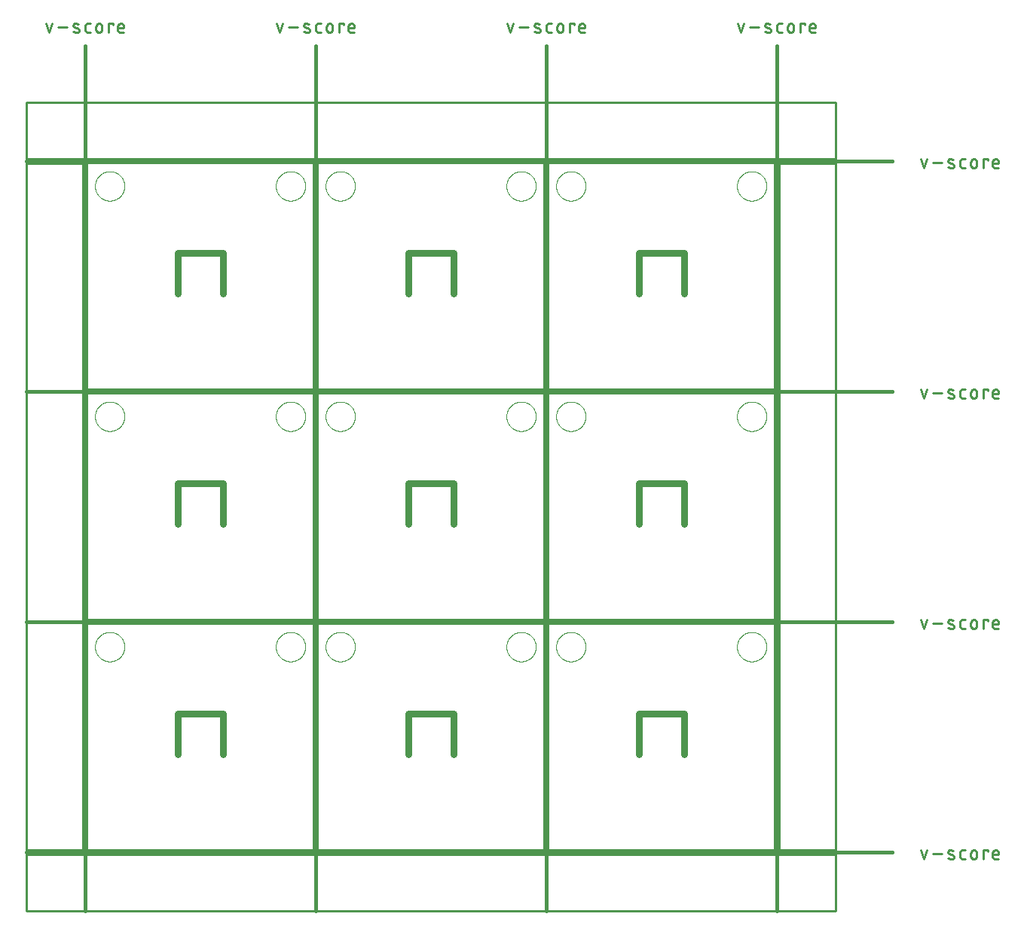
<source format=gko>
G75*
%MOIN*%
%OFA0B0*%
%FSLAX25Y25*%
%IPPOS*%
%LPD*%
%AMOC8*
5,1,8,0,0,1.08239X$1,22.5*
%
%ADD10C,0.00800*%
%ADD11C,0.03000*%
%ADD12C,0.01500*%
%ADD13C,0.01100*%
%ADD14C,0.01000*%
%ADD15C,0.00000*%
D10*
X0033342Y0028750D02*
X0133342Y0028750D01*
X0133342Y0128750D01*
X0033342Y0128750D01*
X0033342Y0028750D01*
X0135342Y0028750D02*
X0235342Y0028750D01*
X0235342Y0128750D01*
X0135342Y0128750D01*
X0135342Y0028750D01*
X0237342Y0028750D02*
X0337342Y0028750D01*
X0337342Y0128750D01*
X0237342Y0128750D01*
X0237342Y0028750D01*
X0237342Y0130750D02*
X0337342Y0130750D01*
X0337342Y0230750D01*
X0237342Y0230750D01*
X0237342Y0130750D01*
X0235342Y0130750D02*
X0135342Y0130750D01*
X0135342Y0230750D01*
X0235342Y0230750D01*
X0235342Y0130750D01*
X0133342Y0130750D02*
X0033342Y0130750D01*
X0033342Y0230750D01*
X0133342Y0230750D01*
X0133342Y0130750D01*
X0133342Y0232750D02*
X0033342Y0232750D01*
X0033342Y0332750D01*
X0133342Y0332750D01*
X0133342Y0232750D01*
X0135342Y0232750D02*
X0235342Y0232750D01*
X0235342Y0332750D01*
X0135342Y0332750D01*
X0135342Y0232750D01*
X0237342Y0232750D02*
X0337342Y0232750D01*
X0337342Y0332750D01*
X0237342Y0332750D01*
X0237342Y0232750D01*
D11*
X0277342Y0191250D02*
X0277342Y0173250D01*
X0277342Y0191250D02*
X0297342Y0191250D01*
X0297342Y0173250D01*
X0297342Y0089250D02*
X0277342Y0089250D01*
X0277342Y0071250D01*
X0297342Y0071250D02*
X0297342Y0089250D01*
X0195342Y0089250D02*
X0195342Y0071250D01*
X0195342Y0089250D02*
X0175342Y0089250D01*
X0175342Y0071250D01*
X0093342Y0071250D02*
X0093342Y0089250D01*
X0073342Y0089250D01*
X0073342Y0071250D01*
X0073342Y0173250D02*
X0073342Y0191250D01*
X0093342Y0191250D01*
X0093342Y0173250D01*
X0175342Y0173250D02*
X0175342Y0191250D01*
X0195342Y0191250D01*
X0195342Y0173250D01*
X0195342Y0275250D02*
X0195342Y0293250D01*
X0175342Y0293250D01*
X0175342Y0275250D01*
X0093342Y0275250D02*
X0093342Y0293250D01*
X0073342Y0293250D01*
X0073342Y0275250D01*
X0277342Y0275250D02*
X0277342Y0293250D01*
X0297342Y0293250D01*
X0297342Y0275250D01*
D12*
X0389342Y0231750D02*
X0006342Y0231750D01*
X0006342Y0129750D02*
X0389342Y0129750D01*
X0389342Y0027750D02*
X0006342Y0027750D01*
X0032342Y0001750D02*
X0032342Y0384750D01*
X0006342Y0333750D02*
X0389342Y0333750D01*
X0338342Y0384750D02*
X0338342Y0001750D01*
X0236342Y0001750D02*
X0236342Y0384750D01*
X0134342Y0384750D02*
X0134342Y0001750D01*
D13*
X0402133Y0028733D02*
X0403444Y0024800D01*
X0404755Y0028733D01*
X0407426Y0027094D02*
X0411359Y0027094D01*
X0414727Y0027094D02*
X0416366Y0026439D01*
X0416367Y0026439D02*
X0416419Y0026416D01*
X0416470Y0026389D01*
X0416519Y0026359D01*
X0416566Y0026326D01*
X0416611Y0026290D01*
X0416653Y0026250D01*
X0416692Y0026208D01*
X0416728Y0026164D01*
X0416761Y0026117D01*
X0416791Y0026067D01*
X0416818Y0026016D01*
X0416841Y0025964D01*
X0416860Y0025910D01*
X0416876Y0025854D01*
X0416888Y0025798D01*
X0416896Y0025741D01*
X0416900Y0025684D01*
X0416901Y0025626D01*
X0416897Y0025569D01*
X0416890Y0025512D01*
X0416878Y0025455D01*
X0416863Y0025400D01*
X0416845Y0025345D01*
X0416822Y0025292D01*
X0416796Y0025241D01*
X0416767Y0025192D01*
X0416734Y0025144D01*
X0416698Y0025099D01*
X0416660Y0025057D01*
X0416618Y0025017D01*
X0416574Y0024980D01*
X0416527Y0024946D01*
X0416479Y0024915D01*
X0416428Y0024888D01*
X0416376Y0024864D01*
X0416322Y0024844D01*
X0416267Y0024828D01*
X0416211Y0024815D01*
X0416154Y0024806D01*
X0416096Y0024801D01*
X0416039Y0024800D01*
X0416530Y0028405D02*
X0416423Y0028451D01*
X0416314Y0028494D01*
X0416204Y0028534D01*
X0416092Y0028570D01*
X0415980Y0028602D01*
X0415866Y0028631D01*
X0415752Y0028657D01*
X0415637Y0028678D01*
X0415522Y0028697D01*
X0415405Y0028711D01*
X0415289Y0028722D01*
X0415172Y0028729D01*
X0415055Y0028733D01*
X0415055Y0028734D02*
X0414998Y0028733D01*
X0414940Y0028728D01*
X0414883Y0028719D01*
X0414827Y0028706D01*
X0414772Y0028690D01*
X0414718Y0028670D01*
X0414666Y0028646D01*
X0414615Y0028619D01*
X0414567Y0028588D01*
X0414520Y0028554D01*
X0414476Y0028517D01*
X0414434Y0028477D01*
X0414396Y0028435D01*
X0414360Y0028390D01*
X0414327Y0028342D01*
X0414298Y0028293D01*
X0414272Y0028242D01*
X0414249Y0028189D01*
X0414231Y0028134D01*
X0414216Y0028079D01*
X0414204Y0028022D01*
X0414197Y0027965D01*
X0414193Y0027908D01*
X0414194Y0027850D01*
X0414198Y0027793D01*
X0414206Y0027736D01*
X0414218Y0027680D01*
X0414234Y0027624D01*
X0414253Y0027570D01*
X0414276Y0027518D01*
X0414303Y0027467D01*
X0414333Y0027417D01*
X0414366Y0027370D01*
X0414402Y0027326D01*
X0414441Y0027284D01*
X0414483Y0027244D01*
X0414528Y0027208D01*
X0414575Y0027175D01*
X0414624Y0027145D01*
X0414675Y0027118D01*
X0414727Y0027095D01*
X0414236Y0025128D02*
X0414370Y0025082D01*
X0414505Y0025039D01*
X0414641Y0025000D01*
X0414778Y0024964D01*
X0414915Y0024932D01*
X0415054Y0024903D01*
X0415193Y0024877D01*
X0415333Y0024856D01*
X0415474Y0024837D01*
X0415614Y0024823D01*
X0415756Y0024812D01*
X0415897Y0024804D01*
X0416039Y0024801D01*
X0419580Y0025783D02*
X0419580Y0027750D01*
X0419582Y0027812D01*
X0419588Y0027873D01*
X0419597Y0027934D01*
X0419611Y0027994D01*
X0419628Y0028054D01*
X0419649Y0028112D01*
X0419674Y0028169D01*
X0419702Y0028224D01*
X0419733Y0028277D01*
X0419768Y0028328D01*
X0419806Y0028377D01*
X0419846Y0028423D01*
X0419890Y0028467D01*
X0419936Y0028507D01*
X0419985Y0028545D01*
X0420036Y0028580D01*
X0420089Y0028611D01*
X0420144Y0028639D01*
X0420201Y0028664D01*
X0420259Y0028685D01*
X0420319Y0028702D01*
X0420379Y0028716D01*
X0420440Y0028725D01*
X0420501Y0028731D01*
X0420563Y0028733D01*
X0421874Y0028733D01*
X0424287Y0027422D02*
X0424287Y0026111D01*
X0424289Y0026040D01*
X0424295Y0025969D01*
X0424304Y0025899D01*
X0424318Y0025829D01*
X0424335Y0025760D01*
X0424356Y0025692D01*
X0424380Y0025626D01*
X0424408Y0025561D01*
X0424440Y0025497D01*
X0424475Y0025435D01*
X0424513Y0025375D01*
X0424554Y0025318D01*
X0424599Y0025262D01*
X0424646Y0025209D01*
X0424696Y0025159D01*
X0424749Y0025112D01*
X0424805Y0025067D01*
X0424862Y0025026D01*
X0424922Y0024988D01*
X0424984Y0024953D01*
X0425048Y0024921D01*
X0425113Y0024893D01*
X0425179Y0024869D01*
X0425247Y0024848D01*
X0425316Y0024831D01*
X0425386Y0024817D01*
X0425456Y0024808D01*
X0425527Y0024802D01*
X0425598Y0024800D01*
X0425669Y0024802D01*
X0425740Y0024808D01*
X0425810Y0024817D01*
X0425880Y0024831D01*
X0425949Y0024848D01*
X0426017Y0024869D01*
X0426083Y0024893D01*
X0426148Y0024921D01*
X0426212Y0024953D01*
X0426274Y0024988D01*
X0426334Y0025026D01*
X0426391Y0025067D01*
X0426447Y0025112D01*
X0426500Y0025159D01*
X0426550Y0025209D01*
X0426597Y0025262D01*
X0426642Y0025318D01*
X0426683Y0025375D01*
X0426721Y0025435D01*
X0426756Y0025497D01*
X0426788Y0025561D01*
X0426816Y0025626D01*
X0426840Y0025692D01*
X0426861Y0025760D01*
X0426878Y0025829D01*
X0426892Y0025899D01*
X0426901Y0025969D01*
X0426907Y0026040D01*
X0426909Y0026111D01*
X0426910Y0026111D02*
X0426910Y0027422D01*
X0426909Y0027422D02*
X0426907Y0027493D01*
X0426901Y0027564D01*
X0426892Y0027634D01*
X0426878Y0027704D01*
X0426861Y0027773D01*
X0426840Y0027841D01*
X0426816Y0027907D01*
X0426788Y0027972D01*
X0426756Y0028036D01*
X0426721Y0028098D01*
X0426683Y0028158D01*
X0426642Y0028215D01*
X0426597Y0028271D01*
X0426550Y0028324D01*
X0426500Y0028374D01*
X0426447Y0028421D01*
X0426391Y0028466D01*
X0426334Y0028507D01*
X0426274Y0028545D01*
X0426212Y0028580D01*
X0426148Y0028612D01*
X0426083Y0028640D01*
X0426017Y0028664D01*
X0425949Y0028685D01*
X0425880Y0028702D01*
X0425810Y0028716D01*
X0425740Y0028725D01*
X0425669Y0028731D01*
X0425598Y0028733D01*
X0425527Y0028731D01*
X0425456Y0028725D01*
X0425386Y0028716D01*
X0425316Y0028702D01*
X0425247Y0028685D01*
X0425179Y0028664D01*
X0425113Y0028640D01*
X0425048Y0028612D01*
X0424984Y0028580D01*
X0424922Y0028545D01*
X0424862Y0028507D01*
X0424805Y0028466D01*
X0424749Y0028421D01*
X0424696Y0028374D01*
X0424646Y0028324D01*
X0424599Y0028271D01*
X0424554Y0028215D01*
X0424513Y0028158D01*
X0424475Y0028098D01*
X0424440Y0028036D01*
X0424408Y0027972D01*
X0424380Y0027907D01*
X0424356Y0027841D01*
X0424335Y0027773D01*
X0424318Y0027704D01*
X0424304Y0027634D01*
X0424295Y0027564D01*
X0424289Y0027493D01*
X0424287Y0027422D01*
X0421874Y0024800D02*
X0420563Y0024800D01*
X0420501Y0024802D01*
X0420440Y0024808D01*
X0420379Y0024817D01*
X0420319Y0024831D01*
X0420259Y0024848D01*
X0420201Y0024869D01*
X0420144Y0024894D01*
X0420089Y0024922D01*
X0420036Y0024953D01*
X0419985Y0024988D01*
X0419936Y0025026D01*
X0419890Y0025066D01*
X0419846Y0025110D01*
X0419806Y0025156D01*
X0419768Y0025205D01*
X0419733Y0025256D01*
X0419702Y0025309D01*
X0419674Y0025364D01*
X0419649Y0025421D01*
X0419628Y0025479D01*
X0419611Y0025539D01*
X0419597Y0025599D01*
X0419588Y0025660D01*
X0419582Y0025721D01*
X0419580Y0025783D01*
X0429876Y0024800D02*
X0429876Y0028733D01*
X0431843Y0028733D01*
X0431843Y0028078D01*
X0433929Y0027422D02*
X0433929Y0025783D01*
X0433931Y0025721D01*
X0433937Y0025660D01*
X0433946Y0025599D01*
X0433960Y0025539D01*
X0433977Y0025479D01*
X0433998Y0025421D01*
X0434023Y0025364D01*
X0434051Y0025309D01*
X0434082Y0025256D01*
X0434117Y0025205D01*
X0434155Y0025156D01*
X0434195Y0025110D01*
X0434239Y0025066D01*
X0434285Y0025026D01*
X0434334Y0024988D01*
X0434385Y0024953D01*
X0434438Y0024922D01*
X0434493Y0024894D01*
X0434550Y0024869D01*
X0434608Y0024848D01*
X0434668Y0024831D01*
X0434728Y0024817D01*
X0434789Y0024808D01*
X0434850Y0024802D01*
X0434912Y0024800D01*
X0436551Y0024800D01*
X0436551Y0026767D02*
X0433929Y0026767D01*
X0433929Y0027422D02*
X0433931Y0027493D01*
X0433937Y0027564D01*
X0433946Y0027634D01*
X0433960Y0027704D01*
X0433977Y0027773D01*
X0433998Y0027841D01*
X0434022Y0027907D01*
X0434050Y0027972D01*
X0434082Y0028036D01*
X0434117Y0028098D01*
X0434155Y0028158D01*
X0434196Y0028215D01*
X0434241Y0028271D01*
X0434288Y0028324D01*
X0434338Y0028374D01*
X0434391Y0028421D01*
X0434447Y0028466D01*
X0434504Y0028507D01*
X0434564Y0028545D01*
X0434626Y0028580D01*
X0434690Y0028612D01*
X0434755Y0028640D01*
X0434821Y0028664D01*
X0434889Y0028685D01*
X0434958Y0028702D01*
X0435028Y0028716D01*
X0435098Y0028725D01*
X0435169Y0028731D01*
X0435240Y0028733D01*
X0435311Y0028731D01*
X0435382Y0028725D01*
X0435452Y0028716D01*
X0435522Y0028702D01*
X0435591Y0028685D01*
X0435659Y0028664D01*
X0435725Y0028640D01*
X0435790Y0028612D01*
X0435854Y0028580D01*
X0435916Y0028545D01*
X0435976Y0028507D01*
X0436033Y0028466D01*
X0436089Y0028421D01*
X0436142Y0028374D01*
X0436192Y0028324D01*
X0436239Y0028271D01*
X0436284Y0028215D01*
X0436325Y0028158D01*
X0436363Y0028098D01*
X0436398Y0028036D01*
X0436430Y0027972D01*
X0436458Y0027907D01*
X0436482Y0027841D01*
X0436503Y0027773D01*
X0436520Y0027704D01*
X0436534Y0027634D01*
X0436543Y0027564D01*
X0436549Y0027493D01*
X0436551Y0027422D01*
X0436551Y0026767D01*
X0436551Y0126800D02*
X0434912Y0126800D01*
X0434850Y0126802D01*
X0434789Y0126808D01*
X0434728Y0126817D01*
X0434668Y0126831D01*
X0434608Y0126848D01*
X0434550Y0126869D01*
X0434493Y0126894D01*
X0434438Y0126922D01*
X0434385Y0126953D01*
X0434334Y0126988D01*
X0434285Y0127026D01*
X0434239Y0127066D01*
X0434195Y0127110D01*
X0434155Y0127156D01*
X0434117Y0127205D01*
X0434082Y0127256D01*
X0434051Y0127309D01*
X0434023Y0127364D01*
X0433998Y0127421D01*
X0433977Y0127479D01*
X0433960Y0127539D01*
X0433946Y0127599D01*
X0433937Y0127660D01*
X0433931Y0127721D01*
X0433929Y0127783D01*
X0433929Y0129422D01*
X0433929Y0128767D02*
X0436551Y0128767D01*
X0436551Y0129422D01*
X0436549Y0129493D01*
X0436543Y0129564D01*
X0436534Y0129634D01*
X0436520Y0129704D01*
X0436503Y0129773D01*
X0436482Y0129841D01*
X0436458Y0129907D01*
X0436430Y0129972D01*
X0436398Y0130036D01*
X0436363Y0130098D01*
X0436325Y0130158D01*
X0436284Y0130215D01*
X0436239Y0130271D01*
X0436192Y0130324D01*
X0436142Y0130374D01*
X0436089Y0130421D01*
X0436033Y0130466D01*
X0435976Y0130507D01*
X0435916Y0130545D01*
X0435854Y0130580D01*
X0435790Y0130612D01*
X0435725Y0130640D01*
X0435659Y0130664D01*
X0435591Y0130685D01*
X0435522Y0130702D01*
X0435452Y0130716D01*
X0435382Y0130725D01*
X0435311Y0130731D01*
X0435240Y0130733D01*
X0435169Y0130731D01*
X0435098Y0130725D01*
X0435028Y0130716D01*
X0434958Y0130702D01*
X0434889Y0130685D01*
X0434821Y0130664D01*
X0434755Y0130640D01*
X0434690Y0130612D01*
X0434626Y0130580D01*
X0434564Y0130545D01*
X0434504Y0130507D01*
X0434447Y0130466D01*
X0434391Y0130421D01*
X0434338Y0130374D01*
X0434288Y0130324D01*
X0434241Y0130271D01*
X0434196Y0130215D01*
X0434155Y0130158D01*
X0434117Y0130098D01*
X0434082Y0130036D01*
X0434050Y0129972D01*
X0434022Y0129907D01*
X0433998Y0129841D01*
X0433977Y0129773D01*
X0433960Y0129704D01*
X0433946Y0129634D01*
X0433937Y0129564D01*
X0433931Y0129493D01*
X0433929Y0129422D01*
X0431843Y0130078D02*
X0431843Y0130733D01*
X0429876Y0130733D01*
X0429876Y0126800D01*
X0426910Y0128111D02*
X0426910Y0129422D01*
X0426909Y0129422D02*
X0426907Y0129493D01*
X0426901Y0129564D01*
X0426892Y0129634D01*
X0426878Y0129704D01*
X0426861Y0129773D01*
X0426840Y0129841D01*
X0426816Y0129907D01*
X0426788Y0129972D01*
X0426756Y0130036D01*
X0426721Y0130098D01*
X0426683Y0130158D01*
X0426642Y0130215D01*
X0426597Y0130271D01*
X0426550Y0130324D01*
X0426500Y0130374D01*
X0426447Y0130421D01*
X0426391Y0130466D01*
X0426334Y0130507D01*
X0426274Y0130545D01*
X0426212Y0130580D01*
X0426148Y0130612D01*
X0426083Y0130640D01*
X0426017Y0130664D01*
X0425949Y0130685D01*
X0425880Y0130702D01*
X0425810Y0130716D01*
X0425740Y0130725D01*
X0425669Y0130731D01*
X0425598Y0130733D01*
X0425527Y0130731D01*
X0425456Y0130725D01*
X0425386Y0130716D01*
X0425316Y0130702D01*
X0425247Y0130685D01*
X0425179Y0130664D01*
X0425113Y0130640D01*
X0425048Y0130612D01*
X0424984Y0130580D01*
X0424922Y0130545D01*
X0424862Y0130507D01*
X0424805Y0130466D01*
X0424749Y0130421D01*
X0424696Y0130374D01*
X0424646Y0130324D01*
X0424599Y0130271D01*
X0424554Y0130215D01*
X0424513Y0130158D01*
X0424475Y0130098D01*
X0424440Y0130036D01*
X0424408Y0129972D01*
X0424380Y0129907D01*
X0424356Y0129841D01*
X0424335Y0129773D01*
X0424318Y0129704D01*
X0424304Y0129634D01*
X0424295Y0129564D01*
X0424289Y0129493D01*
X0424287Y0129422D01*
X0424287Y0128111D01*
X0424289Y0128040D01*
X0424295Y0127969D01*
X0424304Y0127899D01*
X0424318Y0127829D01*
X0424335Y0127760D01*
X0424356Y0127692D01*
X0424380Y0127626D01*
X0424408Y0127561D01*
X0424440Y0127497D01*
X0424475Y0127435D01*
X0424513Y0127375D01*
X0424554Y0127318D01*
X0424599Y0127262D01*
X0424646Y0127209D01*
X0424696Y0127159D01*
X0424749Y0127112D01*
X0424805Y0127067D01*
X0424862Y0127026D01*
X0424922Y0126988D01*
X0424984Y0126953D01*
X0425048Y0126921D01*
X0425113Y0126893D01*
X0425179Y0126869D01*
X0425247Y0126848D01*
X0425316Y0126831D01*
X0425386Y0126817D01*
X0425456Y0126808D01*
X0425527Y0126802D01*
X0425598Y0126800D01*
X0425669Y0126802D01*
X0425740Y0126808D01*
X0425810Y0126817D01*
X0425880Y0126831D01*
X0425949Y0126848D01*
X0426017Y0126869D01*
X0426083Y0126893D01*
X0426148Y0126921D01*
X0426212Y0126953D01*
X0426274Y0126988D01*
X0426334Y0127026D01*
X0426391Y0127067D01*
X0426447Y0127112D01*
X0426500Y0127159D01*
X0426550Y0127209D01*
X0426597Y0127262D01*
X0426642Y0127318D01*
X0426683Y0127375D01*
X0426721Y0127435D01*
X0426756Y0127497D01*
X0426788Y0127561D01*
X0426816Y0127626D01*
X0426840Y0127692D01*
X0426861Y0127760D01*
X0426878Y0127829D01*
X0426892Y0127899D01*
X0426901Y0127969D01*
X0426907Y0128040D01*
X0426909Y0128111D01*
X0421874Y0126800D02*
X0420563Y0126800D01*
X0420501Y0126802D01*
X0420440Y0126808D01*
X0420379Y0126817D01*
X0420319Y0126831D01*
X0420259Y0126848D01*
X0420201Y0126869D01*
X0420144Y0126894D01*
X0420089Y0126922D01*
X0420036Y0126953D01*
X0419985Y0126988D01*
X0419936Y0127026D01*
X0419890Y0127066D01*
X0419846Y0127110D01*
X0419806Y0127156D01*
X0419768Y0127205D01*
X0419733Y0127256D01*
X0419702Y0127309D01*
X0419674Y0127364D01*
X0419649Y0127421D01*
X0419628Y0127479D01*
X0419611Y0127539D01*
X0419597Y0127599D01*
X0419588Y0127660D01*
X0419582Y0127721D01*
X0419580Y0127783D01*
X0419580Y0129750D01*
X0419582Y0129812D01*
X0419588Y0129873D01*
X0419597Y0129934D01*
X0419611Y0129994D01*
X0419628Y0130054D01*
X0419649Y0130112D01*
X0419674Y0130169D01*
X0419702Y0130224D01*
X0419733Y0130277D01*
X0419768Y0130328D01*
X0419806Y0130377D01*
X0419846Y0130423D01*
X0419890Y0130467D01*
X0419936Y0130507D01*
X0419985Y0130545D01*
X0420036Y0130580D01*
X0420089Y0130611D01*
X0420144Y0130639D01*
X0420201Y0130664D01*
X0420259Y0130685D01*
X0420319Y0130702D01*
X0420379Y0130716D01*
X0420440Y0130725D01*
X0420501Y0130731D01*
X0420563Y0130733D01*
X0421874Y0130733D01*
X0416366Y0128439D02*
X0414727Y0129094D01*
X0414727Y0129095D02*
X0414675Y0129118D01*
X0414624Y0129145D01*
X0414575Y0129175D01*
X0414528Y0129208D01*
X0414483Y0129244D01*
X0414441Y0129284D01*
X0414402Y0129326D01*
X0414366Y0129370D01*
X0414333Y0129417D01*
X0414303Y0129467D01*
X0414276Y0129518D01*
X0414253Y0129570D01*
X0414234Y0129624D01*
X0414218Y0129680D01*
X0414206Y0129736D01*
X0414198Y0129793D01*
X0414194Y0129850D01*
X0414193Y0129908D01*
X0414197Y0129965D01*
X0414204Y0130022D01*
X0414216Y0130079D01*
X0414231Y0130134D01*
X0414249Y0130189D01*
X0414272Y0130242D01*
X0414298Y0130293D01*
X0414327Y0130342D01*
X0414360Y0130390D01*
X0414396Y0130435D01*
X0414434Y0130477D01*
X0414476Y0130517D01*
X0414520Y0130554D01*
X0414567Y0130588D01*
X0414615Y0130619D01*
X0414666Y0130646D01*
X0414718Y0130670D01*
X0414772Y0130690D01*
X0414827Y0130706D01*
X0414883Y0130719D01*
X0414940Y0130728D01*
X0414998Y0130733D01*
X0415055Y0130734D01*
X0414236Y0127128D02*
X0414370Y0127082D01*
X0414505Y0127039D01*
X0414641Y0127000D01*
X0414778Y0126964D01*
X0414915Y0126932D01*
X0415054Y0126903D01*
X0415193Y0126877D01*
X0415333Y0126856D01*
X0415474Y0126837D01*
X0415614Y0126823D01*
X0415756Y0126812D01*
X0415897Y0126804D01*
X0416039Y0126801D01*
X0416039Y0126800D02*
X0416096Y0126801D01*
X0416154Y0126806D01*
X0416211Y0126815D01*
X0416267Y0126828D01*
X0416322Y0126844D01*
X0416376Y0126864D01*
X0416428Y0126888D01*
X0416479Y0126915D01*
X0416527Y0126946D01*
X0416574Y0126980D01*
X0416618Y0127017D01*
X0416660Y0127057D01*
X0416698Y0127099D01*
X0416734Y0127144D01*
X0416767Y0127192D01*
X0416796Y0127241D01*
X0416822Y0127292D01*
X0416845Y0127345D01*
X0416863Y0127400D01*
X0416878Y0127455D01*
X0416890Y0127512D01*
X0416897Y0127569D01*
X0416901Y0127626D01*
X0416900Y0127684D01*
X0416896Y0127741D01*
X0416888Y0127798D01*
X0416876Y0127854D01*
X0416860Y0127910D01*
X0416841Y0127964D01*
X0416818Y0128016D01*
X0416791Y0128067D01*
X0416761Y0128117D01*
X0416728Y0128164D01*
X0416692Y0128208D01*
X0416653Y0128250D01*
X0416611Y0128290D01*
X0416566Y0128326D01*
X0416519Y0128359D01*
X0416470Y0128389D01*
X0416419Y0128416D01*
X0416367Y0128439D01*
X0416530Y0130405D02*
X0416423Y0130451D01*
X0416314Y0130494D01*
X0416204Y0130534D01*
X0416092Y0130570D01*
X0415980Y0130602D01*
X0415866Y0130631D01*
X0415752Y0130657D01*
X0415637Y0130678D01*
X0415522Y0130697D01*
X0415405Y0130711D01*
X0415289Y0130722D01*
X0415172Y0130729D01*
X0415055Y0130733D01*
X0411359Y0129094D02*
X0407426Y0129094D01*
X0404755Y0130733D02*
X0403444Y0126800D01*
X0402133Y0130733D01*
X0403444Y0228800D02*
X0404755Y0232733D01*
X0402133Y0232733D02*
X0403444Y0228800D01*
X0407426Y0231094D02*
X0411359Y0231094D01*
X0414727Y0231094D02*
X0416366Y0230439D01*
X0416367Y0230439D02*
X0416419Y0230416D01*
X0416470Y0230389D01*
X0416519Y0230359D01*
X0416566Y0230326D01*
X0416611Y0230290D01*
X0416653Y0230250D01*
X0416692Y0230208D01*
X0416728Y0230164D01*
X0416761Y0230117D01*
X0416791Y0230067D01*
X0416818Y0230016D01*
X0416841Y0229964D01*
X0416860Y0229910D01*
X0416876Y0229854D01*
X0416888Y0229798D01*
X0416896Y0229741D01*
X0416900Y0229684D01*
X0416901Y0229626D01*
X0416897Y0229569D01*
X0416890Y0229512D01*
X0416878Y0229455D01*
X0416863Y0229400D01*
X0416845Y0229345D01*
X0416822Y0229292D01*
X0416796Y0229241D01*
X0416767Y0229192D01*
X0416734Y0229144D01*
X0416698Y0229099D01*
X0416660Y0229057D01*
X0416618Y0229017D01*
X0416574Y0228980D01*
X0416527Y0228946D01*
X0416479Y0228915D01*
X0416428Y0228888D01*
X0416376Y0228864D01*
X0416322Y0228844D01*
X0416267Y0228828D01*
X0416211Y0228815D01*
X0416154Y0228806D01*
X0416096Y0228801D01*
X0416039Y0228800D01*
X0416530Y0232405D02*
X0416423Y0232451D01*
X0416314Y0232494D01*
X0416204Y0232534D01*
X0416092Y0232570D01*
X0415980Y0232602D01*
X0415866Y0232631D01*
X0415752Y0232657D01*
X0415637Y0232678D01*
X0415522Y0232697D01*
X0415405Y0232711D01*
X0415289Y0232722D01*
X0415172Y0232729D01*
X0415055Y0232733D01*
X0415055Y0232734D02*
X0414998Y0232733D01*
X0414940Y0232728D01*
X0414883Y0232719D01*
X0414827Y0232706D01*
X0414772Y0232690D01*
X0414718Y0232670D01*
X0414666Y0232646D01*
X0414615Y0232619D01*
X0414567Y0232588D01*
X0414520Y0232554D01*
X0414476Y0232517D01*
X0414434Y0232477D01*
X0414396Y0232435D01*
X0414360Y0232390D01*
X0414327Y0232342D01*
X0414298Y0232293D01*
X0414272Y0232242D01*
X0414249Y0232189D01*
X0414231Y0232134D01*
X0414216Y0232079D01*
X0414204Y0232022D01*
X0414197Y0231965D01*
X0414193Y0231908D01*
X0414194Y0231850D01*
X0414198Y0231793D01*
X0414206Y0231736D01*
X0414218Y0231680D01*
X0414234Y0231624D01*
X0414253Y0231570D01*
X0414276Y0231518D01*
X0414303Y0231467D01*
X0414333Y0231417D01*
X0414366Y0231370D01*
X0414402Y0231326D01*
X0414441Y0231284D01*
X0414483Y0231244D01*
X0414528Y0231208D01*
X0414575Y0231175D01*
X0414624Y0231145D01*
X0414675Y0231118D01*
X0414727Y0231095D01*
X0414236Y0229128D02*
X0414370Y0229082D01*
X0414505Y0229039D01*
X0414641Y0229000D01*
X0414778Y0228964D01*
X0414915Y0228932D01*
X0415054Y0228903D01*
X0415193Y0228877D01*
X0415333Y0228856D01*
X0415474Y0228837D01*
X0415614Y0228823D01*
X0415756Y0228812D01*
X0415897Y0228804D01*
X0416039Y0228801D01*
X0419580Y0229783D02*
X0419580Y0231750D01*
X0419582Y0231812D01*
X0419588Y0231873D01*
X0419597Y0231934D01*
X0419611Y0231994D01*
X0419628Y0232054D01*
X0419649Y0232112D01*
X0419674Y0232169D01*
X0419702Y0232224D01*
X0419733Y0232277D01*
X0419768Y0232328D01*
X0419806Y0232377D01*
X0419846Y0232423D01*
X0419890Y0232467D01*
X0419936Y0232507D01*
X0419985Y0232545D01*
X0420036Y0232580D01*
X0420089Y0232611D01*
X0420144Y0232639D01*
X0420201Y0232664D01*
X0420259Y0232685D01*
X0420319Y0232702D01*
X0420379Y0232716D01*
X0420440Y0232725D01*
X0420501Y0232731D01*
X0420563Y0232733D01*
X0421874Y0232733D01*
X0424287Y0231422D02*
X0424287Y0230111D01*
X0424289Y0230040D01*
X0424295Y0229969D01*
X0424304Y0229899D01*
X0424318Y0229829D01*
X0424335Y0229760D01*
X0424356Y0229692D01*
X0424380Y0229626D01*
X0424408Y0229561D01*
X0424440Y0229497D01*
X0424475Y0229435D01*
X0424513Y0229375D01*
X0424554Y0229318D01*
X0424599Y0229262D01*
X0424646Y0229209D01*
X0424696Y0229159D01*
X0424749Y0229112D01*
X0424805Y0229067D01*
X0424862Y0229026D01*
X0424922Y0228988D01*
X0424984Y0228953D01*
X0425048Y0228921D01*
X0425113Y0228893D01*
X0425179Y0228869D01*
X0425247Y0228848D01*
X0425316Y0228831D01*
X0425386Y0228817D01*
X0425456Y0228808D01*
X0425527Y0228802D01*
X0425598Y0228800D01*
X0425669Y0228802D01*
X0425740Y0228808D01*
X0425810Y0228817D01*
X0425880Y0228831D01*
X0425949Y0228848D01*
X0426017Y0228869D01*
X0426083Y0228893D01*
X0426148Y0228921D01*
X0426212Y0228953D01*
X0426274Y0228988D01*
X0426334Y0229026D01*
X0426391Y0229067D01*
X0426447Y0229112D01*
X0426500Y0229159D01*
X0426550Y0229209D01*
X0426597Y0229262D01*
X0426642Y0229318D01*
X0426683Y0229375D01*
X0426721Y0229435D01*
X0426756Y0229497D01*
X0426788Y0229561D01*
X0426816Y0229626D01*
X0426840Y0229692D01*
X0426861Y0229760D01*
X0426878Y0229829D01*
X0426892Y0229899D01*
X0426901Y0229969D01*
X0426907Y0230040D01*
X0426909Y0230111D01*
X0426910Y0230111D02*
X0426910Y0231422D01*
X0426909Y0231422D02*
X0426907Y0231493D01*
X0426901Y0231564D01*
X0426892Y0231634D01*
X0426878Y0231704D01*
X0426861Y0231773D01*
X0426840Y0231841D01*
X0426816Y0231907D01*
X0426788Y0231972D01*
X0426756Y0232036D01*
X0426721Y0232098D01*
X0426683Y0232158D01*
X0426642Y0232215D01*
X0426597Y0232271D01*
X0426550Y0232324D01*
X0426500Y0232374D01*
X0426447Y0232421D01*
X0426391Y0232466D01*
X0426334Y0232507D01*
X0426274Y0232545D01*
X0426212Y0232580D01*
X0426148Y0232612D01*
X0426083Y0232640D01*
X0426017Y0232664D01*
X0425949Y0232685D01*
X0425880Y0232702D01*
X0425810Y0232716D01*
X0425740Y0232725D01*
X0425669Y0232731D01*
X0425598Y0232733D01*
X0425527Y0232731D01*
X0425456Y0232725D01*
X0425386Y0232716D01*
X0425316Y0232702D01*
X0425247Y0232685D01*
X0425179Y0232664D01*
X0425113Y0232640D01*
X0425048Y0232612D01*
X0424984Y0232580D01*
X0424922Y0232545D01*
X0424862Y0232507D01*
X0424805Y0232466D01*
X0424749Y0232421D01*
X0424696Y0232374D01*
X0424646Y0232324D01*
X0424599Y0232271D01*
X0424554Y0232215D01*
X0424513Y0232158D01*
X0424475Y0232098D01*
X0424440Y0232036D01*
X0424408Y0231972D01*
X0424380Y0231907D01*
X0424356Y0231841D01*
X0424335Y0231773D01*
X0424318Y0231704D01*
X0424304Y0231634D01*
X0424295Y0231564D01*
X0424289Y0231493D01*
X0424287Y0231422D01*
X0421874Y0228800D02*
X0420563Y0228800D01*
X0420501Y0228802D01*
X0420440Y0228808D01*
X0420379Y0228817D01*
X0420319Y0228831D01*
X0420259Y0228848D01*
X0420201Y0228869D01*
X0420144Y0228894D01*
X0420089Y0228922D01*
X0420036Y0228953D01*
X0419985Y0228988D01*
X0419936Y0229026D01*
X0419890Y0229066D01*
X0419846Y0229110D01*
X0419806Y0229156D01*
X0419768Y0229205D01*
X0419733Y0229256D01*
X0419702Y0229309D01*
X0419674Y0229364D01*
X0419649Y0229421D01*
X0419628Y0229479D01*
X0419611Y0229539D01*
X0419597Y0229599D01*
X0419588Y0229660D01*
X0419582Y0229721D01*
X0419580Y0229783D01*
X0429876Y0228800D02*
X0429876Y0232733D01*
X0431843Y0232733D01*
X0431843Y0232078D01*
X0433929Y0231422D02*
X0433929Y0229783D01*
X0433931Y0229721D01*
X0433937Y0229660D01*
X0433946Y0229599D01*
X0433960Y0229539D01*
X0433977Y0229479D01*
X0433998Y0229421D01*
X0434023Y0229364D01*
X0434051Y0229309D01*
X0434082Y0229256D01*
X0434117Y0229205D01*
X0434155Y0229156D01*
X0434195Y0229110D01*
X0434239Y0229066D01*
X0434285Y0229026D01*
X0434334Y0228988D01*
X0434385Y0228953D01*
X0434438Y0228922D01*
X0434493Y0228894D01*
X0434550Y0228869D01*
X0434608Y0228848D01*
X0434668Y0228831D01*
X0434728Y0228817D01*
X0434789Y0228808D01*
X0434850Y0228802D01*
X0434912Y0228800D01*
X0436551Y0228800D01*
X0436551Y0230767D02*
X0433929Y0230767D01*
X0433929Y0231422D02*
X0433931Y0231493D01*
X0433937Y0231564D01*
X0433946Y0231634D01*
X0433960Y0231704D01*
X0433977Y0231773D01*
X0433998Y0231841D01*
X0434022Y0231907D01*
X0434050Y0231972D01*
X0434082Y0232036D01*
X0434117Y0232098D01*
X0434155Y0232158D01*
X0434196Y0232215D01*
X0434241Y0232271D01*
X0434288Y0232324D01*
X0434338Y0232374D01*
X0434391Y0232421D01*
X0434447Y0232466D01*
X0434504Y0232507D01*
X0434564Y0232545D01*
X0434626Y0232580D01*
X0434690Y0232612D01*
X0434755Y0232640D01*
X0434821Y0232664D01*
X0434889Y0232685D01*
X0434958Y0232702D01*
X0435028Y0232716D01*
X0435098Y0232725D01*
X0435169Y0232731D01*
X0435240Y0232733D01*
X0435311Y0232731D01*
X0435382Y0232725D01*
X0435452Y0232716D01*
X0435522Y0232702D01*
X0435591Y0232685D01*
X0435659Y0232664D01*
X0435725Y0232640D01*
X0435790Y0232612D01*
X0435854Y0232580D01*
X0435916Y0232545D01*
X0435976Y0232507D01*
X0436033Y0232466D01*
X0436089Y0232421D01*
X0436142Y0232374D01*
X0436192Y0232324D01*
X0436239Y0232271D01*
X0436284Y0232215D01*
X0436325Y0232158D01*
X0436363Y0232098D01*
X0436398Y0232036D01*
X0436430Y0231972D01*
X0436458Y0231907D01*
X0436482Y0231841D01*
X0436503Y0231773D01*
X0436520Y0231704D01*
X0436534Y0231634D01*
X0436543Y0231564D01*
X0436549Y0231493D01*
X0436551Y0231422D01*
X0436551Y0230767D01*
X0436551Y0330800D02*
X0434912Y0330800D01*
X0434850Y0330802D01*
X0434789Y0330808D01*
X0434728Y0330817D01*
X0434668Y0330831D01*
X0434608Y0330848D01*
X0434550Y0330869D01*
X0434493Y0330894D01*
X0434438Y0330922D01*
X0434385Y0330953D01*
X0434334Y0330988D01*
X0434285Y0331026D01*
X0434239Y0331066D01*
X0434195Y0331110D01*
X0434155Y0331156D01*
X0434117Y0331205D01*
X0434082Y0331256D01*
X0434051Y0331309D01*
X0434023Y0331364D01*
X0433998Y0331421D01*
X0433977Y0331479D01*
X0433960Y0331539D01*
X0433946Y0331599D01*
X0433937Y0331660D01*
X0433931Y0331721D01*
X0433929Y0331783D01*
X0433929Y0333422D01*
X0433929Y0332767D02*
X0436551Y0332767D01*
X0436551Y0333422D01*
X0436549Y0333493D01*
X0436543Y0333564D01*
X0436534Y0333634D01*
X0436520Y0333704D01*
X0436503Y0333773D01*
X0436482Y0333841D01*
X0436458Y0333907D01*
X0436430Y0333972D01*
X0436398Y0334036D01*
X0436363Y0334098D01*
X0436325Y0334158D01*
X0436284Y0334215D01*
X0436239Y0334271D01*
X0436192Y0334324D01*
X0436142Y0334374D01*
X0436089Y0334421D01*
X0436033Y0334466D01*
X0435976Y0334507D01*
X0435916Y0334545D01*
X0435854Y0334580D01*
X0435790Y0334612D01*
X0435725Y0334640D01*
X0435659Y0334664D01*
X0435591Y0334685D01*
X0435522Y0334702D01*
X0435452Y0334716D01*
X0435382Y0334725D01*
X0435311Y0334731D01*
X0435240Y0334733D01*
X0435169Y0334731D01*
X0435098Y0334725D01*
X0435028Y0334716D01*
X0434958Y0334702D01*
X0434889Y0334685D01*
X0434821Y0334664D01*
X0434755Y0334640D01*
X0434690Y0334612D01*
X0434626Y0334580D01*
X0434564Y0334545D01*
X0434504Y0334507D01*
X0434447Y0334466D01*
X0434391Y0334421D01*
X0434338Y0334374D01*
X0434288Y0334324D01*
X0434241Y0334271D01*
X0434196Y0334215D01*
X0434155Y0334158D01*
X0434117Y0334098D01*
X0434082Y0334036D01*
X0434050Y0333972D01*
X0434022Y0333907D01*
X0433998Y0333841D01*
X0433977Y0333773D01*
X0433960Y0333704D01*
X0433946Y0333634D01*
X0433937Y0333564D01*
X0433931Y0333493D01*
X0433929Y0333422D01*
X0431843Y0334078D02*
X0431843Y0334733D01*
X0429876Y0334733D01*
X0429876Y0330800D01*
X0426910Y0332111D02*
X0426910Y0333422D01*
X0426909Y0333422D02*
X0426907Y0333493D01*
X0426901Y0333564D01*
X0426892Y0333634D01*
X0426878Y0333704D01*
X0426861Y0333773D01*
X0426840Y0333841D01*
X0426816Y0333907D01*
X0426788Y0333972D01*
X0426756Y0334036D01*
X0426721Y0334098D01*
X0426683Y0334158D01*
X0426642Y0334215D01*
X0426597Y0334271D01*
X0426550Y0334324D01*
X0426500Y0334374D01*
X0426447Y0334421D01*
X0426391Y0334466D01*
X0426334Y0334507D01*
X0426274Y0334545D01*
X0426212Y0334580D01*
X0426148Y0334612D01*
X0426083Y0334640D01*
X0426017Y0334664D01*
X0425949Y0334685D01*
X0425880Y0334702D01*
X0425810Y0334716D01*
X0425740Y0334725D01*
X0425669Y0334731D01*
X0425598Y0334733D01*
X0425527Y0334731D01*
X0425456Y0334725D01*
X0425386Y0334716D01*
X0425316Y0334702D01*
X0425247Y0334685D01*
X0425179Y0334664D01*
X0425113Y0334640D01*
X0425048Y0334612D01*
X0424984Y0334580D01*
X0424922Y0334545D01*
X0424862Y0334507D01*
X0424805Y0334466D01*
X0424749Y0334421D01*
X0424696Y0334374D01*
X0424646Y0334324D01*
X0424599Y0334271D01*
X0424554Y0334215D01*
X0424513Y0334158D01*
X0424475Y0334098D01*
X0424440Y0334036D01*
X0424408Y0333972D01*
X0424380Y0333907D01*
X0424356Y0333841D01*
X0424335Y0333773D01*
X0424318Y0333704D01*
X0424304Y0333634D01*
X0424295Y0333564D01*
X0424289Y0333493D01*
X0424287Y0333422D01*
X0424287Y0332111D01*
X0424289Y0332040D01*
X0424295Y0331969D01*
X0424304Y0331899D01*
X0424318Y0331829D01*
X0424335Y0331760D01*
X0424356Y0331692D01*
X0424380Y0331626D01*
X0424408Y0331561D01*
X0424440Y0331497D01*
X0424475Y0331435D01*
X0424513Y0331375D01*
X0424554Y0331318D01*
X0424599Y0331262D01*
X0424646Y0331209D01*
X0424696Y0331159D01*
X0424749Y0331112D01*
X0424805Y0331067D01*
X0424862Y0331026D01*
X0424922Y0330988D01*
X0424984Y0330953D01*
X0425048Y0330921D01*
X0425113Y0330893D01*
X0425179Y0330869D01*
X0425247Y0330848D01*
X0425316Y0330831D01*
X0425386Y0330817D01*
X0425456Y0330808D01*
X0425527Y0330802D01*
X0425598Y0330800D01*
X0425669Y0330802D01*
X0425740Y0330808D01*
X0425810Y0330817D01*
X0425880Y0330831D01*
X0425949Y0330848D01*
X0426017Y0330869D01*
X0426083Y0330893D01*
X0426148Y0330921D01*
X0426212Y0330953D01*
X0426274Y0330988D01*
X0426334Y0331026D01*
X0426391Y0331067D01*
X0426447Y0331112D01*
X0426500Y0331159D01*
X0426550Y0331209D01*
X0426597Y0331262D01*
X0426642Y0331318D01*
X0426683Y0331375D01*
X0426721Y0331435D01*
X0426756Y0331497D01*
X0426788Y0331561D01*
X0426816Y0331626D01*
X0426840Y0331692D01*
X0426861Y0331760D01*
X0426878Y0331829D01*
X0426892Y0331899D01*
X0426901Y0331969D01*
X0426907Y0332040D01*
X0426909Y0332111D01*
X0421874Y0330800D02*
X0420563Y0330800D01*
X0420501Y0330802D01*
X0420440Y0330808D01*
X0420379Y0330817D01*
X0420319Y0330831D01*
X0420259Y0330848D01*
X0420201Y0330869D01*
X0420144Y0330894D01*
X0420089Y0330922D01*
X0420036Y0330953D01*
X0419985Y0330988D01*
X0419936Y0331026D01*
X0419890Y0331066D01*
X0419846Y0331110D01*
X0419806Y0331156D01*
X0419768Y0331205D01*
X0419733Y0331256D01*
X0419702Y0331309D01*
X0419674Y0331364D01*
X0419649Y0331421D01*
X0419628Y0331479D01*
X0419611Y0331539D01*
X0419597Y0331599D01*
X0419588Y0331660D01*
X0419582Y0331721D01*
X0419580Y0331783D01*
X0419580Y0333750D01*
X0419582Y0333812D01*
X0419588Y0333873D01*
X0419597Y0333934D01*
X0419611Y0333994D01*
X0419628Y0334054D01*
X0419649Y0334112D01*
X0419674Y0334169D01*
X0419702Y0334224D01*
X0419733Y0334277D01*
X0419768Y0334328D01*
X0419806Y0334377D01*
X0419846Y0334423D01*
X0419890Y0334467D01*
X0419936Y0334507D01*
X0419985Y0334545D01*
X0420036Y0334580D01*
X0420089Y0334611D01*
X0420144Y0334639D01*
X0420201Y0334664D01*
X0420259Y0334685D01*
X0420319Y0334702D01*
X0420379Y0334716D01*
X0420440Y0334725D01*
X0420501Y0334731D01*
X0420563Y0334733D01*
X0421874Y0334733D01*
X0416366Y0332439D02*
X0414727Y0333094D01*
X0414727Y0333095D02*
X0414675Y0333118D01*
X0414624Y0333145D01*
X0414575Y0333175D01*
X0414528Y0333208D01*
X0414483Y0333244D01*
X0414441Y0333284D01*
X0414402Y0333326D01*
X0414366Y0333370D01*
X0414333Y0333417D01*
X0414303Y0333467D01*
X0414276Y0333518D01*
X0414253Y0333570D01*
X0414234Y0333624D01*
X0414218Y0333680D01*
X0414206Y0333736D01*
X0414198Y0333793D01*
X0414194Y0333850D01*
X0414193Y0333908D01*
X0414197Y0333965D01*
X0414204Y0334022D01*
X0414216Y0334079D01*
X0414231Y0334134D01*
X0414249Y0334189D01*
X0414272Y0334242D01*
X0414298Y0334293D01*
X0414327Y0334342D01*
X0414360Y0334390D01*
X0414396Y0334435D01*
X0414434Y0334477D01*
X0414476Y0334517D01*
X0414520Y0334554D01*
X0414567Y0334588D01*
X0414615Y0334619D01*
X0414666Y0334646D01*
X0414718Y0334670D01*
X0414772Y0334690D01*
X0414827Y0334706D01*
X0414883Y0334719D01*
X0414940Y0334728D01*
X0414998Y0334733D01*
X0415055Y0334734D01*
X0414236Y0331128D02*
X0414370Y0331082D01*
X0414505Y0331039D01*
X0414641Y0331000D01*
X0414778Y0330964D01*
X0414915Y0330932D01*
X0415054Y0330903D01*
X0415193Y0330877D01*
X0415333Y0330856D01*
X0415474Y0330837D01*
X0415614Y0330823D01*
X0415756Y0330812D01*
X0415897Y0330804D01*
X0416039Y0330801D01*
X0416039Y0330800D02*
X0416096Y0330801D01*
X0416154Y0330806D01*
X0416211Y0330815D01*
X0416267Y0330828D01*
X0416322Y0330844D01*
X0416376Y0330864D01*
X0416428Y0330888D01*
X0416479Y0330915D01*
X0416527Y0330946D01*
X0416574Y0330980D01*
X0416618Y0331017D01*
X0416660Y0331057D01*
X0416698Y0331099D01*
X0416734Y0331144D01*
X0416767Y0331192D01*
X0416796Y0331241D01*
X0416822Y0331292D01*
X0416845Y0331345D01*
X0416863Y0331400D01*
X0416878Y0331455D01*
X0416890Y0331512D01*
X0416897Y0331569D01*
X0416901Y0331626D01*
X0416900Y0331684D01*
X0416896Y0331741D01*
X0416888Y0331798D01*
X0416876Y0331854D01*
X0416860Y0331910D01*
X0416841Y0331964D01*
X0416818Y0332016D01*
X0416791Y0332067D01*
X0416761Y0332117D01*
X0416728Y0332164D01*
X0416692Y0332208D01*
X0416653Y0332250D01*
X0416611Y0332290D01*
X0416566Y0332326D01*
X0416519Y0332359D01*
X0416470Y0332389D01*
X0416419Y0332416D01*
X0416367Y0332439D01*
X0416530Y0334405D02*
X0416423Y0334451D01*
X0416314Y0334494D01*
X0416204Y0334534D01*
X0416092Y0334570D01*
X0415980Y0334602D01*
X0415866Y0334631D01*
X0415752Y0334657D01*
X0415637Y0334678D01*
X0415522Y0334697D01*
X0415405Y0334711D01*
X0415289Y0334722D01*
X0415172Y0334729D01*
X0415055Y0334733D01*
X0411359Y0333094D02*
X0407426Y0333094D01*
X0404755Y0334733D02*
X0403444Y0330800D01*
X0402133Y0334733D01*
X0355551Y0390800D02*
X0353912Y0390800D01*
X0353850Y0390802D01*
X0353789Y0390808D01*
X0353728Y0390817D01*
X0353668Y0390831D01*
X0353608Y0390848D01*
X0353550Y0390869D01*
X0353493Y0390894D01*
X0353438Y0390922D01*
X0353385Y0390953D01*
X0353334Y0390988D01*
X0353285Y0391026D01*
X0353239Y0391066D01*
X0353195Y0391110D01*
X0353155Y0391156D01*
X0353117Y0391205D01*
X0353082Y0391256D01*
X0353051Y0391309D01*
X0353023Y0391364D01*
X0352998Y0391421D01*
X0352977Y0391479D01*
X0352960Y0391539D01*
X0352946Y0391599D01*
X0352937Y0391660D01*
X0352931Y0391721D01*
X0352929Y0391783D01*
X0352929Y0393422D01*
X0352929Y0392767D02*
X0355551Y0392767D01*
X0355551Y0393422D01*
X0355549Y0393493D01*
X0355543Y0393564D01*
X0355534Y0393634D01*
X0355520Y0393704D01*
X0355503Y0393773D01*
X0355482Y0393841D01*
X0355458Y0393907D01*
X0355430Y0393972D01*
X0355398Y0394036D01*
X0355363Y0394098D01*
X0355325Y0394158D01*
X0355284Y0394215D01*
X0355239Y0394271D01*
X0355192Y0394324D01*
X0355142Y0394374D01*
X0355089Y0394421D01*
X0355033Y0394466D01*
X0354976Y0394507D01*
X0354916Y0394545D01*
X0354854Y0394580D01*
X0354790Y0394612D01*
X0354725Y0394640D01*
X0354659Y0394664D01*
X0354591Y0394685D01*
X0354522Y0394702D01*
X0354452Y0394716D01*
X0354382Y0394725D01*
X0354311Y0394731D01*
X0354240Y0394733D01*
X0354169Y0394731D01*
X0354098Y0394725D01*
X0354028Y0394716D01*
X0353958Y0394702D01*
X0353889Y0394685D01*
X0353821Y0394664D01*
X0353755Y0394640D01*
X0353690Y0394612D01*
X0353626Y0394580D01*
X0353564Y0394545D01*
X0353504Y0394507D01*
X0353447Y0394466D01*
X0353391Y0394421D01*
X0353338Y0394374D01*
X0353288Y0394324D01*
X0353241Y0394271D01*
X0353196Y0394215D01*
X0353155Y0394158D01*
X0353117Y0394098D01*
X0353082Y0394036D01*
X0353050Y0393972D01*
X0353022Y0393907D01*
X0352998Y0393841D01*
X0352977Y0393773D01*
X0352960Y0393704D01*
X0352946Y0393634D01*
X0352937Y0393564D01*
X0352931Y0393493D01*
X0352929Y0393422D01*
X0350843Y0394078D02*
X0350843Y0394733D01*
X0348876Y0394733D01*
X0348876Y0390800D01*
X0345910Y0392111D02*
X0345910Y0393422D01*
X0345909Y0393422D02*
X0345907Y0393493D01*
X0345901Y0393564D01*
X0345892Y0393634D01*
X0345878Y0393704D01*
X0345861Y0393773D01*
X0345840Y0393841D01*
X0345816Y0393907D01*
X0345788Y0393972D01*
X0345756Y0394036D01*
X0345721Y0394098D01*
X0345683Y0394158D01*
X0345642Y0394215D01*
X0345597Y0394271D01*
X0345550Y0394324D01*
X0345500Y0394374D01*
X0345447Y0394421D01*
X0345391Y0394466D01*
X0345334Y0394507D01*
X0345274Y0394545D01*
X0345212Y0394580D01*
X0345148Y0394612D01*
X0345083Y0394640D01*
X0345017Y0394664D01*
X0344949Y0394685D01*
X0344880Y0394702D01*
X0344810Y0394716D01*
X0344740Y0394725D01*
X0344669Y0394731D01*
X0344598Y0394733D01*
X0344527Y0394731D01*
X0344456Y0394725D01*
X0344386Y0394716D01*
X0344316Y0394702D01*
X0344247Y0394685D01*
X0344179Y0394664D01*
X0344113Y0394640D01*
X0344048Y0394612D01*
X0343984Y0394580D01*
X0343922Y0394545D01*
X0343862Y0394507D01*
X0343805Y0394466D01*
X0343749Y0394421D01*
X0343696Y0394374D01*
X0343646Y0394324D01*
X0343599Y0394271D01*
X0343554Y0394215D01*
X0343513Y0394158D01*
X0343475Y0394098D01*
X0343440Y0394036D01*
X0343408Y0393972D01*
X0343380Y0393907D01*
X0343356Y0393841D01*
X0343335Y0393773D01*
X0343318Y0393704D01*
X0343304Y0393634D01*
X0343295Y0393564D01*
X0343289Y0393493D01*
X0343287Y0393422D01*
X0343287Y0392111D01*
X0343289Y0392040D01*
X0343295Y0391969D01*
X0343304Y0391899D01*
X0343318Y0391829D01*
X0343335Y0391760D01*
X0343356Y0391692D01*
X0343380Y0391626D01*
X0343408Y0391561D01*
X0343440Y0391497D01*
X0343475Y0391435D01*
X0343513Y0391375D01*
X0343554Y0391318D01*
X0343599Y0391262D01*
X0343646Y0391209D01*
X0343696Y0391159D01*
X0343749Y0391112D01*
X0343805Y0391067D01*
X0343862Y0391026D01*
X0343922Y0390988D01*
X0343984Y0390953D01*
X0344048Y0390921D01*
X0344113Y0390893D01*
X0344179Y0390869D01*
X0344247Y0390848D01*
X0344316Y0390831D01*
X0344386Y0390817D01*
X0344456Y0390808D01*
X0344527Y0390802D01*
X0344598Y0390800D01*
X0344669Y0390802D01*
X0344740Y0390808D01*
X0344810Y0390817D01*
X0344880Y0390831D01*
X0344949Y0390848D01*
X0345017Y0390869D01*
X0345083Y0390893D01*
X0345148Y0390921D01*
X0345212Y0390953D01*
X0345274Y0390988D01*
X0345334Y0391026D01*
X0345391Y0391067D01*
X0345447Y0391112D01*
X0345500Y0391159D01*
X0345550Y0391209D01*
X0345597Y0391262D01*
X0345642Y0391318D01*
X0345683Y0391375D01*
X0345721Y0391435D01*
X0345756Y0391497D01*
X0345788Y0391561D01*
X0345816Y0391626D01*
X0345840Y0391692D01*
X0345861Y0391760D01*
X0345878Y0391829D01*
X0345892Y0391899D01*
X0345901Y0391969D01*
X0345907Y0392040D01*
X0345909Y0392111D01*
X0340874Y0390800D02*
X0339563Y0390800D01*
X0339501Y0390802D01*
X0339440Y0390808D01*
X0339379Y0390817D01*
X0339319Y0390831D01*
X0339259Y0390848D01*
X0339201Y0390869D01*
X0339144Y0390894D01*
X0339089Y0390922D01*
X0339036Y0390953D01*
X0338985Y0390988D01*
X0338936Y0391026D01*
X0338890Y0391066D01*
X0338846Y0391110D01*
X0338806Y0391156D01*
X0338768Y0391205D01*
X0338733Y0391256D01*
X0338702Y0391309D01*
X0338674Y0391364D01*
X0338649Y0391421D01*
X0338628Y0391479D01*
X0338611Y0391539D01*
X0338597Y0391599D01*
X0338588Y0391660D01*
X0338582Y0391721D01*
X0338580Y0391783D01*
X0338580Y0393750D01*
X0338582Y0393812D01*
X0338588Y0393873D01*
X0338597Y0393934D01*
X0338611Y0393994D01*
X0338628Y0394054D01*
X0338649Y0394112D01*
X0338674Y0394169D01*
X0338702Y0394224D01*
X0338733Y0394277D01*
X0338768Y0394328D01*
X0338806Y0394377D01*
X0338846Y0394423D01*
X0338890Y0394467D01*
X0338936Y0394507D01*
X0338985Y0394545D01*
X0339036Y0394580D01*
X0339089Y0394611D01*
X0339144Y0394639D01*
X0339201Y0394664D01*
X0339259Y0394685D01*
X0339319Y0394702D01*
X0339379Y0394716D01*
X0339440Y0394725D01*
X0339501Y0394731D01*
X0339563Y0394733D01*
X0340874Y0394733D01*
X0335366Y0392439D02*
X0333727Y0393094D01*
X0333727Y0393095D02*
X0333675Y0393118D01*
X0333624Y0393145D01*
X0333575Y0393175D01*
X0333528Y0393208D01*
X0333483Y0393244D01*
X0333441Y0393284D01*
X0333402Y0393326D01*
X0333366Y0393370D01*
X0333333Y0393417D01*
X0333303Y0393467D01*
X0333276Y0393518D01*
X0333253Y0393570D01*
X0333234Y0393624D01*
X0333218Y0393680D01*
X0333206Y0393736D01*
X0333198Y0393793D01*
X0333194Y0393850D01*
X0333193Y0393908D01*
X0333197Y0393965D01*
X0333204Y0394022D01*
X0333216Y0394079D01*
X0333231Y0394134D01*
X0333249Y0394189D01*
X0333272Y0394242D01*
X0333298Y0394293D01*
X0333327Y0394342D01*
X0333360Y0394390D01*
X0333396Y0394435D01*
X0333434Y0394477D01*
X0333476Y0394517D01*
X0333520Y0394554D01*
X0333567Y0394588D01*
X0333615Y0394619D01*
X0333666Y0394646D01*
X0333718Y0394670D01*
X0333772Y0394690D01*
X0333827Y0394706D01*
X0333883Y0394719D01*
X0333940Y0394728D01*
X0333998Y0394733D01*
X0334055Y0394734D01*
X0333236Y0391128D02*
X0333370Y0391082D01*
X0333505Y0391039D01*
X0333641Y0391000D01*
X0333778Y0390964D01*
X0333915Y0390932D01*
X0334054Y0390903D01*
X0334193Y0390877D01*
X0334333Y0390856D01*
X0334474Y0390837D01*
X0334614Y0390823D01*
X0334756Y0390812D01*
X0334897Y0390804D01*
X0335039Y0390801D01*
X0335039Y0390800D02*
X0335096Y0390801D01*
X0335154Y0390806D01*
X0335211Y0390815D01*
X0335267Y0390828D01*
X0335322Y0390844D01*
X0335376Y0390864D01*
X0335428Y0390888D01*
X0335479Y0390915D01*
X0335527Y0390946D01*
X0335574Y0390980D01*
X0335618Y0391017D01*
X0335660Y0391057D01*
X0335698Y0391099D01*
X0335734Y0391144D01*
X0335767Y0391192D01*
X0335796Y0391241D01*
X0335822Y0391292D01*
X0335845Y0391345D01*
X0335863Y0391400D01*
X0335878Y0391455D01*
X0335890Y0391512D01*
X0335897Y0391569D01*
X0335901Y0391626D01*
X0335900Y0391684D01*
X0335896Y0391741D01*
X0335888Y0391798D01*
X0335876Y0391854D01*
X0335860Y0391910D01*
X0335841Y0391964D01*
X0335818Y0392016D01*
X0335791Y0392067D01*
X0335761Y0392117D01*
X0335728Y0392164D01*
X0335692Y0392208D01*
X0335653Y0392250D01*
X0335611Y0392290D01*
X0335566Y0392326D01*
X0335519Y0392359D01*
X0335470Y0392389D01*
X0335419Y0392416D01*
X0335367Y0392439D01*
X0335530Y0394405D02*
X0335423Y0394451D01*
X0335314Y0394494D01*
X0335204Y0394534D01*
X0335092Y0394570D01*
X0334980Y0394602D01*
X0334866Y0394631D01*
X0334752Y0394657D01*
X0334637Y0394678D01*
X0334522Y0394697D01*
X0334405Y0394711D01*
X0334289Y0394722D01*
X0334172Y0394729D01*
X0334055Y0394733D01*
X0330359Y0393094D02*
X0326426Y0393094D01*
X0323755Y0394733D02*
X0322444Y0390800D01*
X0321133Y0394733D01*
X0253551Y0393422D02*
X0253551Y0392767D01*
X0250929Y0392767D01*
X0250929Y0393422D02*
X0250929Y0391783D01*
X0250931Y0391721D01*
X0250937Y0391660D01*
X0250946Y0391599D01*
X0250960Y0391539D01*
X0250977Y0391479D01*
X0250998Y0391421D01*
X0251023Y0391364D01*
X0251051Y0391309D01*
X0251082Y0391256D01*
X0251117Y0391205D01*
X0251155Y0391156D01*
X0251195Y0391110D01*
X0251239Y0391066D01*
X0251285Y0391026D01*
X0251334Y0390988D01*
X0251385Y0390953D01*
X0251438Y0390922D01*
X0251493Y0390894D01*
X0251550Y0390869D01*
X0251608Y0390848D01*
X0251668Y0390831D01*
X0251728Y0390817D01*
X0251789Y0390808D01*
X0251850Y0390802D01*
X0251912Y0390800D01*
X0253551Y0390800D01*
X0253551Y0393422D02*
X0253549Y0393493D01*
X0253543Y0393564D01*
X0253534Y0393634D01*
X0253520Y0393704D01*
X0253503Y0393773D01*
X0253482Y0393841D01*
X0253458Y0393907D01*
X0253430Y0393972D01*
X0253398Y0394036D01*
X0253363Y0394098D01*
X0253325Y0394158D01*
X0253284Y0394215D01*
X0253239Y0394271D01*
X0253192Y0394324D01*
X0253142Y0394374D01*
X0253089Y0394421D01*
X0253033Y0394466D01*
X0252976Y0394507D01*
X0252916Y0394545D01*
X0252854Y0394580D01*
X0252790Y0394612D01*
X0252725Y0394640D01*
X0252659Y0394664D01*
X0252591Y0394685D01*
X0252522Y0394702D01*
X0252452Y0394716D01*
X0252382Y0394725D01*
X0252311Y0394731D01*
X0252240Y0394733D01*
X0252169Y0394731D01*
X0252098Y0394725D01*
X0252028Y0394716D01*
X0251958Y0394702D01*
X0251889Y0394685D01*
X0251821Y0394664D01*
X0251755Y0394640D01*
X0251690Y0394612D01*
X0251626Y0394580D01*
X0251564Y0394545D01*
X0251504Y0394507D01*
X0251447Y0394466D01*
X0251391Y0394421D01*
X0251338Y0394374D01*
X0251288Y0394324D01*
X0251241Y0394271D01*
X0251196Y0394215D01*
X0251155Y0394158D01*
X0251117Y0394098D01*
X0251082Y0394036D01*
X0251050Y0393972D01*
X0251022Y0393907D01*
X0250998Y0393841D01*
X0250977Y0393773D01*
X0250960Y0393704D01*
X0250946Y0393634D01*
X0250937Y0393564D01*
X0250931Y0393493D01*
X0250929Y0393422D01*
X0248843Y0394078D02*
X0248843Y0394733D01*
X0246876Y0394733D01*
X0246876Y0390800D01*
X0243910Y0392111D02*
X0243910Y0393422D01*
X0243909Y0393422D02*
X0243907Y0393493D01*
X0243901Y0393564D01*
X0243892Y0393634D01*
X0243878Y0393704D01*
X0243861Y0393773D01*
X0243840Y0393841D01*
X0243816Y0393907D01*
X0243788Y0393972D01*
X0243756Y0394036D01*
X0243721Y0394098D01*
X0243683Y0394158D01*
X0243642Y0394215D01*
X0243597Y0394271D01*
X0243550Y0394324D01*
X0243500Y0394374D01*
X0243447Y0394421D01*
X0243391Y0394466D01*
X0243334Y0394507D01*
X0243274Y0394545D01*
X0243212Y0394580D01*
X0243148Y0394612D01*
X0243083Y0394640D01*
X0243017Y0394664D01*
X0242949Y0394685D01*
X0242880Y0394702D01*
X0242810Y0394716D01*
X0242740Y0394725D01*
X0242669Y0394731D01*
X0242598Y0394733D01*
X0242527Y0394731D01*
X0242456Y0394725D01*
X0242386Y0394716D01*
X0242316Y0394702D01*
X0242247Y0394685D01*
X0242179Y0394664D01*
X0242113Y0394640D01*
X0242048Y0394612D01*
X0241984Y0394580D01*
X0241922Y0394545D01*
X0241862Y0394507D01*
X0241805Y0394466D01*
X0241749Y0394421D01*
X0241696Y0394374D01*
X0241646Y0394324D01*
X0241599Y0394271D01*
X0241554Y0394215D01*
X0241513Y0394158D01*
X0241475Y0394098D01*
X0241440Y0394036D01*
X0241408Y0393972D01*
X0241380Y0393907D01*
X0241356Y0393841D01*
X0241335Y0393773D01*
X0241318Y0393704D01*
X0241304Y0393634D01*
X0241295Y0393564D01*
X0241289Y0393493D01*
X0241287Y0393422D01*
X0241287Y0392111D01*
X0241289Y0392040D01*
X0241295Y0391969D01*
X0241304Y0391899D01*
X0241318Y0391829D01*
X0241335Y0391760D01*
X0241356Y0391692D01*
X0241380Y0391626D01*
X0241408Y0391561D01*
X0241440Y0391497D01*
X0241475Y0391435D01*
X0241513Y0391375D01*
X0241554Y0391318D01*
X0241599Y0391262D01*
X0241646Y0391209D01*
X0241696Y0391159D01*
X0241749Y0391112D01*
X0241805Y0391067D01*
X0241862Y0391026D01*
X0241922Y0390988D01*
X0241984Y0390953D01*
X0242048Y0390921D01*
X0242113Y0390893D01*
X0242179Y0390869D01*
X0242247Y0390848D01*
X0242316Y0390831D01*
X0242386Y0390817D01*
X0242456Y0390808D01*
X0242527Y0390802D01*
X0242598Y0390800D01*
X0242669Y0390802D01*
X0242740Y0390808D01*
X0242810Y0390817D01*
X0242880Y0390831D01*
X0242949Y0390848D01*
X0243017Y0390869D01*
X0243083Y0390893D01*
X0243148Y0390921D01*
X0243212Y0390953D01*
X0243274Y0390988D01*
X0243334Y0391026D01*
X0243391Y0391067D01*
X0243447Y0391112D01*
X0243500Y0391159D01*
X0243550Y0391209D01*
X0243597Y0391262D01*
X0243642Y0391318D01*
X0243683Y0391375D01*
X0243721Y0391435D01*
X0243756Y0391497D01*
X0243788Y0391561D01*
X0243816Y0391626D01*
X0243840Y0391692D01*
X0243861Y0391760D01*
X0243878Y0391829D01*
X0243892Y0391899D01*
X0243901Y0391969D01*
X0243907Y0392040D01*
X0243909Y0392111D01*
X0238874Y0390800D02*
X0237563Y0390800D01*
X0237501Y0390802D01*
X0237440Y0390808D01*
X0237379Y0390817D01*
X0237319Y0390831D01*
X0237259Y0390848D01*
X0237201Y0390869D01*
X0237144Y0390894D01*
X0237089Y0390922D01*
X0237036Y0390953D01*
X0236985Y0390988D01*
X0236936Y0391026D01*
X0236890Y0391066D01*
X0236846Y0391110D01*
X0236806Y0391156D01*
X0236768Y0391205D01*
X0236733Y0391256D01*
X0236702Y0391309D01*
X0236674Y0391364D01*
X0236649Y0391421D01*
X0236628Y0391479D01*
X0236611Y0391539D01*
X0236597Y0391599D01*
X0236588Y0391660D01*
X0236582Y0391721D01*
X0236580Y0391783D01*
X0236580Y0393750D01*
X0236582Y0393812D01*
X0236588Y0393873D01*
X0236597Y0393934D01*
X0236611Y0393994D01*
X0236628Y0394054D01*
X0236649Y0394112D01*
X0236674Y0394169D01*
X0236702Y0394224D01*
X0236733Y0394277D01*
X0236768Y0394328D01*
X0236806Y0394377D01*
X0236846Y0394423D01*
X0236890Y0394467D01*
X0236936Y0394507D01*
X0236985Y0394545D01*
X0237036Y0394580D01*
X0237089Y0394611D01*
X0237144Y0394639D01*
X0237201Y0394664D01*
X0237259Y0394685D01*
X0237319Y0394702D01*
X0237379Y0394716D01*
X0237440Y0394725D01*
X0237501Y0394731D01*
X0237563Y0394733D01*
X0238874Y0394733D01*
X0233366Y0392439D02*
X0231727Y0393094D01*
X0231727Y0393095D02*
X0231675Y0393118D01*
X0231624Y0393145D01*
X0231575Y0393175D01*
X0231528Y0393208D01*
X0231483Y0393244D01*
X0231441Y0393284D01*
X0231402Y0393326D01*
X0231366Y0393370D01*
X0231333Y0393417D01*
X0231303Y0393467D01*
X0231276Y0393518D01*
X0231253Y0393570D01*
X0231234Y0393624D01*
X0231218Y0393680D01*
X0231206Y0393736D01*
X0231198Y0393793D01*
X0231194Y0393850D01*
X0231193Y0393908D01*
X0231197Y0393965D01*
X0231204Y0394022D01*
X0231216Y0394079D01*
X0231231Y0394134D01*
X0231249Y0394189D01*
X0231272Y0394242D01*
X0231298Y0394293D01*
X0231327Y0394342D01*
X0231360Y0394390D01*
X0231396Y0394435D01*
X0231434Y0394477D01*
X0231476Y0394517D01*
X0231520Y0394554D01*
X0231567Y0394588D01*
X0231615Y0394619D01*
X0231666Y0394646D01*
X0231718Y0394670D01*
X0231772Y0394690D01*
X0231827Y0394706D01*
X0231883Y0394719D01*
X0231940Y0394728D01*
X0231998Y0394733D01*
X0232055Y0394734D01*
X0231236Y0391128D02*
X0231370Y0391082D01*
X0231505Y0391039D01*
X0231641Y0391000D01*
X0231778Y0390964D01*
X0231915Y0390932D01*
X0232054Y0390903D01*
X0232193Y0390877D01*
X0232333Y0390856D01*
X0232474Y0390837D01*
X0232614Y0390823D01*
X0232756Y0390812D01*
X0232897Y0390804D01*
X0233039Y0390801D01*
X0233039Y0390800D02*
X0233096Y0390801D01*
X0233154Y0390806D01*
X0233211Y0390815D01*
X0233267Y0390828D01*
X0233322Y0390844D01*
X0233376Y0390864D01*
X0233428Y0390888D01*
X0233479Y0390915D01*
X0233527Y0390946D01*
X0233574Y0390980D01*
X0233618Y0391017D01*
X0233660Y0391057D01*
X0233698Y0391099D01*
X0233734Y0391144D01*
X0233767Y0391192D01*
X0233796Y0391241D01*
X0233822Y0391292D01*
X0233845Y0391345D01*
X0233863Y0391400D01*
X0233878Y0391455D01*
X0233890Y0391512D01*
X0233897Y0391569D01*
X0233901Y0391626D01*
X0233900Y0391684D01*
X0233896Y0391741D01*
X0233888Y0391798D01*
X0233876Y0391854D01*
X0233860Y0391910D01*
X0233841Y0391964D01*
X0233818Y0392016D01*
X0233791Y0392067D01*
X0233761Y0392117D01*
X0233728Y0392164D01*
X0233692Y0392208D01*
X0233653Y0392250D01*
X0233611Y0392290D01*
X0233566Y0392326D01*
X0233519Y0392359D01*
X0233470Y0392389D01*
X0233419Y0392416D01*
X0233367Y0392439D01*
X0233530Y0394405D02*
X0233423Y0394451D01*
X0233314Y0394494D01*
X0233204Y0394534D01*
X0233092Y0394570D01*
X0232980Y0394602D01*
X0232866Y0394631D01*
X0232752Y0394657D01*
X0232637Y0394678D01*
X0232522Y0394697D01*
X0232405Y0394711D01*
X0232289Y0394722D01*
X0232172Y0394729D01*
X0232055Y0394733D01*
X0228359Y0393094D02*
X0224426Y0393094D01*
X0221755Y0394733D02*
X0220444Y0390800D01*
X0219133Y0394733D01*
X0151551Y0393422D02*
X0151551Y0392767D01*
X0148929Y0392767D01*
X0148929Y0393422D02*
X0148929Y0391783D01*
X0148931Y0391721D01*
X0148937Y0391660D01*
X0148946Y0391599D01*
X0148960Y0391539D01*
X0148977Y0391479D01*
X0148998Y0391421D01*
X0149023Y0391364D01*
X0149051Y0391309D01*
X0149082Y0391256D01*
X0149117Y0391205D01*
X0149155Y0391156D01*
X0149195Y0391110D01*
X0149239Y0391066D01*
X0149285Y0391026D01*
X0149334Y0390988D01*
X0149385Y0390953D01*
X0149438Y0390922D01*
X0149493Y0390894D01*
X0149550Y0390869D01*
X0149608Y0390848D01*
X0149668Y0390831D01*
X0149728Y0390817D01*
X0149789Y0390808D01*
X0149850Y0390802D01*
X0149912Y0390800D01*
X0151551Y0390800D01*
X0151551Y0393422D02*
X0151549Y0393493D01*
X0151543Y0393564D01*
X0151534Y0393634D01*
X0151520Y0393704D01*
X0151503Y0393773D01*
X0151482Y0393841D01*
X0151458Y0393907D01*
X0151430Y0393972D01*
X0151398Y0394036D01*
X0151363Y0394098D01*
X0151325Y0394158D01*
X0151284Y0394215D01*
X0151239Y0394271D01*
X0151192Y0394324D01*
X0151142Y0394374D01*
X0151089Y0394421D01*
X0151033Y0394466D01*
X0150976Y0394507D01*
X0150916Y0394545D01*
X0150854Y0394580D01*
X0150790Y0394612D01*
X0150725Y0394640D01*
X0150659Y0394664D01*
X0150591Y0394685D01*
X0150522Y0394702D01*
X0150452Y0394716D01*
X0150382Y0394725D01*
X0150311Y0394731D01*
X0150240Y0394733D01*
X0150169Y0394731D01*
X0150098Y0394725D01*
X0150028Y0394716D01*
X0149958Y0394702D01*
X0149889Y0394685D01*
X0149821Y0394664D01*
X0149755Y0394640D01*
X0149690Y0394612D01*
X0149626Y0394580D01*
X0149564Y0394545D01*
X0149504Y0394507D01*
X0149447Y0394466D01*
X0149391Y0394421D01*
X0149338Y0394374D01*
X0149288Y0394324D01*
X0149241Y0394271D01*
X0149196Y0394215D01*
X0149155Y0394158D01*
X0149117Y0394098D01*
X0149082Y0394036D01*
X0149050Y0393972D01*
X0149022Y0393907D01*
X0148998Y0393841D01*
X0148977Y0393773D01*
X0148960Y0393704D01*
X0148946Y0393634D01*
X0148937Y0393564D01*
X0148931Y0393493D01*
X0148929Y0393422D01*
X0146843Y0394078D02*
X0146843Y0394733D01*
X0144876Y0394733D01*
X0144876Y0390800D01*
X0141910Y0392111D02*
X0141910Y0393422D01*
X0141909Y0393422D02*
X0141907Y0393493D01*
X0141901Y0393564D01*
X0141892Y0393634D01*
X0141878Y0393704D01*
X0141861Y0393773D01*
X0141840Y0393841D01*
X0141816Y0393907D01*
X0141788Y0393972D01*
X0141756Y0394036D01*
X0141721Y0394098D01*
X0141683Y0394158D01*
X0141642Y0394215D01*
X0141597Y0394271D01*
X0141550Y0394324D01*
X0141500Y0394374D01*
X0141447Y0394421D01*
X0141391Y0394466D01*
X0141334Y0394507D01*
X0141274Y0394545D01*
X0141212Y0394580D01*
X0141148Y0394612D01*
X0141083Y0394640D01*
X0141017Y0394664D01*
X0140949Y0394685D01*
X0140880Y0394702D01*
X0140810Y0394716D01*
X0140740Y0394725D01*
X0140669Y0394731D01*
X0140598Y0394733D01*
X0140527Y0394731D01*
X0140456Y0394725D01*
X0140386Y0394716D01*
X0140316Y0394702D01*
X0140247Y0394685D01*
X0140179Y0394664D01*
X0140113Y0394640D01*
X0140048Y0394612D01*
X0139984Y0394580D01*
X0139922Y0394545D01*
X0139862Y0394507D01*
X0139805Y0394466D01*
X0139749Y0394421D01*
X0139696Y0394374D01*
X0139646Y0394324D01*
X0139599Y0394271D01*
X0139554Y0394215D01*
X0139513Y0394158D01*
X0139475Y0394098D01*
X0139440Y0394036D01*
X0139408Y0393972D01*
X0139380Y0393907D01*
X0139356Y0393841D01*
X0139335Y0393773D01*
X0139318Y0393704D01*
X0139304Y0393634D01*
X0139295Y0393564D01*
X0139289Y0393493D01*
X0139287Y0393422D01*
X0139287Y0392111D01*
X0139289Y0392040D01*
X0139295Y0391969D01*
X0139304Y0391899D01*
X0139318Y0391829D01*
X0139335Y0391760D01*
X0139356Y0391692D01*
X0139380Y0391626D01*
X0139408Y0391561D01*
X0139440Y0391497D01*
X0139475Y0391435D01*
X0139513Y0391375D01*
X0139554Y0391318D01*
X0139599Y0391262D01*
X0139646Y0391209D01*
X0139696Y0391159D01*
X0139749Y0391112D01*
X0139805Y0391067D01*
X0139862Y0391026D01*
X0139922Y0390988D01*
X0139984Y0390953D01*
X0140048Y0390921D01*
X0140113Y0390893D01*
X0140179Y0390869D01*
X0140247Y0390848D01*
X0140316Y0390831D01*
X0140386Y0390817D01*
X0140456Y0390808D01*
X0140527Y0390802D01*
X0140598Y0390800D01*
X0140669Y0390802D01*
X0140740Y0390808D01*
X0140810Y0390817D01*
X0140880Y0390831D01*
X0140949Y0390848D01*
X0141017Y0390869D01*
X0141083Y0390893D01*
X0141148Y0390921D01*
X0141212Y0390953D01*
X0141274Y0390988D01*
X0141334Y0391026D01*
X0141391Y0391067D01*
X0141447Y0391112D01*
X0141500Y0391159D01*
X0141550Y0391209D01*
X0141597Y0391262D01*
X0141642Y0391318D01*
X0141683Y0391375D01*
X0141721Y0391435D01*
X0141756Y0391497D01*
X0141788Y0391561D01*
X0141816Y0391626D01*
X0141840Y0391692D01*
X0141861Y0391760D01*
X0141878Y0391829D01*
X0141892Y0391899D01*
X0141901Y0391969D01*
X0141907Y0392040D01*
X0141909Y0392111D01*
X0136874Y0390800D02*
X0135563Y0390800D01*
X0135501Y0390802D01*
X0135440Y0390808D01*
X0135379Y0390817D01*
X0135319Y0390831D01*
X0135259Y0390848D01*
X0135201Y0390869D01*
X0135144Y0390894D01*
X0135089Y0390922D01*
X0135036Y0390953D01*
X0134985Y0390988D01*
X0134936Y0391026D01*
X0134890Y0391066D01*
X0134846Y0391110D01*
X0134806Y0391156D01*
X0134768Y0391205D01*
X0134733Y0391256D01*
X0134702Y0391309D01*
X0134674Y0391364D01*
X0134649Y0391421D01*
X0134628Y0391479D01*
X0134611Y0391539D01*
X0134597Y0391599D01*
X0134588Y0391660D01*
X0134582Y0391721D01*
X0134580Y0391783D01*
X0134580Y0393750D01*
X0134582Y0393812D01*
X0134588Y0393873D01*
X0134597Y0393934D01*
X0134611Y0393994D01*
X0134628Y0394054D01*
X0134649Y0394112D01*
X0134674Y0394169D01*
X0134702Y0394224D01*
X0134733Y0394277D01*
X0134768Y0394328D01*
X0134806Y0394377D01*
X0134846Y0394423D01*
X0134890Y0394467D01*
X0134936Y0394507D01*
X0134985Y0394545D01*
X0135036Y0394580D01*
X0135089Y0394611D01*
X0135144Y0394639D01*
X0135201Y0394664D01*
X0135259Y0394685D01*
X0135319Y0394702D01*
X0135379Y0394716D01*
X0135440Y0394725D01*
X0135501Y0394731D01*
X0135563Y0394733D01*
X0136874Y0394733D01*
X0131366Y0392439D02*
X0129727Y0393094D01*
X0129727Y0393095D02*
X0129675Y0393118D01*
X0129624Y0393145D01*
X0129575Y0393175D01*
X0129528Y0393208D01*
X0129483Y0393244D01*
X0129441Y0393284D01*
X0129402Y0393326D01*
X0129366Y0393370D01*
X0129333Y0393417D01*
X0129303Y0393467D01*
X0129276Y0393518D01*
X0129253Y0393570D01*
X0129234Y0393624D01*
X0129218Y0393680D01*
X0129206Y0393736D01*
X0129198Y0393793D01*
X0129194Y0393850D01*
X0129193Y0393908D01*
X0129197Y0393965D01*
X0129204Y0394022D01*
X0129216Y0394079D01*
X0129231Y0394134D01*
X0129249Y0394189D01*
X0129272Y0394242D01*
X0129298Y0394293D01*
X0129327Y0394342D01*
X0129360Y0394390D01*
X0129396Y0394435D01*
X0129434Y0394477D01*
X0129476Y0394517D01*
X0129520Y0394554D01*
X0129567Y0394588D01*
X0129615Y0394619D01*
X0129666Y0394646D01*
X0129718Y0394670D01*
X0129772Y0394690D01*
X0129827Y0394706D01*
X0129883Y0394719D01*
X0129940Y0394728D01*
X0129998Y0394733D01*
X0130055Y0394734D01*
X0129236Y0391128D02*
X0129370Y0391082D01*
X0129505Y0391039D01*
X0129641Y0391000D01*
X0129778Y0390964D01*
X0129915Y0390932D01*
X0130054Y0390903D01*
X0130193Y0390877D01*
X0130333Y0390856D01*
X0130474Y0390837D01*
X0130614Y0390823D01*
X0130756Y0390812D01*
X0130897Y0390804D01*
X0131039Y0390801D01*
X0131039Y0390800D02*
X0131096Y0390801D01*
X0131154Y0390806D01*
X0131211Y0390815D01*
X0131267Y0390828D01*
X0131322Y0390844D01*
X0131376Y0390864D01*
X0131428Y0390888D01*
X0131479Y0390915D01*
X0131527Y0390946D01*
X0131574Y0390980D01*
X0131618Y0391017D01*
X0131660Y0391057D01*
X0131698Y0391099D01*
X0131734Y0391144D01*
X0131767Y0391192D01*
X0131796Y0391241D01*
X0131822Y0391292D01*
X0131845Y0391345D01*
X0131863Y0391400D01*
X0131878Y0391455D01*
X0131890Y0391512D01*
X0131897Y0391569D01*
X0131901Y0391626D01*
X0131900Y0391684D01*
X0131896Y0391741D01*
X0131888Y0391798D01*
X0131876Y0391854D01*
X0131860Y0391910D01*
X0131841Y0391964D01*
X0131818Y0392016D01*
X0131791Y0392067D01*
X0131761Y0392117D01*
X0131728Y0392164D01*
X0131692Y0392208D01*
X0131653Y0392250D01*
X0131611Y0392290D01*
X0131566Y0392326D01*
X0131519Y0392359D01*
X0131470Y0392389D01*
X0131419Y0392416D01*
X0131367Y0392439D01*
X0131530Y0394405D02*
X0131423Y0394451D01*
X0131314Y0394494D01*
X0131204Y0394534D01*
X0131092Y0394570D01*
X0130980Y0394602D01*
X0130866Y0394631D01*
X0130752Y0394657D01*
X0130637Y0394678D01*
X0130522Y0394697D01*
X0130405Y0394711D01*
X0130289Y0394722D01*
X0130172Y0394729D01*
X0130055Y0394733D01*
X0126359Y0393094D02*
X0122426Y0393094D01*
X0119755Y0394733D02*
X0118444Y0390800D01*
X0117133Y0394733D01*
X0049551Y0393422D02*
X0049551Y0392767D01*
X0046929Y0392767D01*
X0046929Y0393422D02*
X0046929Y0391783D01*
X0046931Y0391721D01*
X0046937Y0391660D01*
X0046946Y0391599D01*
X0046960Y0391539D01*
X0046977Y0391479D01*
X0046998Y0391421D01*
X0047023Y0391364D01*
X0047051Y0391309D01*
X0047082Y0391256D01*
X0047117Y0391205D01*
X0047155Y0391156D01*
X0047195Y0391110D01*
X0047239Y0391066D01*
X0047285Y0391026D01*
X0047334Y0390988D01*
X0047385Y0390953D01*
X0047438Y0390922D01*
X0047493Y0390894D01*
X0047550Y0390869D01*
X0047608Y0390848D01*
X0047668Y0390831D01*
X0047728Y0390817D01*
X0047789Y0390808D01*
X0047850Y0390802D01*
X0047912Y0390800D01*
X0049551Y0390800D01*
X0049551Y0393422D02*
X0049549Y0393493D01*
X0049543Y0393564D01*
X0049534Y0393634D01*
X0049520Y0393704D01*
X0049503Y0393773D01*
X0049482Y0393841D01*
X0049458Y0393907D01*
X0049430Y0393972D01*
X0049398Y0394036D01*
X0049363Y0394098D01*
X0049325Y0394158D01*
X0049284Y0394215D01*
X0049239Y0394271D01*
X0049192Y0394324D01*
X0049142Y0394374D01*
X0049089Y0394421D01*
X0049033Y0394466D01*
X0048976Y0394507D01*
X0048916Y0394545D01*
X0048854Y0394580D01*
X0048790Y0394612D01*
X0048725Y0394640D01*
X0048659Y0394664D01*
X0048591Y0394685D01*
X0048522Y0394702D01*
X0048452Y0394716D01*
X0048382Y0394725D01*
X0048311Y0394731D01*
X0048240Y0394733D01*
X0048169Y0394731D01*
X0048098Y0394725D01*
X0048028Y0394716D01*
X0047958Y0394702D01*
X0047889Y0394685D01*
X0047821Y0394664D01*
X0047755Y0394640D01*
X0047690Y0394612D01*
X0047626Y0394580D01*
X0047564Y0394545D01*
X0047504Y0394507D01*
X0047447Y0394466D01*
X0047391Y0394421D01*
X0047338Y0394374D01*
X0047288Y0394324D01*
X0047241Y0394271D01*
X0047196Y0394215D01*
X0047155Y0394158D01*
X0047117Y0394098D01*
X0047082Y0394036D01*
X0047050Y0393972D01*
X0047022Y0393907D01*
X0046998Y0393841D01*
X0046977Y0393773D01*
X0046960Y0393704D01*
X0046946Y0393634D01*
X0046937Y0393564D01*
X0046931Y0393493D01*
X0046929Y0393422D01*
X0044843Y0394078D02*
X0044843Y0394733D01*
X0042876Y0394733D01*
X0042876Y0390800D01*
X0039910Y0392111D02*
X0039910Y0393422D01*
X0039909Y0393422D02*
X0039907Y0393493D01*
X0039901Y0393564D01*
X0039892Y0393634D01*
X0039878Y0393704D01*
X0039861Y0393773D01*
X0039840Y0393841D01*
X0039816Y0393907D01*
X0039788Y0393972D01*
X0039756Y0394036D01*
X0039721Y0394098D01*
X0039683Y0394158D01*
X0039642Y0394215D01*
X0039597Y0394271D01*
X0039550Y0394324D01*
X0039500Y0394374D01*
X0039447Y0394421D01*
X0039391Y0394466D01*
X0039334Y0394507D01*
X0039274Y0394545D01*
X0039212Y0394580D01*
X0039148Y0394612D01*
X0039083Y0394640D01*
X0039017Y0394664D01*
X0038949Y0394685D01*
X0038880Y0394702D01*
X0038810Y0394716D01*
X0038740Y0394725D01*
X0038669Y0394731D01*
X0038598Y0394733D01*
X0038527Y0394731D01*
X0038456Y0394725D01*
X0038386Y0394716D01*
X0038316Y0394702D01*
X0038247Y0394685D01*
X0038179Y0394664D01*
X0038113Y0394640D01*
X0038048Y0394612D01*
X0037984Y0394580D01*
X0037922Y0394545D01*
X0037862Y0394507D01*
X0037805Y0394466D01*
X0037749Y0394421D01*
X0037696Y0394374D01*
X0037646Y0394324D01*
X0037599Y0394271D01*
X0037554Y0394215D01*
X0037513Y0394158D01*
X0037475Y0394098D01*
X0037440Y0394036D01*
X0037408Y0393972D01*
X0037380Y0393907D01*
X0037356Y0393841D01*
X0037335Y0393773D01*
X0037318Y0393704D01*
X0037304Y0393634D01*
X0037295Y0393564D01*
X0037289Y0393493D01*
X0037287Y0393422D01*
X0037287Y0392111D01*
X0037289Y0392040D01*
X0037295Y0391969D01*
X0037304Y0391899D01*
X0037318Y0391829D01*
X0037335Y0391760D01*
X0037356Y0391692D01*
X0037380Y0391626D01*
X0037408Y0391561D01*
X0037440Y0391497D01*
X0037475Y0391435D01*
X0037513Y0391375D01*
X0037554Y0391318D01*
X0037599Y0391262D01*
X0037646Y0391209D01*
X0037696Y0391159D01*
X0037749Y0391112D01*
X0037805Y0391067D01*
X0037862Y0391026D01*
X0037922Y0390988D01*
X0037984Y0390953D01*
X0038048Y0390921D01*
X0038113Y0390893D01*
X0038179Y0390869D01*
X0038247Y0390848D01*
X0038316Y0390831D01*
X0038386Y0390817D01*
X0038456Y0390808D01*
X0038527Y0390802D01*
X0038598Y0390800D01*
X0038669Y0390802D01*
X0038740Y0390808D01*
X0038810Y0390817D01*
X0038880Y0390831D01*
X0038949Y0390848D01*
X0039017Y0390869D01*
X0039083Y0390893D01*
X0039148Y0390921D01*
X0039212Y0390953D01*
X0039274Y0390988D01*
X0039334Y0391026D01*
X0039391Y0391067D01*
X0039447Y0391112D01*
X0039500Y0391159D01*
X0039550Y0391209D01*
X0039597Y0391262D01*
X0039642Y0391318D01*
X0039683Y0391375D01*
X0039721Y0391435D01*
X0039756Y0391497D01*
X0039788Y0391561D01*
X0039816Y0391626D01*
X0039840Y0391692D01*
X0039861Y0391760D01*
X0039878Y0391829D01*
X0039892Y0391899D01*
X0039901Y0391969D01*
X0039907Y0392040D01*
X0039909Y0392111D01*
X0034874Y0390800D02*
X0033563Y0390800D01*
X0033501Y0390802D01*
X0033440Y0390808D01*
X0033379Y0390817D01*
X0033319Y0390831D01*
X0033259Y0390848D01*
X0033201Y0390869D01*
X0033144Y0390894D01*
X0033089Y0390922D01*
X0033036Y0390953D01*
X0032985Y0390988D01*
X0032936Y0391026D01*
X0032890Y0391066D01*
X0032846Y0391110D01*
X0032806Y0391156D01*
X0032768Y0391205D01*
X0032733Y0391256D01*
X0032702Y0391309D01*
X0032674Y0391364D01*
X0032649Y0391421D01*
X0032628Y0391479D01*
X0032611Y0391539D01*
X0032597Y0391599D01*
X0032588Y0391660D01*
X0032582Y0391721D01*
X0032580Y0391783D01*
X0032580Y0393750D01*
X0032582Y0393812D01*
X0032588Y0393873D01*
X0032597Y0393934D01*
X0032611Y0393994D01*
X0032628Y0394054D01*
X0032649Y0394112D01*
X0032674Y0394169D01*
X0032702Y0394224D01*
X0032733Y0394277D01*
X0032768Y0394328D01*
X0032806Y0394377D01*
X0032846Y0394423D01*
X0032890Y0394467D01*
X0032936Y0394507D01*
X0032985Y0394545D01*
X0033036Y0394580D01*
X0033089Y0394611D01*
X0033144Y0394639D01*
X0033201Y0394664D01*
X0033259Y0394685D01*
X0033319Y0394702D01*
X0033379Y0394716D01*
X0033440Y0394725D01*
X0033501Y0394731D01*
X0033563Y0394733D01*
X0034874Y0394733D01*
X0029366Y0392439D02*
X0027727Y0393094D01*
X0027727Y0393095D02*
X0027675Y0393118D01*
X0027624Y0393145D01*
X0027575Y0393175D01*
X0027528Y0393208D01*
X0027483Y0393244D01*
X0027441Y0393284D01*
X0027402Y0393326D01*
X0027366Y0393370D01*
X0027333Y0393417D01*
X0027303Y0393467D01*
X0027276Y0393518D01*
X0027253Y0393570D01*
X0027234Y0393624D01*
X0027218Y0393680D01*
X0027206Y0393736D01*
X0027198Y0393793D01*
X0027194Y0393850D01*
X0027193Y0393908D01*
X0027197Y0393965D01*
X0027204Y0394022D01*
X0027216Y0394079D01*
X0027231Y0394134D01*
X0027249Y0394189D01*
X0027272Y0394242D01*
X0027298Y0394293D01*
X0027327Y0394342D01*
X0027360Y0394390D01*
X0027396Y0394435D01*
X0027434Y0394477D01*
X0027476Y0394517D01*
X0027520Y0394554D01*
X0027567Y0394588D01*
X0027615Y0394619D01*
X0027666Y0394646D01*
X0027718Y0394670D01*
X0027772Y0394690D01*
X0027827Y0394706D01*
X0027883Y0394719D01*
X0027940Y0394728D01*
X0027998Y0394733D01*
X0028055Y0394734D01*
X0027236Y0391128D02*
X0027370Y0391082D01*
X0027505Y0391039D01*
X0027641Y0391000D01*
X0027778Y0390964D01*
X0027915Y0390932D01*
X0028054Y0390903D01*
X0028193Y0390877D01*
X0028333Y0390856D01*
X0028474Y0390837D01*
X0028614Y0390823D01*
X0028756Y0390812D01*
X0028897Y0390804D01*
X0029039Y0390801D01*
X0029039Y0390800D02*
X0029096Y0390801D01*
X0029154Y0390806D01*
X0029211Y0390815D01*
X0029267Y0390828D01*
X0029322Y0390844D01*
X0029376Y0390864D01*
X0029428Y0390888D01*
X0029479Y0390915D01*
X0029527Y0390946D01*
X0029574Y0390980D01*
X0029618Y0391017D01*
X0029660Y0391057D01*
X0029698Y0391099D01*
X0029734Y0391144D01*
X0029767Y0391192D01*
X0029796Y0391241D01*
X0029822Y0391292D01*
X0029845Y0391345D01*
X0029863Y0391400D01*
X0029878Y0391455D01*
X0029890Y0391512D01*
X0029897Y0391569D01*
X0029901Y0391626D01*
X0029900Y0391684D01*
X0029896Y0391741D01*
X0029888Y0391798D01*
X0029876Y0391854D01*
X0029860Y0391910D01*
X0029841Y0391964D01*
X0029818Y0392016D01*
X0029791Y0392067D01*
X0029761Y0392117D01*
X0029728Y0392164D01*
X0029692Y0392208D01*
X0029653Y0392250D01*
X0029611Y0392290D01*
X0029566Y0392326D01*
X0029519Y0392359D01*
X0029470Y0392389D01*
X0029419Y0392416D01*
X0029367Y0392439D01*
X0029530Y0394405D02*
X0029423Y0394451D01*
X0029314Y0394494D01*
X0029204Y0394534D01*
X0029092Y0394570D01*
X0028980Y0394602D01*
X0028866Y0394631D01*
X0028752Y0394657D01*
X0028637Y0394678D01*
X0028522Y0394697D01*
X0028405Y0394711D01*
X0028289Y0394722D01*
X0028172Y0394729D01*
X0028055Y0394733D01*
X0024359Y0393094D02*
X0020426Y0393094D01*
X0017755Y0394733D02*
X0016444Y0390800D01*
X0015133Y0394733D01*
D14*
X0006342Y0026750D02*
X0006342Y0001750D01*
X0364342Y0001750D01*
X0364342Y0026750D01*
X0006342Y0026750D01*
X0006342Y0028750D02*
X0006342Y0332750D01*
X0031342Y0332750D01*
X0031342Y0028750D01*
X0006342Y0028750D01*
X0006342Y0334750D02*
X0006342Y0359750D01*
X0364342Y0359750D01*
X0364342Y0334750D01*
X0006342Y0334750D01*
X0339342Y0332750D02*
X0339342Y0028750D01*
X0364342Y0028750D01*
X0364342Y0332750D01*
X0339342Y0332750D01*
D15*
X0320842Y0322750D02*
X0320844Y0322911D01*
X0320850Y0323071D01*
X0320860Y0323232D01*
X0320874Y0323392D01*
X0320892Y0323552D01*
X0320913Y0323711D01*
X0320939Y0323870D01*
X0320969Y0324028D01*
X0321002Y0324185D01*
X0321040Y0324342D01*
X0321081Y0324497D01*
X0321126Y0324651D01*
X0321175Y0324804D01*
X0321228Y0324956D01*
X0321284Y0325107D01*
X0321345Y0325256D01*
X0321408Y0325404D01*
X0321476Y0325550D01*
X0321547Y0325694D01*
X0321621Y0325836D01*
X0321699Y0325977D01*
X0321781Y0326115D01*
X0321866Y0326252D01*
X0321954Y0326386D01*
X0322046Y0326518D01*
X0322141Y0326648D01*
X0322239Y0326776D01*
X0322340Y0326901D01*
X0322444Y0327023D01*
X0322551Y0327143D01*
X0322661Y0327260D01*
X0322774Y0327375D01*
X0322890Y0327486D01*
X0323009Y0327595D01*
X0323130Y0327700D01*
X0323254Y0327803D01*
X0323380Y0327903D01*
X0323508Y0327999D01*
X0323639Y0328092D01*
X0323773Y0328182D01*
X0323908Y0328269D01*
X0324046Y0328352D01*
X0324185Y0328432D01*
X0324327Y0328508D01*
X0324470Y0328581D01*
X0324615Y0328650D01*
X0324762Y0328716D01*
X0324910Y0328778D01*
X0325060Y0328836D01*
X0325211Y0328891D01*
X0325364Y0328942D01*
X0325518Y0328989D01*
X0325673Y0329032D01*
X0325829Y0329071D01*
X0325985Y0329107D01*
X0326143Y0329138D01*
X0326301Y0329166D01*
X0326460Y0329190D01*
X0326620Y0329210D01*
X0326780Y0329226D01*
X0326940Y0329238D01*
X0327101Y0329246D01*
X0327262Y0329250D01*
X0327422Y0329250D01*
X0327583Y0329246D01*
X0327744Y0329238D01*
X0327904Y0329226D01*
X0328064Y0329210D01*
X0328224Y0329190D01*
X0328383Y0329166D01*
X0328541Y0329138D01*
X0328699Y0329107D01*
X0328855Y0329071D01*
X0329011Y0329032D01*
X0329166Y0328989D01*
X0329320Y0328942D01*
X0329473Y0328891D01*
X0329624Y0328836D01*
X0329774Y0328778D01*
X0329922Y0328716D01*
X0330069Y0328650D01*
X0330214Y0328581D01*
X0330357Y0328508D01*
X0330499Y0328432D01*
X0330638Y0328352D01*
X0330776Y0328269D01*
X0330911Y0328182D01*
X0331045Y0328092D01*
X0331176Y0327999D01*
X0331304Y0327903D01*
X0331430Y0327803D01*
X0331554Y0327700D01*
X0331675Y0327595D01*
X0331794Y0327486D01*
X0331910Y0327375D01*
X0332023Y0327260D01*
X0332133Y0327143D01*
X0332240Y0327023D01*
X0332344Y0326901D01*
X0332445Y0326776D01*
X0332543Y0326648D01*
X0332638Y0326518D01*
X0332730Y0326386D01*
X0332818Y0326252D01*
X0332903Y0326115D01*
X0332985Y0325977D01*
X0333063Y0325836D01*
X0333137Y0325694D01*
X0333208Y0325550D01*
X0333276Y0325404D01*
X0333339Y0325256D01*
X0333400Y0325107D01*
X0333456Y0324956D01*
X0333509Y0324804D01*
X0333558Y0324651D01*
X0333603Y0324497D01*
X0333644Y0324342D01*
X0333682Y0324185D01*
X0333715Y0324028D01*
X0333745Y0323870D01*
X0333771Y0323711D01*
X0333792Y0323552D01*
X0333810Y0323392D01*
X0333824Y0323232D01*
X0333834Y0323071D01*
X0333840Y0322911D01*
X0333842Y0322750D01*
X0333840Y0322589D01*
X0333834Y0322429D01*
X0333824Y0322268D01*
X0333810Y0322108D01*
X0333792Y0321948D01*
X0333771Y0321789D01*
X0333745Y0321630D01*
X0333715Y0321472D01*
X0333682Y0321315D01*
X0333644Y0321158D01*
X0333603Y0321003D01*
X0333558Y0320849D01*
X0333509Y0320696D01*
X0333456Y0320544D01*
X0333400Y0320393D01*
X0333339Y0320244D01*
X0333276Y0320096D01*
X0333208Y0319950D01*
X0333137Y0319806D01*
X0333063Y0319664D01*
X0332985Y0319523D01*
X0332903Y0319385D01*
X0332818Y0319248D01*
X0332730Y0319114D01*
X0332638Y0318982D01*
X0332543Y0318852D01*
X0332445Y0318724D01*
X0332344Y0318599D01*
X0332240Y0318477D01*
X0332133Y0318357D01*
X0332023Y0318240D01*
X0331910Y0318125D01*
X0331794Y0318014D01*
X0331675Y0317905D01*
X0331554Y0317800D01*
X0331430Y0317697D01*
X0331304Y0317597D01*
X0331176Y0317501D01*
X0331045Y0317408D01*
X0330911Y0317318D01*
X0330776Y0317231D01*
X0330638Y0317148D01*
X0330499Y0317068D01*
X0330357Y0316992D01*
X0330214Y0316919D01*
X0330069Y0316850D01*
X0329922Y0316784D01*
X0329774Y0316722D01*
X0329624Y0316664D01*
X0329473Y0316609D01*
X0329320Y0316558D01*
X0329166Y0316511D01*
X0329011Y0316468D01*
X0328855Y0316429D01*
X0328699Y0316393D01*
X0328541Y0316362D01*
X0328383Y0316334D01*
X0328224Y0316310D01*
X0328064Y0316290D01*
X0327904Y0316274D01*
X0327744Y0316262D01*
X0327583Y0316254D01*
X0327422Y0316250D01*
X0327262Y0316250D01*
X0327101Y0316254D01*
X0326940Y0316262D01*
X0326780Y0316274D01*
X0326620Y0316290D01*
X0326460Y0316310D01*
X0326301Y0316334D01*
X0326143Y0316362D01*
X0325985Y0316393D01*
X0325829Y0316429D01*
X0325673Y0316468D01*
X0325518Y0316511D01*
X0325364Y0316558D01*
X0325211Y0316609D01*
X0325060Y0316664D01*
X0324910Y0316722D01*
X0324762Y0316784D01*
X0324615Y0316850D01*
X0324470Y0316919D01*
X0324327Y0316992D01*
X0324185Y0317068D01*
X0324046Y0317148D01*
X0323908Y0317231D01*
X0323773Y0317318D01*
X0323639Y0317408D01*
X0323508Y0317501D01*
X0323380Y0317597D01*
X0323254Y0317697D01*
X0323130Y0317800D01*
X0323009Y0317905D01*
X0322890Y0318014D01*
X0322774Y0318125D01*
X0322661Y0318240D01*
X0322551Y0318357D01*
X0322444Y0318477D01*
X0322340Y0318599D01*
X0322239Y0318724D01*
X0322141Y0318852D01*
X0322046Y0318982D01*
X0321954Y0319114D01*
X0321866Y0319248D01*
X0321781Y0319385D01*
X0321699Y0319523D01*
X0321621Y0319664D01*
X0321547Y0319806D01*
X0321476Y0319950D01*
X0321408Y0320096D01*
X0321345Y0320244D01*
X0321284Y0320393D01*
X0321228Y0320544D01*
X0321175Y0320696D01*
X0321126Y0320849D01*
X0321081Y0321003D01*
X0321040Y0321158D01*
X0321002Y0321315D01*
X0320969Y0321472D01*
X0320939Y0321630D01*
X0320913Y0321789D01*
X0320892Y0321948D01*
X0320874Y0322108D01*
X0320860Y0322268D01*
X0320850Y0322429D01*
X0320844Y0322589D01*
X0320842Y0322750D01*
X0240842Y0322750D02*
X0240844Y0322911D01*
X0240850Y0323071D01*
X0240860Y0323232D01*
X0240874Y0323392D01*
X0240892Y0323552D01*
X0240913Y0323711D01*
X0240939Y0323870D01*
X0240969Y0324028D01*
X0241002Y0324185D01*
X0241040Y0324342D01*
X0241081Y0324497D01*
X0241126Y0324651D01*
X0241175Y0324804D01*
X0241228Y0324956D01*
X0241284Y0325107D01*
X0241345Y0325256D01*
X0241408Y0325404D01*
X0241476Y0325550D01*
X0241547Y0325694D01*
X0241621Y0325836D01*
X0241699Y0325977D01*
X0241781Y0326115D01*
X0241866Y0326252D01*
X0241954Y0326386D01*
X0242046Y0326518D01*
X0242141Y0326648D01*
X0242239Y0326776D01*
X0242340Y0326901D01*
X0242444Y0327023D01*
X0242551Y0327143D01*
X0242661Y0327260D01*
X0242774Y0327375D01*
X0242890Y0327486D01*
X0243009Y0327595D01*
X0243130Y0327700D01*
X0243254Y0327803D01*
X0243380Y0327903D01*
X0243508Y0327999D01*
X0243639Y0328092D01*
X0243773Y0328182D01*
X0243908Y0328269D01*
X0244046Y0328352D01*
X0244185Y0328432D01*
X0244327Y0328508D01*
X0244470Y0328581D01*
X0244615Y0328650D01*
X0244762Y0328716D01*
X0244910Y0328778D01*
X0245060Y0328836D01*
X0245211Y0328891D01*
X0245364Y0328942D01*
X0245518Y0328989D01*
X0245673Y0329032D01*
X0245829Y0329071D01*
X0245985Y0329107D01*
X0246143Y0329138D01*
X0246301Y0329166D01*
X0246460Y0329190D01*
X0246620Y0329210D01*
X0246780Y0329226D01*
X0246940Y0329238D01*
X0247101Y0329246D01*
X0247262Y0329250D01*
X0247422Y0329250D01*
X0247583Y0329246D01*
X0247744Y0329238D01*
X0247904Y0329226D01*
X0248064Y0329210D01*
X0248224Y0329190D01*
X0248383Y0329166D01*
X0248541Y0329138D01*
X0248699Y0329107D01*
X0248855Y0329071D01*
X0249011Y0329032D01*
X0249166Y0328989D01*
X0249320Y0328942D01*
X0249473Y0328891D01*
X0249624Y0328836D01*
X0249774Y0328778D01*
X0249922Y0328716D01*
X0250069Y0328650D01*
X0250214Y0328581D01*
X0250357Y0328508D01*
X0250499Y0328432D01*
X0250638Y0328352D01*
X0250776Y0328269D01*
X0250911Y0328182D01*
X0251045Y0328092D01*
X0251176Y0327999D01*
X0251304Y0327903D01*
X0251430Y0327803D01*
X0251554Y0327700D01*
X0251675Y0327595D01*
X0251794Y0327486D01*
X0251910Y0327375D01*
X0252023Y0327260D01*
X0252133Y0327143D01*
X0252240Y0327023D01*
X0252344Y0326901D01*
X0252445Y0326776D01*
X0252543Y0326648D01*
X0252638Y0326518D01*
X0252730Y0326386D01*
X0252818Y0326252D01*
X0252903Y0326115D01*
X0252985Y0325977D01*
X0253063Y0325836D01*
X0253137Y0325694D01*
X0253208Y0325550D01*
X0253276Y0325404D01*
X0253339Y0325256D01*
X0253400Y0325107D01*
X0253456Y0324956D01*
X0253509Y0324804D01*
X0253558Y0324651D01*
X0253603Y0324497D01*
X0253644Y0324342D01*
X0253682Y0324185D01*
X0253715Y0324028D01*
X0253745Y0323870D01*
X0253771Y0323711D01*
X0253792Y0323552D01*
X0253810Y0323392D01*
X0253824Y0323232D01*
X0253834Y0323071D01*
X0253840Y0322911D01*
X0253842Y0322750D01*
X0253840Y0322589D01*
X0253834Y0322429D01*
X0253824Y0322268D01*
X0253810Y0322108D01*
X0253792Y0321948D01*
X0253771Y0321789D01*
X0253745Y0321630D01*
X0253715Y0321472D01*
X0253682Y0321315D01*
X0253644Y0321158D01*
X0253603Y0321003D01*
X0253558Y0320849D01*
X0253509Y0320696D01*
X0253456Y0320544D01*
X0253400Y0320393D01*
X0253339Y0320244D01*
X0253276Y0320096D01*
X0253208Y0319950D01*
X0253137Y0319806D01*
X0253063Y0319664D01*
X0252985Y0319523D01*
X0252903Y0319385D01*
X0252818Y0319248D01*
X0252730Y0319114D01*
X0252638Y0318982D01*
X0252543Y0318852D01*
X0252445Y0318724D01*
X0252344Y0318599D01*
X0252240Y0318477D01*
X0252133Y0318357D01*
X0252023Y0318240D01*
X0251910Y0318125D01*
X0251794Y0318014D01*
X0251675Y0317905D01*
X0251554Y0317800D01*
X0251430Y0317697D01*
X0251304Y0317597D01*
X0251176Y0317501D01*
X0251045Y0317408D01*
X0250911Y0317318D01*
X0250776Y0317231D01*
X0250638Y0317148D01*
X0250499Y0317068D01*
X0250357Y0316992D01*
X0250214Y0316919D01*
X0250069Y0316850D01*
X0249922Y0316784D01*
X0249774Y0316722D01*
X0249624Y0316664D01*
X0249473Y0316609D01*
X0249320Y0316558D01*
X0249166Y0316511D01*
X0249011Y0316468D01*
X0248855Y0316429D01*
X0248699Y0316393D01*
X0248541Y0316362D01*
X0248383Y0316334D01*
X0248224Y0316310D01*
X0248064Y0316290D01*
X0247904Y0316274D01*
X0247744Y0316262D01*
X0247583Y0316254D01*
X0247422Y0316250D01*
X0247262Y0316250D01*
X0247101Y0316254D01*
X0246940Y0316262D01*
X0246780Y0316274D01*
X0246620Y0316290D01*
X0246460Y0316310D01*
X0246301Y0316334D01*
X0246143Y0316362D01*
X0245985Y0316393D01*
X0245829Y0316429D01*
X0245673Y0316468D01*
X0245518Y0316511D01*
X0245364Y0316558D01*
X0245211Y0316609D01*
X0245060Y0316664D01*
X0244910Y0316722D01*
X0244762Y0316784D01*
X0244615Y0316850D01*
X0244470Y0316919D01*
X0244327Y0316992D01*
X0244185Y0317068D01*
X0244046Y0317148D01*
X0243908Y0317231D01*
X0243773Y0317318D01*
X0243639Y0317408D01*
X0243508Y0317501D01*
X0243380Y0317597D01*
X0243254Y0317697D01*
X0243130Y0317800D01*
X0243009Y0317905D01*
X0242890Y0318014D01*
X0242774Y0318125D01*
X0242661Y0318240D01*
X0242551Y0318357D01*
X0242444Y0318477D01*
X0242340Y0318599D01*
X0242239Y0318724D01*
X0242141Y0318852D01*
X0242046Y0318982D01*
X0241954Y0319114D01*
X0241866Y0319248D01*
X0241781Y0319385D01*
X0241699Y0319523D01*
X0241621Y0319664D01*
X0241547Y0319806D01*
X0241476Y0319950D01*
X0241408Y0320096D01*
X0241345Y0320244D01*
X0241284Y0320393D01*
X0241228Y0320544D01*
X0241175Y0320696D01*
X0241126Y0320849D01*
X0241081Y0321003D01*
X0241040Y0321158D01*
X0241002Y0321315D01*
X0240969Y0321472D01*
X0240939Y0321630D01*
X0240913Y0321789D01*
X0240892Y0321948D01*
X0240874Y0322108D01*
X0240860Y0322268D01*
X0240850Y0322429D01*
X0240844Y0322589D01*
X0240842Y0322750D01*
X0218842Y0322750D02*
X0218844Y0322911D01*
X0218850Y0323071D01*
X0218860Y0323232D01*
X0218874Y0323392D01*
X0218892Y0323552D01*
X0218913Y0323711D01*
X0218939Y0323870D01*
X0218969Y0324028D01*
X0219002Y0324185D01*
X0219040Y0324342D01*
X0219081Y0324497D01*
X0219126Y0324651D01*
X0219175Y0324804D01*
X0219228Y0324956D01*
X0219284Y0325107D01*
X0219345Y0325256D01*
X0219408Y0325404D01*
X0219476Y0325550D01*
X0219547Y0325694D01*
X0219621Y0325836D01*
X0219699Y0325977D01*
X0219781Y0326115D01*
X0219866Y0326252D01*
X0219954Y0326386D01*
X0220046Y0326518D01*
X0220141Y0326648D01*
X0220239Y0326776D01*
X0220340Y0326901D01*
X0220444Y0327023D01*
X0220551Y0327143D01*
X0220661Y0327260D01*
X0220774Y0327375D01*
X0220890Y0327486D01*
X0221009Y0327595D01*
X0221130Y0327700D01*
X0221254Y0327803D01*
X0221380Y0327903D01*
X0221508Y0327999D01*
X0221639Y0328092D01*
X0221773Y0328182D01*
X0221908Y0328269D01*
X0222046Y0328352D01*
X0222185Y0328432D01*
X0222327Y0328508D01*
X0222470Y0328581D01*
X0222615Y0328650D01*
X0222762Y0328716D01*
X0222910Y0328778D01*
X0223060Y0328836D01*
X0223211Y0328891D01*
X0223364Y0328942D01*
X0223518Y0328989D01*
X0223673Y0329032D01*
X0223829Y0329071D01*
X0223985Y0329107D01*
X0224143Y0329138D01*
X0224301Y0329166D01*
X0224460Y0329190D01*
X0224620Y0329210D01*
X0224780Y0329226D01*
X0224940Y0329238D01*
X0225101Y0329246D01*
X0225262Y0329250D01*
X0225422Y0329250D01*
X0225583Y0329246D01*
X0225744Y0329238D01*
X0225904Y0329226D01*
X0226064Y0329210D01*
X0226224Y0329190D01*
X0226383Y0329166D01*
X0226541Y0329138D01*
X0226699Y0329107D01*
X0226855Y0329071D01*
X0227011Y0329032D01*
X0227166Y0328989D01*
X0227320Y0328942D01*
X0227473Y0328891D01*
X0227624Y0328836D01*
X0227774Y0328778D01*
X0227922Y0328716D01*
X0228069Y0328650D01*
X0228214Y0328581D01*
X0228357Y0328508D01*
X0228499Y0328432D01*
X0228638Y0328352D01*
X0228776Y0328269D01*
X0228911Y0328182D01*
X0229045Y0328092D01*
X0229176Y0327999D01*
X0229304Y0327903D01*
X0229430Y0327803D01*
X0229554Y0327700D01*
X0229675Y0327595D01*
X0229794Y0327486D01*
X0229910Y0327375D01*
X0230023Y0327260D01*
X0230133Y0327143D01*
X0230240Y0327023D01*
X0230344Y0326901D01*
X0230445Y0326776D01*
X0230543Y0326648D01*
X0230638Y0326518D01*
X0230730Y0326386D01*
X0230818Y0326252D01*
X0230903Y0326115D01*
X0230985Y0325977D01*
X0231063Y0325836D01*
X0231137Y0325694D01*
X0231208Y0325550D01*
X0231276Y0325404D01*
X0231339Y0325256D01*
X0231400Y0325107D01*
X0231456Y0324956D01*
X0231509Y0324804D01*
X0231558Y0324651D01*
X0231603Y0324497D01*
X0231644Y0324342D01*
X0231682Y0324185D01*
X0231715Y0324028D01*
X0231745Y0323870D01*
X0231771Y0323711D01*
X0231792Y0323552D01*
X0231810Y0323392D01*
X0231824Y0323232D01*
X0231834Y0323071D01*
X0231840Y0322911D01*
X0231842Y0322750D01*
X0231840Y0322589D01*
X0231834Y0322429D01*
X0231824Y0322268D01*
X0231810Y0322108D01*
X0231792Y0321948D01*
X0231771Y0321789D01*
X0231745Y0321630D01*
X0231715Y0321472D01*
X0231682Y0321315D01*
X0231644Y0321158D01*
X0231603Y0321003D01*
X0231558Y0320849D01*
X0231509Y0320696D01*
X0231456Y0320544D01*
X0231400Y0320393D01*
X0231339Y0320244D01*
X0231276Y0320096D01*
X0231208Y0319950D01*
X0231137Y0319806D01*
X0231063Y0319664D01*
X0230985Y0319523D01*
X0230903Y0319385D01*
X0230818Y0319248D01*
X0230730Y0319114D01*
X0230638Y0318982D01*
X0230543Y0318852D01*
X0230445Y0318724D01*
X0230344Y0318599D01*
X0230240Y0318477D01*
X0230133Y0318357D01*
X0230023Y0318240D01*
X0229910Y0318125D01*
X0229794Y0318014D01*
X0229675Y0317905D01*
X0229554Y0317800D01*
X0229430Y0317697D01*
X0229304Y0317597D01*
X0229176Y0317501D01*
X0229045Y0317408D01*
X0228911Y0317318D01*
X0228776Y0317231D01*
X0228638Y0317148D01*
X0228499Y0317068D01*
X0228357Y0316992D01*
X0228214Y0316919D01*
X0228069Y0316850D01*
X0227922Y0316784D01*
X0227774Y0316722D01*
X0227624Y0316664D01*
X0227473Y0316609D01*
X0227320Y0316558D01*
X0227166Y0316511D01*
X0227011Y0316468D01*
X0226855Y0316429D01*
X0226699Y0316393D01*
X0226541Y0316362D01*
X0226383Y0316334D01*
X0226224Y0316310D01*
X0226064Y0316290D01*
X0225904Y0316274D01*
X0225744Y0316262D01*
X0225583Y0316254D01*
X0225422Y0316250D01*
X0225262Y0316250D01*
X0225101Y0316254D01*
X0224940Y0316262D01*
X0224780Y0316274D01*
X0224620Y0316290D01*
X0224460Y0316310D01*
X0224301Y0316334D01*
X0224143Y0316362D01*
X0223985Y0316393D01*
X0223829Y0316429D01*
X0223673Y0316468D01*
X0223518Y0316511D01*
X0223364Y0316558D01*
X0223211Y0316609D01*
X0223060Y0316664D01*
X0222910Y0316722D01*
X0222762Y0316784D01*
X0222615Y0316850D01*
X0222470Y0316919D01*
X0222327Y0316992D01*
X0222185Y0317068D01*
X0222046Y0317148D01*
X0221908Y0317231D01*
X0221773Y0317318D01*
X0221639Y0317408D01*
X0221508Y0317501D01*
X0221380Y0317597D01*
X0221254Y0317697D01*
X0221130Y0317800D01*
X0221009Y0317905D01*
X0220890Y0318014D01*
X0220774Y0318125D01*
X0220661Y0318240D01*
X0220551Y0318357D01*
X0220444Y0318477D01*
X0220340Y0318599D01*
X0220239Y0318724D01*
X0220141Y0318852D01*
X0220046Y0318982D01*
X0219954Y0319114D01*
X0219866Y0319248D01*
X0219781Y0319385D01*
X0219699Y0319523D01*
X0219621Y0319664D01*
X0219547Y0319806D01*
X0219476Y0319950D01*
X0219408Y0320096D01*
X0219345Y0320244D01*
X0219284Y0320393D01*
X0219228Y0320544D01*
X0219175Y0320696D01*
X0219126Y0320849D01*
X0219081Y0321003D01*
X0219040Y0321158D01*
X0219002Y0321315D01*
X0218969Y0321472D01*
X0218939Y0321630D01*
X0218913Y0321789D01*
X0218892Y0321948D01*
X0218874Y0322108D01*
X0218860Y0322268D01*
X0218850Y0322429D01*
X0218844Y0322589D01*
X0218842Y0322750D01*
X0138842Y0322750D02*
X0138844Y0322911D01*
X0138850Y0323071D01*
X0138860Y0323232D01*
X0138874Y0323392D01*
X0138892Y0323552D01*
X0138913Y0323711D01*
X0138939Y0323870D01*
X0138969Y0324028D01*
X0139002Y0324185D01*
X0139040Y0324342D01*
X0139081Y0324497D01*
X0139126Y0324651D01*
X0139175Y0324804D01*
X0139228Y0324956D01*
X0139284Y0325107D01*
X0139345Y0325256D01*
X0139408Y0325404D01*
X0139476Y0325550D01*
X0139547Y0325694D01*
X0139621Y0325836D01*
X0139699Y0325977D01*
X0139781Y0326115D01*
X0139866Y0326252D01*
X0139954Y0326386D01*
X0140046Y0326518D01*
X0140141Y0326648D01*
X0140239Y0326776D01*
X0140340Y0326901D01*
X0140444Y0327023D01*
X0140551Y0327143D01*
X0140661Y0327260D01*
X0140774Y0327375D01*
X0140890Y0327486D01*
X0141009Y0327595D01*
X0141130Y0327700D01*
X0141254Y0327803D01*
X0141380Y0327903D01*
X0141508Y0327999D01*
X0141639Y0328092D01*
X0141773Y0328182D01*
X0141908Y0328269D01*
X0142046Y0328352D01*
X0142185Y0328432D01*
X0142327Y0328508D01*
X0142470Y0328581D01*
X0142615Y0328650D01*
X0142762Y0328716D01*
X0142910Y0328778D01*
X0143060Y0328836D01*
X0143211Y0328891D01*
X0143364Y0328942D01*
X0143518Y0328989D01*
X0143673Y0329032D01*
X0143829Y0329071D01*
X0143985Y0329107D01*
X0144143Y0329138D01*
X0144301Y0329166D01*
X0144460Y0329190D01*
X0144620Y0329210D01*
X0144780Y0329226D01*
X0144940Y0329238D01*
X0145101Y0329246D01*
X0145262Y0329250D01*
X0145422Y0329250D01*
X0145583Y0329246D01*
X0145744Y0329238D01*
X0145904Y0329226D01*
X0146064Y0329210D01*
X0146224Y0329190D01*
X0146383Y0329166D01*
X0146541Y0329138D01*
X0146699Y0329107D01*
X0146855Y0329071D01*
X0147011Y0329032D01*
X0147166Y0328989D01*
X0147320Y0328942D01*
X0147473Y0328891D01*
X0147624Y0328836D01*
X0147774Y0328778D01*
X0147922Y0328716D01*
X0148069Y0328650D01*
X0148214Y0328581D01*
X0148357Y0328508D01*
X0148499Y0328432D01*
X0148638Y0328352D01*
X0148776Y0328269D01*
X0148911Y0328182D01*
X0149045Y0328092D01*
X0149176Y0327999D01*
X0149304Y0327903D01*
X0149430Y0327803D01*
X0149554Y0327700D01*
X0149675Y0327595D01*
X0149794Y0327486D01*
X0149910Y0327375D01*
X0150023Y0327260D01*
X0150133Y0327143D01*
X0150240Y0327023D01*
X0150344Y0326901D01*
X0150445Y0326776D01*
X0150543Y0326648D01*
X0150638Y0326518D01*
X0150730Y0326386D01*
X0150818Y0326252D01*
X0150903Y0326115D01*
X0150985Y0325977D01*
X0151063Y0325836D01*
X0151137Y0325694D01*
X0151208Y0325550D01*
X0151276Y0325404D01*
X0151339Y0325256D01*
X0151400Y0325107D01*
X0151456Y0324956D01*
X0151509Y0324804D01*
X0151558Y0324651D01*
X0151603Y0324497D01*
X0151644Y0324342D01*
X0151682Y0324185D01*
X0151715Y0324028D01*
X0151745Y0323870D01*
X0151771Y0323711D01*
X0151792Y0323552D01*
X0151810Y0323392D01*
X0151824Y0323232D01*
X0151834Y0323071D01*
X0151840Y0322911D01*
X0151842Y0322750D01*
X0151840Y0322589D01*
X0151834Y0322429D01*
X0151824Y0322268D01*
X0151810Y0322108D01*
X0151792Y0321948D01*
X0151771Y0321789D01*
X0151745Y0321630D01*
X0151715Y0321472D01*
X0151682Y0321315D01*
X0151644Y0321158D01*
X0151603Y0321003D01*
X0151558Y0320849D01*
X0151509Y0320696D01*
X0151456Y0320544D01*
X0151400Y0320393D01*
X0151339Y0320244D01*
X0151276Y0320096D01*
X0151208Y0319950D01*
X0151137Y0319806D01*
X0151063Y0319664D01*
X0150985Y0319523D01*
X0150903Y0319385D01*
X0150818Y0319248D01*
X0150730Y0319114D01*
X0150638Y0318982D01*
X0150543Y0318852D01*
X0150445Y0318724D01*
X0150344Y0318599D01*
X0150240Y0318477D01*
X0150133Y0318357D01*
X0150023Y0318240D01*
X0149910Y0318125D01*
X0149794Y0318014D01*
X0149675Y0317905D01*
X0149554Y0317800D01*
X0149430Y0317697D01*
X0149304Y0317597D01*
X0149176Y0317501D01*
X0149045Y0317408D01*
X0148911Y0317318D01*
X0148776Y0317231D01*
X0148638Y0317148D01*
X0148499Y0317068D01*
X0148357Y0316992D01*
X0148214Y0316919D01*
X0148069Y0316850D01*
X0147922Y0316784D01*
X0147774Y0316722D01*
X0147624Y0316664D01*
X0147473Y0316609D01*
X0147320Y0316558D01*
X0147166Y0316511D01*
X0147011Y0316468D01*
X0146855Y0316429D01*
X0146699Y0316393D01*
X0146541Y0316362D01*
X0146383Y0316334D01*
X0146224Y0316310D01*
X0146064Y0316290D01*
X0145904Y0316274D01*
X0145744Y0316262D01*
X0145583Y0316254D01*
X0145422Y0316250D01*
X0145262Y0316250D01*
X0145101Y0316254D01*
X0144940Y0316262D01*
X0144780Y0316274D01*
X0144620Y0316290D01*
X0144460Y0316310D01*
X0144301Y0316334D01*
X0144143Y0316362D01*
X0143985Y0316393D01*
X0143829Y0316429D01*
X0143673Y0316468D01*
X0143518Y0316511D01*
X0143364Y0316558D01*
X0143211Y0316609D01*
X0143060Y0316664D01*
X0142910Y0316722D01*
X0142762Y0316784D01*
X0142615Y0316850D01*
X0142470Y0316919D01*
X0142327Y0316992D01*
X0142185Y0317068D01*
X0142046Y0317148D01*
X0141908Y0317231D01*
X0141773Y0317318D01*
X0141639Y0317408D01*
X0141508Y0317501D01*
X0141380Y0317597D01*
X0141254Y0317697D01*
X0141130Y0317800D01*
X0141009Y0317905D01*
X0140890Y0318014D01*
X0140774Y0318125D01*
X0140661Y0318240D01*
X0140551Y0318357D01*
X0140444Y0318477D01*
X0140340Y0318599D01*
X0140239Y0318724D01*
X0140141Y0318852D01*
X0140046Y0318982D01*
X0139954Y0319114D01*
X0139866Y0319248D01*
X0139781Y0319385D01*
X0139699Y0319523D01*
X0139621Y0319664D01*
X0139547Y0319806D01*
X0139476Y0319950D01*
X0139408Y0320096D01*
X0139345Y0320244D01*
X0139284Y0320393D01*
X0139228Y0320544D01*
X0139175Y0320696D01*
X0139126Y0320849D01*
X0139081Y0321003D01*
X0139040Y0321158D01*
X0139002Y0321315D01*
X0138969Y0321472D01*
X0138939Y0321630D01*
X0138913Y0321789D01*
X0138892Y0321948D01*
X0138874Y0322108D01*
X0138860Y0322268D01*
X0138850Y0322429D01*
X0138844Y0322589D01*
X0138842Y0322750D01*
X0116842Y0322750D02*
X0116844Y0322911D01*
X0116850Y0323071D01*
X0116860Y0323232D01*
X0116874Y0323392D01*
X0116892Y0323552D01*
X0116913Y0323711D01*
X0116939Y0323870D01*
X0116969Y0324028D01*
X0117002Y0324185D01*
X0117040Y0324342D01*
X0117081Y0324497D01*
X0117126Y0324651D01*
X0117175Y0324804D01*
X0117228Y0324956D01*
X0117284Y0325107D01*
X0117345Y0325256D01*
X0117408Y0325404D01*
X0117476Y0325550D01*
X0117547Y0325694D01*
X0117621Y0325836D01*
X0117699Y0325977D01*
X0117781Y0326115D01*
X0117866Y0326252D01*
X0117954Y0326386D01*
X0118046Y0326518D01*
X0118141Y0326648D01*
X0118239Y0326776D01*
X0118340Y0326901D01*
X0118444Y0327023D01*
X0118551Y0327143D01*
X0118661Y0327260D01*
X0118774Y0327375D01*
X0118890Y0327486D01*
X0119009Y0327595D01*
X0119130Y0327700D01*
X0119254Y0327803D01*
X0119380Y0327903D01*
X0119508Y0327999D01*
X0119639Y0328092D01*
X0119773Y0328182D01*
X0119908Y0328269D01*
X0120046Y0328352D01*
X0120185Y0328432D01*
X0120327Y0328508D01*
X0120470Y0328581D01*
X0120615Y0328650D01*
X0120762Y0328716D01*
X0120910Y0328778D01*
X0121060Y0328836D01*
X0121211Y0328891D01*
X0121364Y0328942D01*
X0121518Y0328989D01*
X0121673Y0329032D01*
X0121829Y0329071D01*
X0121985Y0329107D01*
X0122143Y0329138D01*
X0122301Y0329166D01*
X0122460Y0329190D01*
X0122620Y0329210D01*
X0122780Y0329226D01*
X0122940Y0329238D01*
X0123101Y0329246D01*
X0123262Y0329250D01*
X0123422Y0329250D01*
X0123583Y0329246D01*
X0123744Y0329238D01*
X0123904Y0329226D01*
X0124064Y0329210D01*
X0124224Y0329190D01*
X0124383Y0329166D01*
X0124541Y0329138D01*
X0124699Y0329107D01*
X0124855Y0329071D01*
X0125011Y0329032D01*
X0125166Y0328989D01*
X0125320Y0328942D01*
X0125473Y0328891D01*
X0125624Y0328836D01*
X0125774Y0328778D01*
X0125922Y0328716D01*
X0126069Y0328650D01*
X0126214Y0328581D01*
X0126357Y0328508D01*
X0126499Y0328432D01*
X0126638Y0328352D01*
X0126776Y0328269D01*
X0126911Y0328182D01*
X0127045Y0328092D01*
X0127176Y0327999D01*
X0127304Y0327903D01*
X0127430Y0327803D01*
X0127554Y0327700D01*
X0127675Y0327595D01*
X0127794Y0327486D01*
X0127910Y0327375D01*
X0128023Y0327260D01*
X0128133Y0327143D01*
X0128240Y0327023D01*
X0128344Y0326901D01*
X0128445Y0326776D01*
X0128543Y0326648D01*
X0128638Y0326518D01*
X0128730Y0326386D01*
X0128818Y0326252D01*
X0128903Y0326115D01*
X0128985Y0325977D01*
X0129063Y0325836D01*
X0129137Y0325694D01*
X0129208Y0325550D01*
X0129276Y0325404D01*
X0129339Y0325256D01*
X0129400Y0325107D01*
X0129456Y0324956D01*
X0129509Y0324804D01*
X0129558Y0324651D01*
X0129603Y0324497D01*
X0129644Y0324342D01*
X0129682Y0324185D01*
X0129715Y0324028D01*
X0129745Y0323870D01*
X0129771Y0323711D01*
X0129792Y0323552D01*
X0129810Y0323392D01*
X0129824Y0323232D01*
X0129834Y0323071D01*
X0129840Y0322911D01*
X0129842Y0322750D01*
X0129840Y0322589D01*
X0129834Y0322429D01*
X0129824Y0322268D01*
X0129810Y0322108D01*
X0129792Y0321948D01*
X0129771Y0321789D01*
X0129745Y0321630D01*
X0129715Y0321472D01*
X0129682Y0321315D01*
X0129644Y0321158D01*
X0129603Y0321003D01*
X0129558Y0320849D01*
X0129509Y0320696D01*
X0129456Y0320544D01*
X0129400Y0320393D01*
X0129339Y0320244D01*
X0129276Y0320096D01*
X0129208Y0319950D01*
X0129137Y0319806D01*
X0129063Y0319664D01*
X0128985Y0319523D01*
X0128903Y0319385D01*
X0128818Y0319248D01*
X0128730Y0319114D01*
X0128638Y0318982D01*
X0128543Y0318852D01*
X0128445Y0318724D01*
X0128344Y0318599D01*
X0128240Y0318477D01*
X0128133Y0318357D01*
X0128023Y0318240D01*
X0127910Y0318125D01*
X0127794Y0318014D01*
X0127675Y0317905D01*
X0127554Y0317800D01*
X0127430Y0317697D01*
X0127304Y0317597D01*
X0127176Y0317501D01*
X0127045Y0317408D01*
X0126911Y0317318D01*
X0126776Y0317231D01*
X0126638Y0317148D01*
X0126499Y0317068D01*
X0126357Y0316992D01*
X0126214Y0316919D01*
X0126069Y0316850D01*
X0125922Y0316784D01*
X0125774Y0316722D01*
X0125624Y0316664D01*
X0125473Y0316609D01*
X0125320Y0316558D01*
X0125166Y0316511D01*
X0125011Y0316468D01*
X0124855Y0316429D01*
X0124699Y0316393D01*
X0124541Y0316362D01*
X0124383Y0316334D01*
X0124224Y0316310D01*
X0124064Y0316290D01*
X0123904Y0316274D01*
X0123744Y0316262D01*
X0123583Y0316254D01*
X0123422Y0316250D01*
X0123262Y0316250D01*
X0123101Y0316254D01*
X0122940Y0316262D01*
X0122780Y0316274D01*
X0122620Y0316290D01*
X0122460Y0316310D01*
X0122301Y0316334D01*
X0122143Y0316362D01*
X0121985Y0316393D01*
X0121829Y0316429D01*
X0121673Y0316468D01*
X0121518Y0316511D01*
X0121364Y0316558D01*
X0121211Y0316609D01*
X0121060Y0316664D01*
X0120910Y0316722D01*
X0120762Y0316784D01*
X0120615Y0316850D01*
X0120470Y0316919D01*
X0120327Y0316992D01*
X0120185Y0317068D01*
X0120046Y0317148D01*
X0119908Y0317231D01*
X0119773Y0317318D01*
X0119639Y0317408D01*
X0119508Y0317501D01*
X0119380Y0317597D01*
X0119254Y0317697D01*
X0119130Y0317800D01*
X0119009Y0317905D01*
X0118890Y0318014D01*
X0118774Y0318125D01*
X0118661Y0318240D01*
X0118551Y0318357D01*
X0118444Y0318477D01*
X0118340Y0318599D01*
X0118239Y0318724D01*
X0118141Y0318852D01*
X0118046Y0318982D01*
X0117954Y0319114D01*
X0117866Y0319248D01*
X0117781Y0319385D01*
X0117699Y0319523D01*
X0117621Y0319664D01*
X0117547Y0319806D01*
X0117476Y0319950D01*
X0117408Y0320096D01*
X0117345Y0320244D01*
X0117284Y0320393D01*
X0117228Y0320544D01*
X0117175Y0320696D01*
X0117126Y0320849D01*
X0117081Y0321003D01*
X0117040Y0321158D01*
X0117002Y0321315D01*
X0116969Y0321472D01*
X0116939Y0321630D01*
X0116913Y0321789D01*
X0116892Y0321948D01*
X0116874Y0322108D01*
X0116860Y0322268D01*
X0116850Y0322429D01*
X0116844Y0322589D01*
X0116842Y0322750D01*
X0036842Y0322750D02*
X0036844Y0322911D01*
X0036850Y0323071D01*
X0036860Y0323232D01*
X0036874Y0323392D01*
X0036892Y0323552D01*
X0036913Y0323711D01*
X0036939Y0323870D01*
X0036969Y0324028D01*
X0037002Y0324185D01*
X0037040Y0324342D01*
X0037081Y0324497D01*
X0037126Y0324651D01*
X0037175Y0324804D01*
X0037228Y0324956D01*
X0037284Y0325107D01*
X0037345Y0325256D01*
X0037408Y0325404D01*
X0037476Y0325550D01*
X0037547Y0325694D01*
X0037621Y0325836D01*
X0037699Y0325977D01*
X0037781Y0326115D01*
X0037866Y0326252D01*
X0037954Y0326386D01*
X0038046Y0326518D01*
X0038141Y0326648D01*
X0038239Y0326776D01*
X0038340Y0326901D01*
X0038444Y0327023D01*
X0038551Y0327143D01*
X0038661Y0327260D01*
X0038774Y0327375D01*
X0038890Y0327486D01*
X0039009Y0327595D01*
X0039130Y0327700D01*
X0039254Y0327803D01*
X0039380Y0327903D01*
X0039508Y0327999D01*
X0039639Y0328092D01*
X0039773Y0328182D01*
X0039908Y0328269D01*
X0040046Y0328352D01*
X0040185Y0328432D01*
X0040327Y0328508D01*
X0040470Y0328581D01*
X0040615Y0328650D01*
X0040762Y0328716D01*
X0040910Y0328778D01*
X0041060Y0328836D01*
X0041211Y0328891D01*
X0041364Y0328942D01*
X0041518Y0328989D01*
X0041673Y0329032D01*
X0041829Y0329071D01*
X0041985Y0329107D01*
X0042143Y0329138D01*
X0042301Y0329166D01*
X0042460Y0329190D01*
X0042620Y0329210D01*
X0042780Y0329226D01*
X0042940Y0329238D01*
X0043101Y0329246D01*
X0043262Y0329250D01*
X0043422Y0329250D01*
X0043583Y0329246D01*
X0043744Y0329238D01*
X0043904Y0329226D01*
X0044064Y0329210D01*
X0044224Y0329190D01*
X0044383Y0329166D01*
X0044541Y0329138D01*
X0044699Y0329107D01*
X0044855Y0329071D01*
X0045011Y0329032D01*
X0045166Y0328989D01*
X0045320Y0328942D01*
X0045473Y0328891D01*
X0045624Y0328836D01*
X0045774Y0328778D01*
X0045922Y0328716D01*
X0046069Y0328650D01*
X0046214Y0328581D01*
X0046357Y0328508D01*
X0046499Y0328432D01*
X0046638Y0328352D01*
X0046776Y0328269D01*
X0046911Y0328182D01*
X0047045Y0328092D01*
X0047176Y0327999D01*
X0047304Y0327903D01*
X0047430Y0327803D01*
X0047554Y0327700D01*
X0047675Y0327595D01*
X0047794Y0327486D01*
X0047910Y0327375D01*
X0048023Y0327260D01*
X0048133Y0327143D01*
X0048240Y0327023D01*
X0048344Y0326901D01*
X0048445Y0326776D01*
X0048543Y0326648D01*
X0048638Y0326518D01*
X0048730Y0326386D01*
X0048818Y0326252D01*
X0048903Y0326115D01*
X0048985Y0325977D01*
X0049063Y0325836D01*
X0049137Y0325694D01*
X0049208Y0325550D01*
X0049276Y0325404D01*
X0049339Y0325256D01*
X0049400Y0325107D01*
X0049456Y0324956D01*
X0049509Y0324804D01*
X0049558Y0324651D01*
X0049603Y0324497D01*
X0049644Y0324342D01*
X0049682Y0324185D01*
X0049715Y0324028D01*
X0049745Y0323870D01*
X0049771Y0323711D01*
X0049792Y0323552D01*
X0049810Y0323392D01*
X0049824Y0323232D01*
X0049834Y0323071D01*
X0049840Y0322911D01*
X0049842Y0322750D01*
X0049840Y0322589D01*
X0049834Y0322429D01*
X0049824Y0322268D01*
X0049810Y0322108D01*
X0049792Y0321948D01*
X0049771Y0321789D01*
X0049745Y0321630D01*
X0049715Y0321472D01*
X0049682Y0321315D01*
X0049644Y0321158D01*
X0049603Y0321003D01*
X0049558Y0320849D01*
X0049509Y0320696D01*
X0049456Y0320544D01*
X0049400Y0320393D01*
X0049339Y0320244D01*
X0049276Y0320096D01*
X0049208Y0319950D01*
X0049137Y0319806D01*
X0049063Y0319664D01*
X0048985Y0319523D01*
X0048903Y0319385D01*
X0048818Y0319248D01*
X0048730Y0319114D01*
X0048638Y0318982D01*
X0048543Y0318852D01*
X0048445Y0318724D01*
X0048344Y0318599D01*
X0048240Y0318477D01*
X0048133Y0318357D01*
X0048023Y0318240D01*
X0047910Y0318125D01*
X0047794Y0318014D01*
X0047675Y0317905D01*
X0047554Y0317800D01*
X0047430Y0317697D01*
X0047304Y0317597D01*
X0047176Y0317501D01*
X0047045Y0317408D01*
X0046911Y0317318D01*
X0046776Y0317231D01*
X0046638Y0317148D01*
X0046499Y0317068D01*
X0046357Y0316992D01*
X0046214Y0316919D01*
X0046069Y0316850D01*
X0045922Y0316784D01*
X0045774Y0316722D01*
X0045624Y0316664D01*
X0045473Y0316609D01*
X0045320Y0316558D01*
X0045166Y0316511D01*
X0045011Y0316468D01*
X0044855Y0316429D01*
X0044699Y0316393D01*
X0044541Y0316362D01*
X0044383Y0316334D01*
X0044224Y0316310D01*
X0044064Y0316290D01*
X0043904Y0316274D01*
X0043744Y0316262D01*
X0043583Y0316254D01*
X0043422Y0316250D01*
X0043262Y0316250D01*
X0043101Y0316254D01*
X0042940Y0316262D01*
X0042780Y0316274D01*
X0042620Y0316290D01*
X0042460Y0316310D01*
X0042301Y0316334D01*
X0042143Y0316362D01*
X0041985Y0316393D01*
X0041829Y0316429D01*
X0041673Y0316468D01*
X0041518Y0316511D01*
X0041364Y0316558D01*
X0041211Y0316609D01*
X0041060Y0316664D01*
X0040910Y0316722D01*
X0040762Y0316784D01*
X0040615Y0316850D01*
X0040470Y0316919D01*
X0040327Y0316992D01*
X0040185Y0317068D01*
X0040046Y0317148D01*
X0039908Y0317231D01*
X0039773Y0317318D01*
X0039639Y0317408D01*
X0039508Y0317501D01*
X0039380Y0317597D01*
X0039254Y0317697D01*
X0039130Y0317800D01*
X0039009Y0317905D01*
X0038890Y0318014D01*
X0038774Y0318125D01*
X0038661Y0318240D01*
X0038551Y0318357D01*
X0038444Y0318477D01*
X0038340Y0318599D01*
X0038239Y0318724D01*
X0038141Y0318852D01*
X0038046Y0318982D01*
X0037954Y0319114D01*
X0037866Y0319248D01*
X0037781Y0319385D01*
X0037699Y0319523D01*
X0037621Y0319664D01*
X0037547Y0319806D01*
X0037476Y0319950D01*
X0037408Y0320096D01*
X0037345Y0320244D01*
X0037284Y0320393D01*
X0037228Y0320544D01*
X0037175Y0320696D01*
X0037126Y0320849D01*
X0037081Y0321003D01*
X0037040Y0321158D01*
X0037002Y0321315D01*
X0036969Y0321472D01*
X0036939Y0321630D01*
X0036913Y0321789D01*
X0036892Y0321948D01*
X0036874Y0322108D01*
X0036860Y0322268D01*
X0036850Y0322429D01*
X0036844Y0322589D01*
X0036842Y0322750D01*
X0036842Y0220750D02*
X0036844Y0220911D01*
X0036850Y0221071D01*
X0036860Y0221232D01*
X0036874Y0221392D01*
X0036892Y0221552D01*
X0036913Y0221711D01*
X0036939Y0221870D01*
X0036969Y0222028D01*
X0037002Y0222185D01*
X0037040Y0222342D01*
X0037081Y0222497D01*
X0037126Y0222651D01*
X0037175Y0222804D01*
X0037228Y0222956D01*
X0037284Y0223107D01*
X0037345Y0223256D01*
X0037408Y0223404D01*
X0037476Y0223550D01*
X0037547Y0223694D01*
X0037621Y0223836D01*
X0037699Y0223977D01*
X0037781Y0224115D01*
X0037866Y0224252D01*
X0037954Y0224386D01*
X0038046Y0224518D01*
X0038141Y0224648D01*
X0038239Y0224776D01*
X0038340Y0224901D01*
X0038444Y0225023D01*
X0038551Y0225143D01*
X0038661Y0225260D01*
X0038774Y0225375D01*
X0038890Y0225486D01*
X0039009Y0225595D01*
X0039130Y0225700D01*
X0039254Y0225803D01*
X0039380Y0225903D01*
X0039508Y0225999D01*
X0039639Y0226092D01*
X0039773Y0226182D01*
X0039908Y0226269D01*
X0040046Y0226352D01*
X0040185Y0226432D01*
X0040327Y0226508D01*
X0040470Y0226581D01*
X0040615Y0226650D01*
X0040762Y0226716D01*
X0040910Y0226778D01*
X0041060Y0226836D01*
X0041211Y0226891D01*
X0041364Y0226942D01*
X0041518Y0226989D01*
X0041673Y0227032D01*
X0041829Y0227071D01*
X0041985Y0227107D01*
X0042143Y0227138D01*
X0042301Y0227166D01*
X0042460Y0227190D01*
X0042620Y0227210D01*
X0042780Y0227226D01*
X0042940Y0227238D01*
X0043101Y0227246D01*
X0043262Y0227250D01*
X0043422Y0227250D01*
X0043583Y0227246D01*
X0043744Y0227238D01*
X0043904Y0227226D01*
X0044064Y0227210D01*
X0044224Y0227190D01*
X0044383Y0227166D01*
X0044541Y0227138D01*
X0044699Y0227107D01*
X0044855Y0227071D01*
X0045011Y0227032D01*
X0045166Y0226989D01*
X0045320Y0226942D01*
X0045473Y0226891D01*
X0045624Y0226836D01*
X0045774Y0226778D01*
X0045922Y0226716D01*
X0046069Y0226650D01*
X0046214Y0226581D01*
X0046357Y0226508D01*
X0046499Y0226432D01*
X0046638Y0226352D01*
X0046776Y0226269D01*
X0046911Y0226182D01*
X0047045Y0226092D01*
X0047176Y0225999D01*
X0047304Y0225903D01*
X0047430Y0225803D01*
X0047554Y0225700D01*
X0047675Y0225595D01*
X0047794Y0225486D01*
X0047910Y0225375D01*
X0048023Y0225260D01*
X0048133Y0225143D01*
X0048240Y0225023D01*
X0048344Y0224901D01*
X0048445Y0224776D01*
X0048543Y0224648D01*
X0048638Y0224518D01*
X0048730Y0224386D01*
X0048818Y0224252D01*
X0048903Y0224115D01*
X0048985Y0223977D01*
X0049063Y0223836D01*
X0049137Y0223694D01*
X0049208Y0223550D01*
X0049276Y0223404D01*
X0049339Y0223256D01*
X0049400Y0223107D01*
X0049456Y0222956D01*
X0049509Y0222804D01*
X0049558Y0222651D01*
X0049603Y0222497D01*
X0049644Y0222342D01*
X0049682Y0222185D01*
X0049715Y0222028D01*
X0049745Y0221870D01*
X0049771Y0221711D01*
X0049792Y0221552D01*
X0049810Y0221392D01*
X0049824Y0221232D01*
X0049834Y0221071D01*
X0049840Y0220911D01*
X0049842Y0220750D01*
X0049840Y0220589D01*
X0049834Y0220429D01*
X0049824Y0220268D01*
X0049810Y0220108D01*
X0049792Y0219948D01*
X0049771Y0219789D01*
X0049745Y0219630D01*
X0049715Y0219472D01*
X0049682Y0219315D01*
X0049644Y0219158D01*
X0049603Y0219003D01*
X0049558Y0218849D01*
X0049509Y0218696D01*
X0049456Y0218544D01*
X0049400Y0218393D01*
X0049339Y0218244D01*
X0049276Y0218096D01*
X0049208Y0217950D01*
X0049137Y0217806D01*
X0049063Y0217664D01*
X0048985Y0217523D01*
X0048903Y0217385D01*
X0048818Y0217248D01*
X0048730Y0217114D01*
X0048638Y0216982D01*
X0048543Y0216852D01*
X0048445Y0216724D01*
X0048344Y0216599D01*
X0048240Y0216477D01*
X0048133Y0216357D01*
X0048023Y0216240D01*
X0047910Y0216125D01*
X0047794Y0216014D01*
X0047675Y0215905D01*
X0047554Y0215800D01*
X0047430Y0215697D01*
X0047304Y0215597D01*
X0047176Y0215501D01*
X0047045Y0215408D01*
X0046911Y0215318D01*
X0046776Y0215231D01*
X0046638Y0215148D01*
X0046499Y0215068D01*
X0046357Y0214992D01*
X0046214Y0214919D01*
X0046069Y0214850D01*
X0045922Y0214784D01*
X0045774Y0214722D01*
X0045624Y0214664D01*
X0045473Y0214609D01*
X0045320Y0214558D01*
X0045166Y0214511D01*
X0045011Y0214468D01*
X0044855Y0214429D01*
X0044699Y0214393D01*
X0044541Y0214362D01*
X0044383Y0214334D01*
X0044224Y0214310D01*
X0044064Y0214290D01*
X0043904Y0214274D01*
X0043744Y0214262D01*
X0043583Y0214254D01*
X0043422Y0214250D01*
X0043262Y0214250D01*
X0043101Y0214254D01*
X0042940Y0214262D01*
X0042780Y0214274D01*
X0042620Y0214290D01*
X0042460Y0214310D01*
X0042301Y0214334D01*
X0042143Y0214362D01*
X0041985Y0214393D01*
X0041829Y0214429D01*
X0041673Y0214468D01*
X0041518Y0214511D01*
X0041364Y0214558D01*
X0041211Y0214609D01*
X0041060Y0214664D01*
X0040910Y0214722D01*
X0040762Y0214784D01*
X0040615Y0214850D01*
X0040470Y0214919D01*
X0040327Y0214992D01*
X0040185Y0215068D01*
X0040046Y0215148D01*
X0039908Y0215231D01*
X0039773Y0215318D01*
X0039639Y0215408D01*
X0039508Y0215501D01*
X0039380Y0215597D01*
X0039254Y0215697D01*
X0039130Y0215800D01*
X0039009Y0215905D01*
X0038890Y0216014D01*
X0038774Y0216125D01*
X0038661Y0216240D01*
X0038551Y0216357D01*
X0038444Y0216477D01*
X0038340Y0216599D01*
X0038239Y0216724D01*
X0038141Y0216852D01*
X0038046Y0216982D01*
X0037954Y0217114D01*
X0037866Y0217248D01*
X0037781Y0217385D01*
X0037699Y0217523D01*
X0037621Y0217664D01*
X0037547Y0217806D01*
X0037476Y0217950D01*
X0037408Y0218096D01*
X0037345Y0218244D01*
X0037284Y0218393D01*
X0037228Y0218544D01*
X0037175Y0218696D01*
X0037126Y0218849D01*
X0037081Y0219003D01*
X0037040Y0219158D01*
X0037002Y0219315D01*
X0036969Y0219472D01*
X0036939Y0219630D01*
X0036913Y0219789D01*
X0036892Y0219948D01*
X0036874Y0220108D01*
X0036860Y0220268D01*
X0036850Y0220429D01*
X0036844Y0220589D01*
X0036842Y0220750D01*
X0116842Y0220750D02*
X0116844Y0220911D01*
X0116850Y0221071D01*
X0116860Y0221232D01*
X0116874Y0221392D01*
X0116892Y0221552D01*
X0116913Y0221711D01*
X0116939Y0221870D01*
X0116969Y0222028D01*
X0117002Y0222185D01*
X0117040Y0222342D01*
X0117081Y0222497D01*
X0117126Y0222651D01*
X0117175Y0222804D01*
X0117228Y0222956D01*
X0117284Y0223107D01*
X0117345Y0223256D01*
X0117408Y0223404D01*
X0117476Y0223550D01*
X0117547Y0223694D01*
X0117621Y0223836D01*
X0117699Y0223977D01*
X0117781Y0224115D01*
X0117866Y0224252D01*
X0117954Y0224386D01*
X0118046Y0224518D01*
X0118141Y0224648D01*
X0118239Y0224776D01*
X0118340Y0224901D01*
X0118444Y0225023D01*
X0118551Y0225143D01*
X0118661Y0225260D01*
X0118774Y0225375D01*
X0118890Y0225486D01*
X0119009Y0225595D01*
X0119130Y0225700D01*
X0119254Y0225803D01*
X0119380Y0225903D01*
X0119508Y0225999D01*
X0119639Y0226092D01*
X0119773Y0226182D01*
X0119908Y0226269D01*
X0120046Y0226352D01*
X0120185Y0226432D01*
X0120327Y0226508D01*
X0120470Y0226581D01*
X0120615Y0226650D01*
X0120762Y0226716D01*
X0120910Y0226778D01*
X0121060Y0226836D01*
X0121211Y0226891D01*
X0121364Y0226942D01*
X0121518Y0226989D01*
X0121673Y0227032D01*
X0121829Y0227071D01*
X0121985Y0227107D01*
X0122143Y0227138D01*
X0122301Y0227166D01*
X0122460Y0227190D01*
X0122620Y0227210D01*
X0122780Y0227226D01*
X0122940Y0227238D01*
X0123101Y0227246D01*
X0123262Y0227250D01*
X0123422Y0227250D01*
X0123583Y0227246D01*
X0123744Y0227238D01*
X0123904Y0227226D01*
X0124064Y0227210D01*
X0124224Y0227190D01*
X0124383Y0227166D01*
X0124541Y0227138D01*
X0124699Y0227107D01*
X0124855Y0227071D01*
X0125011Y0227032D01*
X0125166Y0226989D01*
X0125320Y0226942D01*
X0125473Y0226891D01*
X0125624Y0226836D01*
X0125774Y0226778D01*
X0125922Y0226716D01*
X0126069Y0226650D01*
X0126214Y0226581D01*
X0126357Y0226508D01*
X0126499Y0226432D01*
X0126638Y0226352D01*
X0126776Y0226269D01*
X0126911Y0226182D01*
X0127045Y0226092D01*
X0127176Y0225999D01*
X0127304Y0225903D01*
X0127430Y0225803D01*
X0127554Y0225700D01*
X0127675Y0225595D01*
X0127794Y0225486D01*
X0127910Y0225375D01*
X0128023Y0225260D01*
X0128133Y0225143D01*
X0128240Y0225023D01*
X0128344Y0224901D01*
X0128445Y0224776D01*
X0128543Y0224648D01*
X0128638Y0224518D01*
X0128730Y0224386D01*
X0128818Y0224252D01*
X0128903Y0224115D01*
X0128985Y0223977D01*
X0129063Y0223836D01*
X0129137Y0223694D01*
X0129208Y0223550D01*
X0129276Y0223404D01*
X0129339Y0223256D01*
X0129400Y0223107D01*
X0129456Y0222956D01*
X0129509Y0222804D01*
X0129558Y0222651D01*
X0129603Y0222497D01*
X0129644Y0222342D01*
X0129682Y0222185D01*
X0129715Y0222028D01*
X0129745Y0221870D01*
X0129771Y0221711D01*
X0129792Y0221552D01*
X0129810Y0221392D01*
X0129824Y0221232D01*
X0129834Y0221071D01*
X0129840Y0220911D01*
X0129842Y0220750D01*
X0129840Y0220589D01*
X0129834Y0220429D01*
X0129824Y0220268D01*
X0129810Y0220108D01*
X0129792Y0219948D01*
X0129771Y0219789D01*
X0129745Y0219630D01*
X0129715Y0219472D01*
X0129682Y0219315D01*
X0129644Y0219158D01*
X0129603Y0219003D01*
X0129558Y0218849D01*
X0129509Y0218696D01*
X0129456Y0218544D01*
X0129400Y0218393D01*
X0129339Y0218244D01*
X0129276Y0218096D01*
X0129208Y0217950D01*
X0129137Y0217806D01*
X0129063Y0217664D01*
X0128985Y0217523D01*
X0128903Y0217385D01*
X0128818Y0217248D01*
X0128730Y0217114D01*
X0128638Y0216982D01*
X0128543Y0216852D01*
X0128445Y0216724D01*
X0128344Y0216599D01*
X0128240Y0216477D01*
X0128133Y0216357D01*
X0128023Y0216240D01*
X0127910Y0216125D01*
X0127794Y0216014D01*
X0127675Y0215905D01*
X0127554Y0215800D01*
X0127430Y0215697D01*
X0127304Y0215597D01*
X0127176Y0215501D01*
X0127045Y0215408D01*
X0126911Y0215318D01*
X0126776Y0215231D01*
X0126638Y0215148D01*
X0126499Y0215068D01*
X0126357Y0214992D01*
X0126214Y0214919D01*
X0126069Y0214850D01*
X0125922Y0214784D01*
X0125774Y0214722D01*
X0125624Y0214664D01*
X0125473Y0214609D01*
X0125320Y0214558D01*
X0125166Y0214511D01*
X0125011Y0214468D01*
X0124855Y0214429D01*
X0124699Y0214393D01*
X0124541Y0214362D01*
X0124383Y0214334D01*
X0124224Y0214310D01*
X0124064Y0214290D01*
X0123904Y0214274D01*
X0123744Y0214262D01*
X0123583Y0214254D01*
X0123422Y0214250D01*
X0123262Y0214250D01*
X0123101Y0214254D01*
X0122940Y0214262D01*
X0122780Y0214274D01*
X0122620Y0214290D01*
X0122460Y0214310D01*
X0122301Y0214334D01*
X0122143Y0214362D01*
X0121985Y0214393D01*
X0121829Y0214429D01*
X0121673Y0214468D01*
X0121518Y0214511D01*
X0121364Y0214558D01*
X0121211Y0214609D01*
X0121060Y0214664D01*
X0120910Y0214722D01*
X0120762Y0214784D01*
X0120615Y0214850D01*
X0120470Y0214919D01*
X0120327Y0214992D01*
X0120185Y0215068D01*
X0120046Y0215148D01*
X0119908Y0215231D01*
X0119773Y0215318D01*
X0119639Y0215408D01*
X0119508Y0215501D01*
X0119380Y0215597D01*
X0119254Y0215697D01*
X0119130Y0215800D01*
X0119009Y0215905D01*
X0118890Y0216014D01*
X0118774Y0216125D01*
X0118661Y0216240D01*
X0118551Y0216357D01*
X0118444Y0216477D01*
X0118340Y0216599D01*
X0118239Y0216724D01*
X0118141Y0216852D01*
X0118046Y0216982D01*
X0117954Y0217114D01*
X0117866Y0217248D01*
X0117781Y0217385D01*
X0117699Y0217523D01*
X0117621Y0217664D01*
X0117547Y0217806D01*
X0117476Y0217950D01*
X0117408Y0218096D01*
X0117345Y0218244D01*
X0117284Y0218393D01*
X0117228Y0218544D01*
X0117175Y0218696D01*
X0117126Y0218849D01*
X0117081Y0219003D01*
X0117040Y0219158D01*
X0117002Y0219315D01*
X0116969Y0219472D01*
X0116939Y0219630D01*
X0116913Y0219789D01*
X0116892Y0219948D01*
X0116874Y0220108D01*
X0116860Y0220268D01*
X0116850Y0220429D01*
X0116844Y0220589D01*
X0116842Y0220750D01*
X0138842Y0220750D02*
X0138844Y0220911D01*
X0138850Y0221071D01*
X0138860Y0221232D01*
X0138874Y0221392D01*
X0138892Y0221552D01*
X0138913Y0221711D01*
X0138939Y0221870D01*
X0138969Y0222028D01*
X0139002Y0222185D01*
X0139040Y0222342D01*
X0139081Y0222497D01*
X0139126Y0222651D01*
X0139175Y0222804D01*
X0139228Y0222956D01*
X0139284Y0223107D01*
X0139345Y0223256D01*
X0139408Y0223404D01*
X0139476Y0223550D01*
X0139547Y0223694D01*
X0139621Y0223836D01*
X0139699Y0223977D01*
X0139781Y0224115D01*
X0139866Y0224252D01*
X0139954Y0224386D01*
X0140046Y0224518D01*
X0140141Y0224648D01*
X0140239Y0224776D01*
X0140340Y0224901D01*
X0140444Y0225023D01*
X0140551Y0225143D01*
X0140661Y0225260D01*
X0140774Y0225375D01*
X0140890Y0225486D01*
X0141009Y0225595D01*
X0141130Y0225700D01*
X0141254Y0225803D01*
X0141380Y0225903D01*
X0141508Y0225999D01*
X0141639Y0226092D01*
X0141773Y0226182D01*
X0141908Y0226269D01*
X0142046Y0226352D01*
X0142185Y0226432D01*
X0142327Y0226508D01*
X0142470Y0226581D01*
X0142615Y0226650D01*
X0142762Y0226716D01*
X0142910Y0226778D01*
X0143060Y0226836D01*
X0143211Y0226891D01*
X0143364Y0226942D01*
X0143518Y0226989D01*
X0143673Y0227032D01*
X0143829Y0227071D01*
X0143985Y0227107D01*
X0144143Y0227138D01*
X0144301Y0227166D01*
X0144460Y0227190D01*
X0144620Y0227210D01*
X0144780Y0227226D01*
X0144940Y0227238D01*
X0145101Y0227246D01*
X0145262Y0227250D01*
X0145422Y0227250D01*
X0145583Y0227246D01*
X0145744Y0227238D01*
X0145904Y0227226D01*
X0146064Y0227210D01*
X0146224Y0227190D01*
X0146383Y0227166D01*
X0146541Y0227138D01*
X0146699Y0227107D01*
X0146855Y0227071D01*
X0147011Y0227032D01*
X0147166Y0226989D01*
X0147320Y0226942D01*
X0147473Y0226891D01*
X0147624Y0226836D01*
X0147774Y0226778D01*
X0147922Y0226716D01*
X0148069Y0226650D01*
X0148214Y0226581D01*
X0148357Y0226508D01*
X0148499Y0226432D01*
X0148638Y0226352D01*
X0148776Y0226269D01*
X0148911Y0226182D01*
X0149045Y0226092D01*
X0149176Y0225999D01*
X0149304Y0225903D01*
X0149430Y0225803D01*
X0149554Y0225700D01*
X0149675Y0225595D01*
X0149794Y0225486D01*
X0149910Y0225375D01*
X0150023Y0225260D01*
X0150133Y0225143D01*
X0150240Y0225023D01*
X0150344Y0224901D01*
X0150445Y0224776D01*
X0150543Y0224648D01*
X0150638Y0224518D01*
X0150730Y0224386D01*
X0150818Y0224252D01*
X0150903Y0224115D01*
X0150985Y0223977D01*
X0151063Y0223836D01*
X0151137Y0223694D01*
X0151208Y0223550D01*
X0151276Y0223404D01*
X0151339Y0223256D01*
X0151400Y0223107D01*
X0151456Y0222956D01*
X0151509Y0222804D01*
X0151558Y0222651D01*
X0151603Y0222497D01*
X0151644Y0222342D01*
X0151682Y0222185D01*
X0151715Y0222028D01*
X0151745Y0221870D01*
X0151771Y0221711D01*
X0151792Y0221552D01*
X0151810Y0221392D01*
X0151824Y0221232D01*
X0151834Y0221071D01*
X0151840Y0220911D01*
X0151842Y0220750D01*
X0151840Y0220589D01*
X0151834Y0220429D01*
X0151824Y0220268D01*
X0151810Y0220108D01*
X0151792Y0219948D01*
X0151771Y0219789D01*
X0151745Y0219630D01*
X0151715Y0219472D01*
X0151682Y0219315D01*
X0151644Y0219158D01*
X0151603Y0219003D01*
X0151558Y0218849D01*
X0151509Y0218696D01*
X0151456Y0218544D01*
X0151400Y0218393D01*
X0151339Y0218244D01*
X0151276Y0218096D01*
X0151208Y0217950D01*
X0151137Y0217806D01*
X0151063Y0217664D01*
X0150985Y0217523D01*
X0150903Y0217385D01*
X0150818Y0217248D01*
X0150730Y0217114D01*
X0150638Y0216982D01*
X0150543Y0216852D01*
X0150445Y0216724D01*
X0150344Y0216599D01*
X0150240Y0216477D01*
X0150133Y0216357D01*
X0150023Y0216240D01*
X0149910Y0216125D01*
X0149794Y0216014D01*
X0149675Y0215905D01*
X0149554Y0215800D01*
X0149430Y0215697D01*
X0149304Y0215597D01*
X0149176Y0215501D01*
X0149045Y0215408D01*
X0148911Y0215318D01*
X0148776Y0215231D01*
X0148638Y0215148D01*
X0148499Y0215068D01*
X0148357Y0214992D01*
X0148214Y0214919D01*
X0148069Y0214850D01*
X0147922Y0214784D01*
X0147774Y0214722D01*
X0147624Y0214664D01*
X0147473Y0214609D01*
X0147320Y0214558D01*
X0147166Y0214511D01*
X0147011Y0214468D01*
X0146855Y0214429D01*
X0146699Y0214393D01*
X0146541Y0214362D01*
X0146383Y0214334D01*
X0146224Y0214310D01*
X0146064Y0214290D01*
X0145904Y0214274D01*
X0145744Y0214262D01*
X0145583Y0214254D01*
X0145422Y0214250D01*
X0145262Y0214250D01*
X0145101Y0214254D01*
X0144940Y0214262D01*
X0144780Y0214274D01*
X0144620Y0214290D01*
X0144460Y0214310D01*
X0144301Y0214334D01*
X0144143Y0214362D01*
X0143985Y0214393D01*
X0143829Y0214429D01*
X0143673Y0214468D01*
X0143518Y0214511D01*
X0143364Y0214558D01*
X0143211Y0214609D01*
X0143060Y0214664D01*
X0142910Y0214722D01*
X0142762Y0214784D01*
X0142615Y0214850D01*
X0142470Y0214919D01*
X0142327Y0214992D01*
X0142185Y0215068D01*
X0142046Y0215148D01*
X0141908Y0215231D01*
X0141773Y0215318D01*
X0141639Y0215408D01*
X0141508Y0215501D01*
X0141380Y0215597D01*
X0141254Y0215697D01*
X0141130Y0215800D01*
X0141009Y0215905D01*
X0140890Y0216014D01*
X0140774Y0216125D01*
X0140661Y0216240D01*
X0140551Y0216357D01*
X0140444Y0216477D01*
X0140340Y0216599D01*
X0140239Y0216724D01*
X0140141Y0216852D01*
X0140046Y0216982D01*
X0139954Y0217114D01*
X0139866Y0217248D01*
X0139781Y0217385D01*
X0139699Y0217523D01*
X0139621Y0217664D01*
X0139547Y0217806D01*
X0139476Y0217950D01*
X0139408Y0218096D01*
X0139345Y0218244D01*
X0139284Y0218393D01*
X0139228Y0218544D01*
X0139175Y0218696D01*
X0139126Y0218849D01*
X0139081Y0219003D01*
X0139040Y0219158D01*
X0139002Y0219315D01*
X0138969Y0219472D01*
X0138939Y0219630D01*
X0138913Y0219789D01*
X0138892Y0219948D01*
X0138874Y0220108D01*
X0138860Y0220268D01*
X0138850Y0220429D01*
X0138844Y0220589D01*
X0138842Y0220750D01*
X0218842Y0220750D02*
X0218844Y0220911D01*
X0218850Y0221071D01*
X0218860Y0221232D01*
X0218874Y0221392D01*
X0218892Y0221552D01*
X0218913Y0221711D01*
X0218939Y0221870D01*
X0218969Y0222028D01*
X0219002Y0222185D01*
X0219040Y0222342D01*
X0219081Y0222497D01*
X0219126Y0222651D01*
X0219175Y0222804D01*
X0219228Y0222956D01*
X0219284Y0223107D01*
X0219345Y0223256D01*
X0219408Y0223404D01*
X0219476Y0223550D01*
X0219547Y0223694D01*
X0219621Y0223836D01*
X0219699Y0223977D01*
X0219781Y0224115D01*
X0219866Y0224252D01*
X0219954Y0224386D01*
X0220046Y0224518D01*
X0220141Y0224648D01*
X0220239Y0224776D01*
X0220340Y0224901D01*
X0220444Y0225023D01*
X0220551Y0225143D01*
X0220661Y0225260D01*
X0220774Y0225375D01*
X0220890Y0225486D01*
X0221009Y0225595D01*
X0221130Y0225700D01*
X0221254Y0225803D01*
X0221380Y0225903D01*
X0221508Y0225999D01*
X0221639Y0226092D01*
X0221773Y0226182D01*
X0221908Y0226269D01*
X0222046Y0226352D01*
X0222185Y0226432D01*
X0222327Y0226508D01*
X0222470Y0226581D01*
X0222615Y0226650D01*
X0222762Y0226716D01*
X0222910Y0226778D01*
X0223060Y0226836D01*
X0223211Y0226891D01*
X0223364Y0226942D01*
X0223518Y0226989D01*
X0223673Y0227032D01*
X0223829Y0227071D01*
X0223985Y0227107D01*
X0224143Y0227138D01*
X0224301Y0227166D01*
X0224460Y0227190D01*
X0224620Y0227210D01*
X0224780Y0227226D01*
X0224940Y0227238D01*
X0225101Y0227246D01*
X0225262Y0227250D01*
X0225422Y0227250D01*
X0225583Y0227246D01*
X0225744Y0227238D01*
X0225904Y0227226D01*
X0226064Y0227210D01*
X0226224Y0227190D01*
X0226383Y0227166D01*
X0226541Y0227138D01*
X0226699Y0227107D01*
X0226855Y0227071D01*
X0227011Y0227032D01*
X0227166Y0226989D01*
X0227320Y0226942D01*
X0227473Y0226891D01*
X0227624Y0226836D01*
X0227774Y0226778D01*
X0227922Y0226716D01*
X0228069Y0226650D01*
X0228214Y0226581D01*
X0228357Y0226508D01*
X0228499Y0226432D01*
X0228638Y0226352D01*
X0228776Y0226269D01*
X0228911Y0226182D01*
X0229045Y0226092D01*
X0229176Y0225999D01*
X0229304Y0225903D01*
X0229430Y0225803D01*
X0229554Y0225700D01*
X0229675Y0225595D01*
X0229794Y0225486D01*
X0229910Y0225375D01*
X0230023Y0225260D01*
X0230133Y0225143D01*
X0230240Y0225023D01*
X0230344Y0224901D01*
X0230445Y0224776D01*
X0230543Y0224648D01*
X0230638Y0224518D01*
X0230730Y0224386D01*
X0230818Y0224252D01*
X0230903Y0224115D01*
X0230985Y0223977D01*
X0231063Y0223836D01*
X0231137Y0223694D01*
X0231208Y0223550D01*
X0231276Y0223404D01*
X0231339Y0223256D01*
X0231400Y0223107D01*
X0231456Y0222956D01*
X0231509Y0222804D01*
X0231558Y0222651D01*
X0231603Y0222497D01*
X0231644Y0222342D01*
X0231682Y0222185D01*
X0231715Y0222028D01*
X0231745Y0221870D01*
X0231771Y0221711D01*
X0231792Y0221552D01*
X0231810Y0221392D01*
X0231824Y0221232D01*
X0231834Y0221071D01*
X0231840Y0220911D01*
X0231842Y0220750D01*
X0231840Y0220589D01*
X0231834Y0220429D01*
X0231824Y0220268D01*
X0231810Y0220108D01*
X0231792Y0219948D01*
X0231771Y0219789D01*
X0231745Y0219630D01*
X0231715Y0219472D01*
X0231682Y0219315D01*
X0231644Y0219158D01*
X0231603Y0219003D01*
X0231558Y0218849D01*
X0231509Y0218696D01*
X0231456Y0218544D01*
X0231400Y0218393D01*
X0231339Y0218244D01*
X0231276Y0218096D01*
X0231208Y0217950D01*
X0231137Y0217806D01*
X0231063Y0217664D01*
X0230985Y0217523D01*
X0230903Y0217385D01*
X0230818Y0217248D01*
X0230730Y0217114D01*
X0230638Y0216982D01*
X0230543Y0216852D01*
X0230445Y0216724D01*
X0230344Y0216599D01*
X0230240Y0216477D01*
X0230133Y0216357D01*
X0230023Y0216240D01*
X0229910Y0216125D01*
X0229794Y0216014D01*
X0229675Y0215905D01*
X0229554Y0215800D01*
X0229430Y0215697D01*
X0229304Y0215597D01*
X0229176Y0215501D01*
X0229045Y0215408D01*
X0228911Y0215318D01*
X0228776Y0215231D01*
X0228638Y0215148D01*
X0228499Y0215068D01*
X0228357Y0214992D01*
X0228214Y0214919D01*
X0228069Y0214850D01*
X0227922Y0214784D01*
X0227774Y0214722D01*
X0227624Y0214664D01*
X0227473Y0214609D01*
X0227320Y0214558D01*
X0227166Y0214511D01*
X0227011Y0214468D01*
X0226855Y0214429D01*
X0226699Y0214393D01*
X0226541Y0214362D01*
X0226383Y0214334D01*
X0226224Y0214310D01*
X0226064Y0214290D01*
X0225904Y0214274D01*
X0225744Y0214262D01*
X0225583Y0214254D01*
X0225422Y0214250D01*
X0225262Y0214250D01*
X0225101Y0214254D01*
X0224940Y0214262D01*
X0224780Y0214274D01*
X0224620Y0214290D01*
X0224460Y0214310D01*
X0224301Y0214334D01*
X0224143Y0214362D01*
X0223985Y0214393D01*
X0223829Y0214429D01*
X0223673Y0214468D01*
X0223518Y0214511D01*
X0223364Y0214558D01*
X0223211Y0214609D01*
X0223060Y0214664D01*
X0222910Y0214722D01*
X0222762Y0214784D01*
X0222615Y0214850D01*
X0222470Y0214919D01*
X0222327Y0214992D01*
X0222185Y0215068D01*
X0222046Y0215148D01*
X0221908Y0215231D01*
X0221773Y0215318D01*
X0221639Y0215408D01*
X0221508Y0215501D01*
X0221380Y0215597D01*
X0221254Y0215697D01*
X0221130Y0215800D01*
X0221009Y0215905D01*
X0220890Y0216014D01*
X0220774Y0216125D01*
X0220661Y0216240D01*
X0220551Y0216357D01*
X0220444Y0216477D01*
X0220340Y0216599D01*
X0220239Y0216724D01*
X0220141Y0216852D01*
X0220046Y0216982D01*
X0219954Y0217114D01*
X0219866Y0217248D01*
X0219781Y0217385D01*
X0219699Y0217523D01*
X0219621Y0217664D01*
X0219547Y0217806D01*
X0219476Y0217950D01*
X0219408Y0218096D01*
X0219345Y0218244D01*
X0219284Y0218393D01*
X0219228Y0218544D01*
X0219175Y0218696D01*
X0219126Y0218849D01*
X0219081Y0219003D01*
X0219040Y0219158D01*
X0219002Y0219315D01*
X0218969Y0219472D01*
X0218939Y0219630D01*
X0218913Y0219789D01*
X0218892Y0219948D01*
X0218874Y0220108D01*
X0218860Y0220268D01*
X0218850Y0220429D01*
X0218844Y0220589D01*
X0218842Y0220750D01*
X0240842Y0220750D02*
X0240844Y0220911D01*
X0240850Y0221071D01*
X0240860Y0221232D01*
X0240874Y0221392D01*
X0240892Y0221552D01*
X0240913Y0221711D01*
X0240939Y0221870D01*
X0240969Y0222028D01*
X0241002Y0222185D01*
X0241040Y0222342D01*
X0241081Y0222497D01*
X0241126Y0222651D01*
X0241175Y0222804D01*
X0241228Y0222956D01*
X0241284Y0223107D01*
X0241345Y0223256D01*
X0241408Y0223404D01*
X0241476Y0223550D01*
X0241547Y0223694D01*
X0241621Y0223836D01*
X0241699Y0223977D01*
X0241781Y0224115D01*
X0241866Y0224252D01*
X0241954Y0224386D01*
X0242046Y0224518D01*
X0242141Y0224648D01*
X0242239Y0224776D01*
X0242340Y0224901D01*
X0242444Y0225023D01*
X0242551Y0225143D01*
X0242661Y0225260D01*
X0242774Y0225375D01*
X0242890Y0225486D01*
X0243009Y0225595D01*
X0243130Y0225700D01*
X0243254Y0225803D01*
X0243380Y0225903D01*
X0243508Y0225999D01*
X0243639Y0226092D01*
X0243773Y0226182D01*
X0243908Y0226269D01*
X0244046Y0226352D01*
X0244185Y0226432D01*
X0244327Y0226508D01*
X0244470Y0226581D01*
X0244615Y0226650D01*
X0244762Y0226716D01*
X0244910Y0226778D01*
X0245060Y0226836D01*
X0245211Y0226891D01*
X0245364Y0226942D01*
X0245518Y0226989D01*
X0245673Y0227032D01*
X0245829Y0227071D01*
X0245985Y0227107D01*
X0246143Y0227138D01*
X0246301Y0227166D01*
X0246460Y0227190D01*
X0246620Y0227210D01*
X0246780Y0227226D01*
X0246940Y0227238D01*
X0247101Y0227246D01*
X0247262Y0227250D01*
X0247422Y0227250D01*
X0247583Y0227246D01*
X0247744Y0227238D01*
X0247904Y0227226D01*
X0248064Y0227210D01*
X0248224Y0227190D01*
X0248383Y0227166D01*
X0248541Y0227138D01*
X0248699Y0227107D01*
X0248855Y0227071D01*
X0249011Y0227032D01*
X0249166Y0226989D01*
X0249320Y0226942D01*
X0249473Y0226891D01*
X0249624Y0226836D01*
X0249774Y0226778D01*
X0249922Y0226716D01*
X0250069Y0226650D01*
X0250214Y0226581D01*
X0250357Y0226508D01*
X0250499Y0226432D01*
X0250638Y0226352D01*
X0250776Y0226269D01*
X0250911Y0226182D01*
X0251045Y0226092D01*
X0251176Y0225999D01*
X0251304Y0225903D01*
X0251430Y0225803D01*
X0251554Y0225700D01*
X0251675Y0225595D01*
X0251794Y0225486D01*
X0251910Y0225375D01*
X0252023Y0225260D01*
X0252133Y0225143D01*
X0252240Y0225023D01*
X0252344Y0224901D01*
X0252445Y0224776D01*
X0252543Y0224648D01*
X0252638Y0224518D01*
X0252730Y0224386D01*
X0252818Y0224252D01*
X0252903Y0224115D01*
X0252985Y0223977D01*
X0253063Y0223836D01*
X0253137Y0223694D01*
X0253208Y0223550D01*
X0253276Y0223404D01*
X0253339Y0223256D01*
X0253400Y0223107D01*
X0253456Y0222956D01*
X0253509Y0222804D01*
X0253558Y0222651D01*
X0253603Y0222497D01*
X0253644Y0222342D01*
X0253682Y0222185D01*
X0253715Y0222028D01*
X0253745Y0221870D01*
X0253771Y0221711D01*
X0253792Y0221552D01*
X0253810Y0221392D01*
X0253824Y0221232D01*
X0253834Y0221071D01*
X0253840Y0220911D01*
X0253842Y0220750D01*
X0253840Y0220589D01*
X0253834Y0220429D01*
X0253824Y0220268D01*
X0253810Y0220108D01*
X0253792Y0219948D01*
X0253771Y0219789D01*
X0253745Y0219630D01*
X0253715Y0219472D01*
X0253682Y0219315D01*
X0253644Y0219158D01*
X0253603Y0219003D01*
X0253558Y0218849D01*
X0253509Y0218696D01*
X0253456Y0218544D01*
X0253400Y0218393D01*
X0253339Y0218244D01*
X0253276Y0218096D01*
X0253208Y0217950D01*
X0253137Y0217806D01*
X0253063Y0217664D01*
X0252985Y0217523D01*
X0252903Y0217385D01*
X0252818Y0217248D01*
X0252730Y0217114D01*
X0252638Y0216982D01*
X0252543Y0216852D01*
X0252445Y0216724D01*
X0252344Y0216599D01*
X0252240Y0216477D01*
X0252133Y0216357D01*
X0252023Y0216240D01*
X0251910Y0216125D01*
X0251794Y0216014D01*
X0251675Y0215905D01*
X0251554Y0215800D01*
X0251430Y0215697D01*
X0251304Y0215597D01*
X0251176Y0215501D01*
X0251045Y0215408D01*
X0250911Y0215318D01*
X0250776Y0215231D01*
X0250638Y0215148D01*
X0250499Y0215068D01*
X0250357Y0214992D01*
X0250214Y0214919D01*
X0250069Y0214850D01*
X0249922Y0214784D01*
X0249774Y0214722D01*
X0249624Y0214664D01*
X0249473Y0214609D01*
X0249320Y0214558D01*
X0249166Y0214511D01*
X0249011Y0214468D01*
X0248855Y0214429D01*
X0248699Y0214393D01*
X0248541Y0214362D01*
X0248383Y0214334D01*
X0248224Y0214310D01*
X0248064Y0214290D01*
X0247904Y0214274D01*
X0247744Y0214262D01*
X0247583Y0214254D01*
X0247422Y0214250D01*
X0247262Y0214250D01*
X0247101Y0214254D01*
X0246940Y0214262D01*
X0246780Y0214274D01*
X0246620Y0214290D01*
X0246460Y0214310D01*
X0246301Y0214334D01*
X0246143Y0214362D01*
X0245985Y0214393D01*
X0245829Y0214429D01*
X0245673Y0214468D01*
X0245518Y0214511D01*
X0245364Y0214558D01*
X0245211Y0214609D01*
X0245060Y0214664D01*
X0244910Y0214722D01*
X0244762Y0214784D01*
X0244615Y0214850D01*
X0244470Y0214919D01*
X0244327Y0214992D01*
X0244185Y0215068D01*
X0244046Y0215148D01*
X0243908Y0215231D01*
X0243773Y0215318D01*
X0243639Y0215408D01*
X0243508Y0215501D01*
X0243380Y0215597D01*
X0243254Y0215697D01*
X0243130Y0215800D01*
X0243009Y0215905D01*
X0242890Y0216014D01*
X0242774Y0216125D01*
X0242661Y0216240D01*
X0242551Y0216357D01*
X0242444Y0216477D01*
X0242340Y0216599D01*
X0242239Y0216724D01*
X0242141Y0216852D01*
X0242046Y0216982D01*
X0241954Y0217114D01*
X0241866Y0217248D01*
X0241781Y0217385D01*
X0241699Y0217523D01*
X0241621Y0217664D01*
X0241547Y0217806D01*
X0241476Y0217950D01*
X0241408Y0218096D01*
X0241345Y0218244D01*
X0241284Y0218393D01*
X0241228Y0218544D01*
X0241175Y0218696D01*
X0241126Y0218849D01*
X0241081Y0219003D01*
X0241040Y0219158D01*
X0241002Y0219315D01*
X0240969Y0219472D01*
X0240939Y0219630D01*
X0240913Y0219789D01*
X0240892Y0219948D01*
X0240874Y0220108D01*
X0240860Y0220268D01*
X0240850Y0220429D01*
X0240844Y0220589D01*
X0240842Y0220750D01*
X0320842Y0220750D02*
X0320844Y0220911D01*
X0320850Y0221071D01*
X0320860Y0221232D01*
X0320874Y0221392D01*
X0320892Y0221552D01*
X0320913Y0221711D01*
X0320939Y0221870D01*
X0320969Y0222028D01*
X0321002Y0222185D01*
X0321040Y0222342D01*
X0321081Y0222497D01*
X0321126Y0222651D01*
X0321175Y0222804D01*
X0321228Y0222956D01*
X0321284Y0223107D01*
X0321345Y0223256D01*
X0321408Y0223404D01*
X0321476Y0223550D01*
X0321547Y0223694D01*
X0321621Y0223836D01*
X0321699Y0223977D01*
X0321781Y0224115D01*
X0321866Y0224252D01*
X0321954Y0224386D01*
X0322046Y0224518D01*
X0322141Y0224648D01*
X0322239Y0224776D01*
X0322340Y0224901D01*
X0322444Y0225023D01*
X0322551Y0225143D01*
X0322661Y0225260D01*
X0322774Y0225375D01*
X0322890Y0225486D01*
X0323009Y0225595D01*
X0323130Y0225700D01*
X0323254Y0225803D01*
X0323380Y0225903D01*
X0323508Y0225999D01*
X0323639Y0226092D01*
X0323773Y0226182D01*
X0323908Y0226269D01*
X0324046Y0226352D01*
X0324185Y0226432D01*
X0324327Y0226508D01*
X0324470Y0226581D01*
X0324615Y0226650D01*
X0324762Y0226716D01*
X0324910Y0226778D01*
X0325060Y0226836D01*
X0325211Y0226891D01*
X0325364Y0226942D01*
X0325518Y0226989D01*
X0325673Y0227032D01*
X0325829Y0227071D01*
X0325985Y0227107D01*
X0326143Y0227138D01*
X0326301Y0227166D01*
X0326460Y0227190D01*
X0326620Y0227210D01*
X0326780Y0227226D01*
X0326940Y0227238D01*
X0327101Y0227246D01*
X0327262Y0227250D01*
X0327422Y0227250D01*
X0327583Y0227246D01*
X0327744Y0227238D01*
X0327904Y0227226D01*
X0328064Y0227210D01*
X0328224Y0227190D01*
X0328383Y0227166D01*
X0328541Y0227138D01*
X0328699Y0227107D01*
X0328855Y0227071D01*
X0329011Y0227032D01*
X0329166Y0226989D01*
X0329320Y0226942D01*
X0329473Y0226891D01*
X0329624Y0226836D01*
X0329774Y0226778D01*
X0329922Y0226716D01*
X0330069Y0226650D01*
X0330214Y0226581D01*
X0330357Y0226508D01*
X0330499Y0226432D01*
X0330638Y0226352D01*
X0330776Y0226269D01*
X0330911Y0226182D01*
X0331045Y0226092D01*
X0331176Y0225999D01*
X0331304Y0225903D01*
X0331430Y0225803D01*
X0331554Y0225700D01*
X0331675Y0225595D01*
X0331794Y0225486D01*
X0331910Y0225375D01*
X0332023Y0225260D01*
X0332133Y0225143D01*
X0332240Y0225023D01*
X0332344Y0224901D01*
X0332445Y0224776D01*
X0332543Y0224648D01*
X0332638Y0224518D01*
X0332730Y0224386D01*
X0332818Y0224252D01*
X0332903Y0224115D01*
X0332985Y0223977D01*
X0333063Y0223836D01*
X0333137Y0223694D01*
X0333208Y0223550D01*
X0333276Y0223404D01*
X0333339Y0223256D01*
X0333400Y0223107D01*
X0333456Y0222956D01*
X0333509Y0222804D01*
X0333558Y0222651D01*
X0333603Y0222497D01*
X0333644Y0222342D01*
X0333682Y0222185D01*
X0333715Y0222028D01*
X0333745Y0221870D01*
X0333771Y0221711D01*
X0333792Y0221552D01*
X0333810Y0221392D01*
X0333824Y0221232D01*
X0333834Y0221071D01*
X0333840Y0220911D01*
X0333842Y0220750D01*
X0333840Y0220589D01*
X0333834Y0220429D01*
X0333824Y0220268D01*
X0333810Y0220108D01*
X0333792Y0219948D01*
X0333771Y0219789D01*
X0333745Y0219630D01*
X0333715Y0219472D01*
X0333682Y0219315D01*
X0333644Y0219158D01*
X0333603Y0219003D01*
X0333558Y0218849D01*
X0333509Y0218696D01*
X0333456Y0218544D01*
X0333400Y0218393D01*
X0333339Y0218244D01*
X0333276Y0218096D01*
X0333208Y0217950D01*
X0333137Y0217806D01*
X0333063Y0217664D01*
X0332985Y0217523D01*
X0332903Y0217385D01*
X0332818Y0217248D01*
X0332730Y0217114D01*
X0332638Y0216982D01*
X0332543Y0216852D01*
X0332445Y0216724D01*
X0332344Y0216599D01*
X0332240Y0216477D01*
X0332133Y0216357D01*
X0332023Y0216240D01*
X0331910Y0216125D01*
X0331794Y0216014D01*
X0331675Y0215905D01*
X0331554Y0215800D01*
X0331430Y0215697D01*
X0331304Y0215597D01*
X0331176Y0215501D01*
X0331045Y0215408D01*
X0330911Y0215318D01*
X0330776Y0215231D01*
X0330638Y0215148D01*
X0330499Y0215068D01*
X0330357Y0214992D01*
X0330214Y0214919D01*
X0330069Y0214850D01*
X0329922Y0214784D01*
X0329774Y0214722D01*
X0329624Y0214664D01*
X0329473Y0214609D01*
X0329320Y0214558D01*
X0329166Y0214511D01*
X0329011Y0214468D01*
X0328855Y0214429D01*
X0328699Y0214393D01*
X0328541Y0214362D01*
X0328383Y0214334D01*
X0328224Y0214310D01*
X0328064Y0214290D01*
X0327904Y0214274D01*
X0327744Y0214262D01*
X0327583Y0214254D01*
X0327422Y0214250D01*
X0327262Y0214250D01*
X0327101Y0214254D01*
X0326940Y0214262D01*
X0326780Y0214274D01*
X0326620Y0214290D01*
X0326460Y0214310D01*
X0326301Y0214334D01*
X0326143Y0214362D01*
X0325985Y0214393D01*
X0325829Y0214429D01*
X0325673Y0214468D01*
X0325518Y0214511D01*
X0325364Y0214558D01*
X0325211Y0214609D01*
X0325060Y0214664D01*
X0324910Y0214722D01*
X0324762Y0214784D01*
X0324615Y0214850D01*
X0324470Y0214919D01*
X0324327Y0214992D01*
X0324185Y0215068D01*
X0324046Y0215148D01*
X0323908Y0215231D01*
X0323773Y0215318D01*
X0323639Y0215408D01*
X0323508Y0215501D01*
X0323380Y0215597D01*
X0323254Y0215697D01*
X0323130Y0215800D01*
X0323009Y0215905D01*
X0322890Y0216014D01*
X0322774Y0216125D01*
X0322661Y0216240D01*
X0322551Y0216357D01*
X0322444Y0216477D01*
X0322340Y0216599D01*
X0322239Y0216724D01*
X0322141Y0216852D01*
X0322046Y0216982D01*
X0321954Y0217114D01*
X0321866Y0217248D01*
X0321781Y0217385D01*
X0321699Y0217523D01*
X0321621Y0217664D01*
X0321547Y0217806D01*
X0321476Y0217950D01*
X0321408Y0218096D01*
X0321345Y0218244D01*
X0321284Y0218393D01*
X0321228Y0218544D01*
X0321175Y0218696D01*
X0321126Y0218849D01*
X0321081Y0219003D01*
X0321040Y0219158D01*
X0321002Y0219315D01*
X0320969Y0219472D01*
X0320939Y0219630D01*
X0320913Y0219789D01*
X0320892Y0219948D01*
X0320874Y0220108D01*
X0320860Y0220268D01*
X0320850Y0220429D01*
X0320844Y0220589D01*
X0320842Y0220750D01*
X0320842Y0118750D02*
X0320844Y0118911D01*
X0320850Y0119071D01*
X0320860Y0119232D01*
X0320874Y0119392D01*
X0320892Y0119552D01*
X0320913Y0119711D01*
X0320939Y0119870D01*
X0320969Y0120028D01*
X0321002Y0120185D01*
X0321040Y0120342D01*
X0321081Y0120497D01*
X0321126Y0120651D01*
X0321175Y0120804D01*
X0321228Y0120956D01*
X0321284Y0121107D01*
X0321345Y0121256D01*
X0321408Y0121404D01*
X0321476Y0121550D01*
X0321547Y0121694D01*
X0321621Y0121836D01*
X0321699Y0121977D01*
X0321781Y0122115D01*
X0321866Y0122252D01*
X0321954Y0122386D01*
X0322046Y0122518D01*
X0322141Y0122648D01*
X0322239Y0122776D01*
X0322340Y0122901D01*
X0322444Y0123023D01*
X0322551Y0123143D01*
X0322661Y0123260D01*
X0322774Y0123375D01*
X0322890Y0123486D01*
X0323009Y0123595D01*
X0323130Y0123700D01*
X0323254Y0123803D01*
X0323380Y0123903D01*
X0323508Y0123999D01*
X0323639Y0124092D01*
X0323773Y0124182D01*
X0323908Y0124269D01*
X0324046Y0124352D01*
X0324185Y0124432D01*
X0324327Y0124508D01*
X0324470Y0124581D01*
X0324615Y0124650D01*
X0324762Y0124716D01*
X0324910Y0124778D01*
X0325060Y0124836D01*
X0325211Y0124891D01*
X0325364Y0124942D01*
X0325518Y0124989D01*
X0325673Y0125032D01*
X0325829Y0125071D01*
X0325985Y0125107D01*
X0326143Y0125138D01*
X0326301Y0125166D01*
X0326460Y0125190D01*
X0326620Y0125210D01*
X0326780Y0125226D01*
X0326940Y0125238D01*
X0327101Y0125246D01*
X0327262Y0125250D01*
X0327422Y0125250D01*
X0327583Y0125246D01*
X0327744Y0125238D01*
X0327904Y0125226D01*
X0328064Y0125210D01*
X0328224Y0125190D01*
X0328383Y0125166D01*
X0328541Y0125138D01*
X0328699Y0125107D01*
X0328855Y0125071D01*
X0329011Y0125032D01*
X0329166Y0124989D01*
X0329320Y0124942D01*
X0329473Y0124891D01*
X0329624Y0124836D01*
X0329774Y0124778D01*
X0329922Y0124716D01*
X0330069Y0124650D01*
X0330214Y0124581D01*
X0330357Y0124508D01*
X0330499Y0124432D01*
X0330638Y0124352D01*
X0330776Y0124269D01*
X0330911Y0124182D01*
X0331045Y0124092D01*
X0331176Y0123999D01*
X0331304Y0123903D01*
X0331430Y0123803D01*
X0331554Y0123700D01*
X0331675Y0123595D01*
X0331794Y0123486D01*
X0331910Y0123375D01*
X0332023Y0123260D01*
X0332133Y0123143D01*
X0332240Y0123023D01*
X0332344Y0122901D01*
X0332445Y0122776D01*
X0332543Y0122648D01*
X0332638Y0122518D01*
X0332730Y0122386D01*
X0332818Y0122252D01*
X0332903Y0122115D01*
X0332985Y0121977D01*
X0333063Y0121836D01*
X0333137Y0121694D01*
X0333208Y0121550D01*
X0333276Y0121404D01*
X0333339Y0121256D01*
X0333400Y0121107D01*
X0333456Y0120956D01*
X0333509Y0120804D01*
X0333558Y0120651D01*
X0333603Y0120497D01*
X0333644Y0120342D01*
X0333682Y0120185D01*
X0333715Y0120028D01*
X0333745Y0119870D01*
X0333771Y0119711D01*
X0333792Y0119552D01*
X0333810Y0119392D01*
X0333824Y0119232D01*
X0333834Y0119071D01*
X0333840Y0118911D01*
X0333842Y0118750D01*
X0333840Y0118589D01*
X0333834Y0118429D01*
X0333824Y0118268D01*
X0333810Y0118108D01*
X0333792Y0117948D01*
X0333771Y0117789D01*
X0333745Y0117630D01*
X0333715Y0117472D01*
X0333682Y0117315D01*
X0333644Y0117158D01*
X0333603Y0117003D01*
X0333558Y0116849D01*
X0333509Y0116696D01*
X0333456Y0116544D01*
X0333400Y0116393D01*
X0333339Y0116244D01*
X0333276Y0116096D01*
X0333208Y0115950D01*
X0333137Y0115806D01*
X0333063Y0115664D01*
X0332985Y0115523D01*
X0332903Y0115385D01*
X0332818Y0115248D01*
X0332730Y0115114D01*
X0332638Y0114982D01*
X0332543Y0114852D01*
X0332445Y0114724D01*
X0332344Y0114599D01*
X0332240Y0114477D01*
X0332133Y0114357D01*
X0332023Y0114240D01*
X0331910Y0114125D01*
X0331794Y0114014D01*
X0331675Y0113905D01*
X0331554Y0113800D01*
X0331430Y0113697D01*
X0331304Y0113597D01*
X0331176Y0113501D01*
X0331045Y0113408D01*
X0330911Y0113318D01*
X0330776Y0113231D01*
X0330638Y0113148D01*
X0330499Y0113068D01*
X0330357Y0112992D01*
X0330214Y0112919D01*
X0330069Y0112850D01*
X0329922Y0112784D01*
X0329774Y0112722D01*
X0329624Y0112664D01*
X0329473Y0112609D01*
X0329320Y0112558D01*
X0329166Y0112511D01*
X0329011Y0112468D01*
X0328855Y0112429D01*
X0328699Y0112393D01*
X0328541Y0112362D01*
X0328383Y0112334D01*
X0328224Y0112310D01*
X0328064Y0112290D01*
X0327904Y0112274D01*
X0327744Y0112262D01*
X0327583Y0112254D01*
X0327422Y0112250D01*
X0327262Y0112250D01*
X0327101Y0112254D01*
X0326940Y0112262D01*
X0326780Y0112274D01*
X0326620Y0112290D01*
X0326460Y0112310D01*
X0326301Y0112334D01*
X0326143Y0112362D01*
X0325985Y0112393D01*
X0325829Y0112429D01*
X0325673Y0112468D01*
X0325518Y0112511D01*
X0325364Y0112558D01*
X0325211Y0112609D01*
X0325060Y0112664D01*
X0324910Y0112722D01*
X0324762Y0112784D01*
X0324615Y0112850D01*
X0324470Y0112919D01*
X0324327Y0112992D01*
X0324185Y0113068D01*
X0324046Y0113148D01*
X0323908Y0113231D01*
X0323773Y0113318D01*
X0323639Y0113408D01*
X0323508Y0113501D01*
X0323380Y0113597D01*
X0323254Y0113697D01*
X0323130Y0113800D01*
X0323009Y0113905D01*
X0322890Y0114014D01*
X0322774Y0114125D01*
X0322661Y0114240D01*
X0322551Y0114357D01*
X0322444Y0114477D01*
X0322340Y0114599D01*
X0322239Y0114724D01*
X0322141Y0114852D01*
X0322046Y0114982D01*
X0321954Y0115114D01*
X0321866Y0115248D01*
X0321781Y0115385D01*
X0321699Y0115523D01*
X0321621Y0115664D01*
X0321547Y0115806D01*
X0321476Y0115950D01*
X0321408Y0116096D01*
X0321345Y0116244D01*
X0321284Y0116393D01*
X0321228Y0116544D01*
X0321175Y0116696D01*
X0321126Y0116849D01*
X0321081Y0117003D01*
X0321040Y0117158D01*
X0321002Y0117315D01*
X0320969Y0117472D01*
X0320939Y0117630D01*
X0320913Y0117789D01*
X0320892Y0117948D01*
X0320874Y0118108D01*
X0320860Y0118268D01*
X0320850Y0118429D01*
X0320844Y0118589D01*
X0320842Y0118750D01*
X0240842Y0118750D02*
X0240844Y0118911D01*
X0240850Y0119071D01*
X0240860Y0119232D01*
X0240874Y0119392D01*
X0240892Y0119552D01*
X0240913Y0119711D01*
X0240939Y0119870D01*
X0240969Y0120028D01*
X0241002Y0120185D01*
X0241040Y0120342D01*
X0241081Y0120497D01*
X0241126Y0120651D01*
X0241175Y0120804D01*
X0241228Y0120956D01*
X0241284Y0121107D01*
X0241345Y0121256D01*
X0241408Y0121404D01*
X0241476Y0121550D01*
X0241547Y0121694D01*
X0241621Y0121836D01*
X0241699Y0121977D01*
X0241781Y0122115D01*
X0241866Y0122252D01*
X0241954Y0122386D01*
X0242046Y0122518D01*
X0242141Y0122648D01*
X0242239Y0122776D01*
X0242340Y0122901D01*
X0242444Y0123023D01*
X0242551Y0123143D01*
X0242661Y0123260D01*
X0242774Y0123375D01*
X0242890Y0123486D01*
X0243009Y0123595D01*
X0243130Y0123700D01*
X0243254Y0123803D01*
X0243380Y0123903D01*
X0243508Y0123999D01*
X0243639Y0124092D01*
X0243773Y0124182D01*
X0243908Y0124269D01*
X0244046Y0124352D01*
X0244185Y0124432D01*
X0244327Y0124508D01*
X0244470Y0124581D01*
X0244615Y0124650D01*
X0244762Y0124716D01*
X0244910Y0124778D01*
X0245060Y0124836D01*
X0245211Y0124891D01*
X0245364Y0124942D01*
X0245518Y0124989D01*
X0245673Y0125032D01*
X0245829Y0125071D01*
X0245985Y0125107D01*
X0246143Y0125138D01*
X0246301Y0125166D01*
X0246460Y0125190D01*
X0246620Y0125210D01*
X0246780Y0125226D01*
X0246940Y0125238D01*
X0247101Y0125246D01*
X0247262Y0125250D01*
X0247422Y0125250D01*
X0247583Y0125246D01*
X0247744Y0125238D01*
X0247904Y0125226D01*
X0248064Y0125210D01*
X0248224Y0125190D01*
X0248383Y0125166D01*
X0248541Y0125138D01*
X0248699Y0125107D01*
X0248855Y0125071D01*
X0249011Y0125032D01*
X0249166Y0124989D01*
X0249320Y0124942D01*
X0249473Y0124891D01*
X0249624Y0124836D01*
X0249774Y0124778D01*
X0249922Y0124716D01*
X0250069Y0124650D01*
X0250214Y0124581D01*
X0250357Y0124508D01*
X0250499Y0124432D01*
X0250638Y0124352D01*
X0250776Y0124269D01*
X0250911Y0124182D01*
X0251045Y0124092D01*
X0251176Y0123999D01*
X0251304Y0123903D01*
X0251430Y0123803D01*
X0251554Y0123700D01*
X0251675Y0123595D01*
X0251794Y0123486D01*
X0251910Y0123375D01*
X0252023Y0123260D01*
X0252133Y0123143D01*
X0252240Y0123023D01*
X0252344Y0122901D01*
X0252445Y0122776D01*
X0252543Y0122648D01*
X0252638Y0122518D01*
X0252730Y0122386D01*
X0252818Y0122252D01*
X0252903Y0122115D01*
X0252985Y0121977D01*
X0253063Y0121836D01*
X0253137Y0121694D01*
X0253208Y0121550D01*
X0253276Y0121404D01*
X0253339Y0121256D01*
X0253400Y0121107D01*
X0253456Y0120956D01*
X0253509Y0120804D01*
X0253558Y0120651D01*
X0253603Y0120497D01*
X0253644Y0120342D01*
X0253682Y0120185D01*
X0253715Y0120028D01*
X0253745Y0119870D01*
X0253771Y0119711D01*
X0253792Y0119552D01*
X0253810Y0119392D01*
X0253824Y0119232D01*
X0253834Y0119071D01*
X0253840Y0118911D01*
X0253842Y0118750D01*
X0253840Y0118589D01*
X0253834Y0118429D01*
X0253824Y0118268D01*
X0253810Y0118108D01*
X0253792Y0117948D01*
X0253771Y0117789D01*
X0253745Y0117630D01*
X0253715Y0117472D01*
X0253682Y0117315D01*
X0253644Y0117158D01*
X0253603Y0117003D01*
X0253558Y0116849D01*
X0253509Y0116696D01*
X0253456Y0116544D01*
X0253400Y0116393D01*
X0253339Y0116244D01*
X0253276Y0116096D01*
X0253208Y0115950D01*
X0253137Y0115806D01*
X0253063Y0115664D01*
X0252985Y0115523D01*
X0252903Y0115385D01*
X0252818Y0115248D01*
X0252730Y0115114D01*
X0252638Y0114982D01*
X0252543Y0114852D01*
X0252445Y0114724D01*
X0252344Y0114599D01*
X0252240Y0114477D01*
X0252133Y0114357D01*
X0252023Y0114240D01*
X0251910Y0114125D01*
X0251794Y0114014D01*
X0251675Y0113905D01*
X0251554Y0113800D01*
X0251430Y0113697D01*
X0251304Y0113597D01*
X0251176Y0113501D01*
X0251045Y0113408D01*
X0250911Y0113318D01*
X0250776Y0113231D01*
X0250638Y0113148D01*
X0250499Y0113068D01*
X0250357Y0112992D01*
X0250214Y0112919D01*
X0250069Y0112850D01*
X0249922Y0112784D01*
X0249774Y0112722D01*
X0249624Y0112664D01*
X0249473Y0112609D01*
X0249320Y0112558D01*
X0249166Y0112511D01*
X0249011Y0112468D01*
X0248855Y0112429D01*
X0248699Y0112393D01*
X0248541Y0112362D01*
X0248383Y0112334D01*
X0248224Y0112310D01*
X0248064Y0112290D01*
X0247904Y0112274D01*
X0247744Y0112262D01*
X0247583Y0112254D01*
X0247422Y0112250D01*
X0247262Y0112250D01*
X0247101Y0112254D01*
X0246940Y0112262D01*
X0246780Y0112274D01*
X0246620Y0112290D01*
X0246460Y0112310D01*
X0246301Y0112334D01*
X0246143Y0112362D01*
X0245985Y0112393D01*
X0245829Y0112429D01*
X0245673Y0112468D01*
X0245518Y0112511D01*
X0245364Y0112558D01*
X0245211Y0112609D01*
X0245060Y0112664D01*
X0244910Y0112722D01*
X0244762Y0112784D01*
X0244615Y0112850D01*
X0244470Y0112919D01*
X0244327Y0112992D01*
X0244185Y0113068D01*
X0244046Y0113148D01*
X0243908Y0113231D01*
X0243773Y0113318D01*
X0243639Y0113408D01*
X0243508Y0113501D01*
X0243380Y0113597D01*
X0243254Y0113697D01*
X0243130Y0113800D01*
X0243009Y0113905D01*
X0242890Y0114014D01*
X0242774Y0114125D01*
X0242661Y0114240D01*
X0242551Y0114357D01*
X0242444Y0114477D01*
X0242340Y0114599D01*
X0242239Y0114724D01*
X0242141Y0114852D01*
X0242046Y0114982D01*
X0241954Y0115114D01*
X0241866Y0115248D01*
X0241781Y0115385D01*
X0241699Y0115523D01*
X0241621Y0115664D01*
X0241547Y0115806D01*
X0241476Y0115950D01*
X0241408Y0116096D01*
X0241345Y0116244D01*
X0241284Y0116393D01*
X0241228Y0116544D01*
X0241175Y0116696D01*
X0241126Y0116849D01*
X0241081Y0117003D01*
X0241040Y0117158D01*
X0241002Y0117315D01*
X0240969Y0117472D01*
X0240939Y0117630D01*
X0240913Y0117789D01*
X0240892Y0117948D01*
X0240874Y0118108D01*
X0240860Y0118268D01*
X0240850Y0118429D01*
X0240844Y0118589D01*
X0240842Y0118750D01*
X0218842Y0118750D02*
X0218844Y0118911D01*
X0218850Y0119071D01*
X0218860Y0119232D01*
X0218874Y0119392D01*
X0218892Y0119552D01*
X0218913Y0119711D01*
X0218939Y0119870D01*
X0218969Y0120028D01*
X0219002Y0120185D01*
X0219040Y0120342D01*
X0219081Y0120497D01*
X0219126Y0120651D01*
X0219175Y0120804D01*
X0219228Y0120956D01*
X0219284Y0121107D01*
X0219345Y0121256D01*
X0219408Y0121404D01*
X0219476Y0121550D01*
X0219547Y0121694D01*
X0219621Y0121836D01*
X0219699Y0121977D01*
X0219781Y0122115D01*
X0219866Y0122252D01*
X0219954Y0122386D01*
X0220046Y0122518D01*
X0220141Y0122648D01*
X0220239Y0122776D01*
X0220340Y0122901D01*
X0220444Y0123023D01*
X0220551Y0123143D01*
X0220661Y0123260D01*
X0220774Y0123375D01*
X0220890Y0123486D01*
X0221009Y0123595D01*
X0221130Y0123700D01*
X0221254Y0123803D01*
X0221380Y0123903D01*
X0221508Y0123999D01*
X0221639Y0124092D01*
X0221773Y0124182D01*
X0221908Y0124269D01*
X0222046Y0124352D01*
X0222185Y0124432D01*
X0222327Y0124508D01*
X0222470Y0124581D01*
X0222615Y0124650D01*
X0222762Y0124716D01*
X0222910Y0124778D01*
X0223060Y0124836D01*
X0223211Y0124891D01*
X0223364Y0124942D01*
X0223518Y0124989D01*
X0223673Y0125032D01*
X0223829Y0125071D01*
X0223985Y0125107D01*
X0224143Y0125138D01*
X0224301Y0125166D01*
X0224460Y0125190D01*
X0224620Y0125210D01*
X0224780Y0125226D01*
X0224940Y0125238D01*
X0225101Y0125246D01*
X0225262Y0125250D01*
X0225422Y0125250D01*
X0225583Y0125246D01*
X0225744Y0125238D01*
X0225904Y0125226D01*
X0226064Y0125210D01*
X0226224Y0125190D01*
X0226383Y0125166D01*
X0226541Y0125138D01*
X0226699Y0125107D01*
X0226855Y0125071D01*
X0227011Y0125032D01*
X0227166Y0124989D01*
X0227320Y0124942D01*
X0227473Y0124891D01*
X0227624Y0124836D01*
X0227774Y0124778D01*
X0227922Y0124716D01*
X0228069Y0124650D01*
X0228214Y0124581D01*
X0228357Y0124508D01*
X0228499Y0124432D01*
X0228638Y0124352D01*
X0228776Y0124269D01*
X0228911Y0124182D01*
X0229045Y0124092D01*
X0229176Y0123999D01*
X0229304Y0123903D01*
X0229430Y0123803D01*
X0229554Y0123700D01*
X0229675Y0123595D01*
X0229794Y0123486D01*
X0229910Y0123375D01*
X0230023Y0123260D01*
X0230133Y0123143D01*
X0230240Y0123023D01*
X0230344Y0122901D01*
X0230445Y0122776D01*
X0230543Y0122648D01*
X0230638Y0122518D01*
X0230730Y0122386D01*
X0230818Y0122252D01*
X0230903Y0122115D01*
X0230985Y0121977D01*
X0231063Y0121836D01*
X0231137Y0121694D01*
X0231208Y0121550D01*
X0231276Y0121404D01*
X0231339Y0121256D01*
X0231400Y0121107D01*
X0231456Y0120956D01*
X0231509Y0120804D01*
X0231558Y0120651D01*
X0231603Y0120497D01*
X0231644Y0120342D01*
X0231682Y0120185D01*
X0231715Y0120028D01*
X0231745Y0119870D01*
X0231771Y0119711D01*
X0231792Y0119552D01*
X0231810Y0119392D01*
X0231824Y0119232D01*
X0231834Y0119071D01*
X0231840Y0118911D01*
X0231842Y0118750D01*
X0231840Y0118589D01*
X0231834Y0118429D01*
X0231824Y0118268D01*
X0231810Y0118108D01*
X0231792Y0117948D01*
X0231771Y0117789D01*
X0231745Y0117630D01*
X0231715Y0117472D01*
X0231682Y0117315D01*
X0231644Y0117158D01*
X0231603Y0117003D01*
X0231558Y0116849D01*
X0231509Y0116696D01*
X0231456Y0116544D01*
X0231400Y0116393D01*
X0231339Y0116244D01*
X0231276Y0116096D01*
X0231208Y0115950D01*
X0231137Y0115806D01*
X0231063Y0115664D01*
X0230985Y0115523D01*
X0230903Y0115385D01*
X0230818Y0115248D01*
X0230730Y0115114D01*
X0230638Y0114982D01*
X0230543Y0114852D01*
X0230445Y0114724D01*
X0230344Y0114599D01*
X0230240Y0114477D01*
X0230133Y0114357D01*
X0230023Y0114240D01*
X0229910Y0114125D01*
X0229794Y0114014D01*
X0229675Y0113905D01*
X0229554Y0113800D01*
X0229430Y0113697D01*
X0229304Y0113597D01*
X0229176Y0113501D01*
X0229045Y0113408D01*
X0228911Y0113318D01*
X0228776Y0113231D01*
X0228638Y0113148D01*
X0228499Y0113068D01*
X0228357Y0112992D01*
X0228214Y0112919D01*
X0228069Y0112850D01*
X0227922Y0112784D01*
X0227774Y0112722D01*
X0227624Y0112664D01*
X0227473Y0112609D01*
X0227320Y0112558D01*
X0227166Y0112511D01*
X0227011Y0112468D01*
X0226855Y0112429D01*
X0226699Y0112393D01*
X0226541Y0112362D01*
X0226383Y0112334D01*
X0226224Y0112310D01*
X0226064Y0112290D01*
X0225904Y0112274D01*
X0225744Y0112262D01*
X0225583Y0112254D01*
X0225422Y0112250D01*
X0225262Y0112250D01*
X0225101Y0112254D01*
X0224940Y0112262D01*
X0224780Y0112274D01*
X0224620Y0112290D01*
X0224460Y0112310D01*
X0224301Y0112334D01*
X0224143Y0112362D01*
X0223985Y0112393D01*
X0223829Y0112429D01*
X0223673Y0112468D01*
X0223518Y0112511D01*
X0223364Y0112558D01*
X0223211Y0112609D01*
X0223060Y0112664D01*
X0222910Y0112722D01*
X0222762Y0112784D01*
X0222615Y0112850D01*
X0222470Y0112919D01*
X0222327Y0112992D01*
X0222185Y0113068D01*
X0222046Y0113148D01*
X0221908Y0113231D01*
X0221773Y0113318D01*
X0221639Y0113408D01*
X0221508Y0113501D01*
X0221380Y0113597D01*
X0221254Y0113697D01*
X0221130Y0113800D01*
X0221009Y0113905D01*
X0220890Y0114014D01*
X0220774Y0114125D01*
X0220661Y0114240D01*
X0220551Y0114357D01*
X0220444Y0114477D01*
X0220340Y0114599D01*
X0220239Y0114724D01*
X0220141Y0114852D01*
X0220046Y0114982D01*
X0219954Y0115114D01*
X0219866Y0115248D01*
X0219781Y0115385D01*
X0219699Y0115523D01*
X0219621Y0115664D01*
X0219547Y0115806D01*
X0219476Y0115950D01*
X0219408Y0116096D01*
X0219345Y0116244D01*
X0219284Y0116393D01*
X0219228Y0116544D01*
X0219175Y0116696D01*
X0219126Y0116849D01*
X0219081Y0117003D01*
X0219040Y0117158D01*
X0219002Y0117315D01*
X0218969Y0117472D01*
X0218939Y0117630D01*
X0218913Y0117789D01*
X0218892Y0117948D01*
X0218874Y0118108D01*
X0218860Y0118268D01*
X0218850Y0118429D01*
X0218844Y0118589D01*
X0218842Y0118750D01*
X0138842Y0118750D02*
X0138844Y0118911D01*
X0138850Y0119071D01*
X0138860Y0119232D01*
X0138874Y0119392D01*
X0138892Y0119552D01*
X0138913Y0119711D01*
X0138939Y0119870D01*
X0138969Y0120028D01*
X0139002Y0120185D01*
X0139040Y0120342D01*
X0139081Y0120497D01*
X0139126Y0120651D01*
X0139175Y0120804D01*
X0139228Y0120956D01*
X0139284Y0121107D01*
X0139345Y0121256D01*
X0139408Y0121404D01*
X0139476Y0121550D01*
X0139547Y0121694D01*
X0139621Y0121836D01*
X0139699Y0121977D01*
X0139781Y0122115D01*
X0139866Y0122252D01*
X0139954Y0122386D01*
X0140046Y0122518D01*
X0140141Y0122648D01*
X0140239Y0122776D01*
X0140340Y0122901D01*
X0140444Y0123023D01*
X0140551Y0123143D01*
X0140661Y0123260D01*
X0140774Y0123375D01*
X0140890Y0123486D01*
X0141009Y0123595D01*
X0141130Y0123700D01*
X0141254Y0123803D01*
X0141380Y0123903D01*
X0141508Y0123999D01*
X0141639Y0124092D01*
X0141773Y0124182D01*
X0141908Y0124269D01*
X0142046Y0124352D01*
X0142185Y0124432D01*
X0142327Y0124508D01*
X0142470Y0124581D01*
X0142615Y0124650D01*
X0142762Y0124716D01*
X0142910Y0124778D01*
X0143060Y0124836D01*
X0143211Y0124891D01*
X0143364Y0124942D01*
X0143518Y0124989D01*
X0143673Y0125032D01*
X0143829Y0125071D01*
X0143985Y0125107D01*
X0144143Y0125138D01*
X0144301Y0125166D01*
X0144460Y0125190D01*
X0144620Y0125210D01*
X0144780Y0125226D01*
X0144940Y0125238D01*
X0145101Y0125246D01*
X0145262Y0125250D01*
X0145422Y0125250D01*
X0145583Y0125246D01*
X0145744Y0125238D01*
X0145904Y0125226D01*
X0146064Y0125210D01*
X0146224Y0125190D01*
X0146383Y0125166D01*
X0146541Y0125138D01*
X0146699Y0125107D01*
X0146855Y0125071D01*
X0147011Y0125032D01*
X0147166Y0124989D01*
X0147320Y0124942D01*
X0147473Y0124891D01*
X0147624Y0124836D01*
X0147774Y0124778D01*
X0147922Y0124716D01*
X0148069Y0124650D01*
X0148214Y0124581D01*
X0148357Y0124508D01*
X0148499Y0124432D01*
X0148638Y0124352D01*
X0148776Y0124269D01*
X0148911Y0124182D01*
X0149045Y0124092D01*
X0149176Y0123999D01*
X0149304Y0123903D01*
X0149430Y0123803D01*
X0149554Y0123700D01*
X0149675Y0123595D01*
X0149794Y0123486D01*
X0149910Y0123375D01*
X0150023Y0123260D01*
X0150133Y0123143D01*
X0150240Y0123023D01*
X0150344Y0122901D01*
X0150445Y0122776D01*
X0150543Y0122648D01*
X0150638Y0122518D01*
X0150730Y0122386D01*
X0150818Y0122252D01*
X0150903Y0122115D01*
X0150985Y0121977D01*
X0151063Y0121836D01*
X0151137Y0121694D01*
X0151208Y0121550D01*
X0151276Y0121404D01*
X0151339Y0121256D01*
X0151400Y0121107D01*
X0151456Y0120956D01*
X0151509Y0120804D01*
X0151558Y0120651D01*
X0151603Y0120497D01*
X0151644Y0120342D01*
X0151682Y0120185D01*
X0151715Y0120028D01*
X0151745Y0119870D01*
X0151771Y0119711D01*
X0151792Y0119552D01*
X0151810Y0119392D01*
X0151824Y0119232D01*
X0151834Y0119071D01*
X0151840Y0118911D01*
X0151842Y0118750D01*
X0151840Y0118589D01*
X0151834Y0118429D01*
X0151824Y0118268D01*
X0151810Y0118108D01*
X0151792Y0117948D01*
X0151771Y0117789D01*
X0151745Y0117630D01*
X0151715Y0117472D01*
X0151682Y0117315D01*
X0151644Y0117158D01*
X0151603Y0117003D01*
X0151558Y0116849D01*
X0151509Y0116696D01*
X0151456Y0116544D01*
X0151400Y0116393D01*
X0151339Y0116244D01*
X0151276Y0116096D01*
X0151208Y0115950D01*
X0151137Y0115806D01*
X0151063Y0115664D01*
X0150985Y0115523D01*
X0150903Y0115385D01*
X0150818Y0115248D01*
X0150730Y0115114D01*
X0150638Y0114982D01*
X0150543Y0114852D01*
X0150445Y0114724D01*
X0150344Y0114599D01*
X0150240Y0114477D01*
X0150133Y0114357D01*
X0150023Y0114240D01*
X0149910Y0114125D01*
X0149794Y0114014D01*
X0149675Y0113905D01*
X0149554Y0113800D01*
X0149430Y0113697D01*
X0149304Y0113597D01*
X0149176Y0113501D01*
X0149045Y0113408D01*
X0148911Y0113318D01*
X0148776Y0113231D01*
X0148638Y0113148D01*
X0148499Y0113068D01*
X0148357Y0112992D01*
X0148214Y0112919D01*
X0148069Y0112850D01*
X0147922Y0112784D01*
X0147774Y0112722D01*
X0147624Y0112664D01*
X0147473Y0112609D01*
X0147320Y0112558D01*
X0147166Y0112511D01*
X0147011Y0112468D01*
X0146855Y0112429D01*
X0146699Y0112393D01*
X0146541Y0112362D01*
X0146383Y0112334D01*
X0146224Y0112310D01*
X0146064Y0112290D01*
X0145904Y0112274D01*
X0145744Y0112262D01*
X0145583Y0112254D01*
X0145422Y0112250D01*
X0145262Y0112250D01*
X0145101Y0112254D01*
X0144940Y0112262D01*
X0144780Y0112274D01*
X0144620Y0112290D01*
X0144460Y0112310D01*
X0144301Y0112334D01*
X0144143Y0112362D01*
X0143985Y0112393D01*
X0143829Y0112429D01*
X0143673Y0112468D01*
X0143518Y0112511D01*
X0143364Y0112558D01*
X0143211Y0112609D01*
X0143060Y0112664D01*
X0142910Y0112722D01*
X0142762Y0112784D01*
X0142615Y0112850D01*
X0142470Y0112919D01*
X0142327Y0112992D01*
X0142185Y0113068D01*
X0142046Y0113148D01*
X0141908Y0113231D01*
X0141773Y0113318D01*
X0141639Y0113408D01*
X0141508Y0113501D01*
X0141380Y0113597D01*
X0141254Y0113697D01*
X0141130Y0113800D01*
X0141009Y0113905D01*
X0140890Y0114014D01*
X0140774Y0114125D01*
X0140661Y0114240D01*
X0140551Y0114357D01*
X0140444Y0114477D01*
X0140340Y0114599D01*
X0140239Y0114724D01*
X0140141Y0114852D01*
X0140046Y0114982D01*
X0139954Y0115114D01*
X0139866Y0115248D01*
X0139781Y0115385D01*
X0139699Y0115523D01*
X0139621Y0115664D01*
X0139547Y0115806D01*
X0139476Y0115950D01*
X0139408Y0116096D01*
X0139345Y0116244D01*
X0139284Y0116393D01*
X0139228Y0116544D01*
X0139175Y0116696D01*
X0139126Y0116849D01*
X0139081Y0117003D01*
X0139040Y0117158D01*
X0139002Y0117315D01*
X0138969Y0117472D01*
X0138939Y0117630D01*
X0138913Y0117789D01*
X0138892Y0117948D01*
X0138874Y0118108D01*
X0138860Y0118268D01*
X0138850Y0118429D01*
X0138844Y0118589D01*
X0138842Y0118750D01*
X0116842Y0118750D02*
X0116844Y0118911D01*
X0116850Y0119071D01*
X0116860Y0119232D01*
X0116874Y0119392D01*
X0116892Y0119552D01*
X0116913Y0119711D01*
X0116939Y0119870D01*
X0116969Y0120028D01*
X0117002Y0120185D01*
X0117040Y0120342D01*
X0117081Y0120497D01*
X0117126Y0120651D01*
X0117175Y0120804D01*
X0117228Y0120956D01*
X0117284Y0121107D01*
X0117345Y0121256D01*
X0117408Y0121404D01*
X0117476Y0121550D01*
X0117547Y0121694D01*
X0117621Y0121836D01*
X0117699Y0121977D01*
X0117781Y0122115D01*
X0117866Y0122252D01*
X0117954Y0122386D01*
X0118046Y0122518D01*
X0118141Y0122648D01*
X0118239Y0122776D01*
X0118340Y0122901D01*
X0118444Y0123023D01*
X0118551Y0123143D01*
X0118661Y0123260D01*
X0118774Y0123375D01*
X0118890Y0123486D01*
X0119009Y0123595D01*
X0119130Y0123700D01*
X0119254Y0123803D01*
X0119380Y0123903D01*
X0119508Y0123999D01*
X0119639Y0124092D01*
X0119773Y0124182D01*
X0119908Y0124269D01*
X0120046Y0124352D01*
X0120185Y0124432D01*
X0120327Y0124508D01*
X0120470Y0124581D01*
X0120615Y0124650D01*
X0120762Y0124716D01*
X0120910Y0124778D01*
X0121060Y0124836D01*
X0121211Y0124891D01*
X0121364Y0124942D01*
X0121518Y0124989D01*
X0121673Y0125032D01*
X0121829Y0125071D01*
X0121985Y0125107D01*
X0122143Y0125138D01*
X0122301Y0125166D01*
X0122460Y0125190D01*
X0122620Y0125210D01*
X0122780Y0125226D01*
X0122940Y0125238D01*
X0123101Y0125246D01*
X0123262Y0125250D01*
X0123422Y0125250D01*
X0123583Y0125246D01*
X0123744Y0125238D01*
X0123904Y0125226D01*
X0124064Y0125210D01*
X0124224Y0125190D01*
X0124383Y0125166D01*
X0124541Y0125138D01*
X0124699Y0125107D01*
X0124855Y0125071D01*
X0125011Y0125032D01*
X0125166Y0124989D01*
X0125320Y0124942D01*
X0125473Y0124891D01*
X0125624Y0124836D01*
X0125774Y0124778D01*
X0125922Y0124716D01*
X0126069Y0124650D01*
X0126214Y0124581D01*
X0126357Y0124508D01*
X0126499Y0124432D01*
X0126638Y0124352D01*
X0126776Y0124269D01*
X0126911Y0124182D01*
X0127045Y0124092D01*
X0127176Y0123999D01*
X0127304Y0123903D01*
X0127430Y0123803D01*
X0127554Y0123700D01*
X0127675Y0123595D01*
X0127794Y0123486D01*
X0127910Y0123375D01*
X0128023Y0123260D01*
X0128133Y0123143D01*
X0128240Y0123023D01*
X0128344Y0122901D01*
X0128445Y0122776D01*
X0128543Y0122648D01*
X0128638Y0122518D01*
X0128730Y0122386D01*
X0128818Y0122252D01*
X0128903Y0122115D01*
X0128985Y0121977D01*
X0129063Y0121836D01*
X0129137Y0121694D01*
X0129208Y0121550D01*
X0129276Y0121404D01*
X0129339Y0121256D01*
X0129400Y0121107D01*
X0129456Y0120956D01*
X0129509Y0120804D01*
X0129558Y0120651D01*
X0129603Y0120497D01*
X0129644Y0120342D01*
X0129682Y0120185D01*
X0129715Y0120028D01*
X0129745Y0119870D01*
X0129771Y0119711D01*
X0129792Y0119552D01*
X0129810Y0119392D01*
X0129824Y0119232D01*
X0129834Y0119071D01*
X0129840Y0118911D01*
X0129842Y0118750D01*
X0129840Y0118589D01*
X0129834Y0118429D01*
X0129824Y0118268D01*
X0129810Y0118108D01*
X0129792Y0117948D01*
X0129771Y0117789D01*
X0129745Y0117630D01*
X0129715Y0117472D01*
X0129682Y0117315D01*
X0129644Y0117158D01*
X0129603Y0117003D01*
X0129558Y0116849D01*
X0129509Y0116696D01*
X0129456Y0116544D01*
X0129400Y0116393D01*
X0129339Y0116244D01*
X0129276Y0116096D01*
X0129208Y0115950D01*
X0129137Y0115806D01*
X0129063Y0115664D01*
X0128985Y0115523D01*
X0128903Y0115385D01*
X0128818Y0115248D01*
X0128730Y0115114D01*
X0128638Y0114982D01*
X0128543Y0114852D01*
X0128445Y0114724D01*
X0128344Y0114599D01*
X0128240Y0114477D01*
X0128133Y0114357D01*
X0128023Y0114240D01*
X0127910Y0114125D01*
X0127794Y0114014D01*
X0127675Y0113905D01*
X0127554Y0113800D01*
X0127430Y0113697D01*
X0127304Y0113597D01*
X0127176Y0113501D01*
X0127045Y0113408D01*
X0126911Y0113318D01*
X0126776Y0113231D01*
X0126638Y0113148D01*
X0126499Y0113068D01*
X0126357Y0112992D01*
X0126214Y0112919D01*
X0126069Y0112850D01*
X0125922Y0112784D01*
X0125774Y0112722D01*
X0125624Y0112664D01*
X0125473Y0112609D01*
X0125320Y0112558D01*
X0125166Y0112511D01*
X0125011Y0112468D01*
X0124855Y0112429D01*
X0124699Y0112393D01*
X0124541Y0112362D01*
X0124383Y0112334D01*
X0124224Y0112310D01*
X0124064Y0112290D01*
X0123904Y0112274D01*
X0123744Y0112262D01*
X0123583Y0112254D01*
X0123422Y0112250D01*
X0123262Y0112250D01*
X0123101Y0112254D01*
X0122940Y0112262D01*
X0122780Y0112274D01*
X0122620Y0112290D01*
X0122460Y0112310D01*
X0122301Y0112334D01*
X0122143Y0112362D01*
X0121985Y0112393D01*
X0121829Y0112429D01*
X0121673Y0112468D01*
X0121518Y0112511D01*
X0121364Y0112558D01*
X0121211Y0112609D01*
X0121060Y0112664D01*
X0120910Y0112722D01*
X0120762Y0112784D01*
X0120615Y0112850D01*
X0120470Y0112919D01*
X0120327Y0112992D01*
X0120185Y0113068D01*
X0120046Y0113148D01*
X0119908Y0113231D01*
X0119773Y0113318D01*
X0119639Y0113408D01*
X0119508Y0113501D01*
X0119380Y0113597D01*
X0119254Y0113697D01*
X0119130Y0113800D01*
X0119009Y0113905D01*
X0118890Y0114014D01*
X0118774Y0114125D01*
X0118661Y0114240D01*
X0118551Y0114357D01*
X0118444Y0114477D01*
X0118340Y0114599D01*
X0118239Y0114724D01*
X0118141Y0114852D01*
X0118046Y0114982D01*
X0117954Y0115114D01*
X0117866Y0115248D01*
X0117781Y0115385D01*
X0117699Y0115523D01*
X0117621Y0115664D01*
X0117547Y0115806D01*
X0117476Y0115950D01*
X0117408Y0116096D01*
X0117345Y0116244D01*
X0117284Y0116393D01*
X0117228Y0116544D01*
X0117175Y0116696D01*
X0117126Y0116849D01*
X0117081Y0117003D01*
X0117040Y0117158D01*
X0117002Y0117315D01*
X0116969Y0117472D01*
X0116939Y0117630D01*
X0116913Y0117789D01*
X0116892Y0117948D01*
X0116874Y0118108D01*
X0116860Y0118268D01*
X0116850Y0118429D01*
X0116844Y0118589D01*
X0116842Y0118750D01*
X0036842Y0118750D02*
X0036844Y0118911D01*
X0036850Y0119071D01*
X0036860Y0119232D01*
X0036874Y0119392D01*
X0036892Y0119552D01*
X0036913Y0119711D01*
X0036939Y0119870D01*
X0036969Y0120028D01*
X0037002Y0120185D01*
X0037040Y0120342D01*
X0037081Y0120497D01*
X0037126Y0120651D01*
X0037175Y0120804D01*
X0037228Y0120956D01*
X0037284Y0121107D01*
X0037345Y0121256D01*
X0037408Y0121404D01*
X0037476Y0121550D01*
X0037547Y0121694D01*
X0037621Y0121836D01*
X0037699Y0121977D01*
X0037781Y0122115D01*
X0037866Y0122252D01*
X0037954Y0122386D01*
X0038046Y0122518D01*
X0038141Y0122648D01*
X0038239Y0122776D01*
X0038340Y0122901D01*
X0038444Y0123023D01*
X0038551Y0123143D01*
X0038661Y0123260D01*
X0038774Y0123375D01*
X0038890Y0123486D01*
X0039009Y0123595D01*
X0039130Y0123700D01*
X0039254Y0123803D01*
X0039380Y0123903D01*
X0039508Y0123999D01*
X0039639Y0124092D01*
X0039773Y0124182D01*
X0039908Y0124269D01*
X0040046Y0124352D01*
X0040185Y0124432D01*
X0040327Y0124508D01*
X0040470Y0124581D01*
X0040615Y0124650D01*
X0040762Y0124716D01*
X0040910Y0124778D01*
X0041060Y0124836D01*
X0041211Y0124891D01*
X0041364Y0124942D01*
X0041518Y0124989D01*
X0041673Y0125032D01*
X0041829Y0125071D01*
X0041985Y0125107D01*
X0042143Y0125138D01*
X0042301Y0125166D01*
X0042460Y0125190D01*
X0042620Y0125210D01*
X0042780Y0125226D01*
X0042940Y0125238D01*
X0043101Y0125246D01*
X0043262Y0125250D01*
X0043422Y0125250D01*
X0043583Y0125246D01*
X0043744Y0125238D01*
X0043904Y0125226D01*
X0044064Y0125210D01*
X0044224Y0125190D01*
X0044383Y0125166D01*
X0044541Y0125138D01*
X0044699Y0125107D01*
X0044855Y0125071D01*
X0045011Y0125032D01*
X0045166Y0124989D01*
X0045320Y0124942D01*
X0045473Y0124891D01*
X0045624Y0124836D01*
X0045774Y0124778D01*
X0045922Y0124716D01*
X0046069Y0124650D01*
X0046214Y0124581D01*
X0046357Y0124508D01*
X0046499Y0124432D01*
X0046638Y0124352D01*
X0046776Y0124269D01*
X0046911Y0124182D01*
X0047045Y0124092D01*
X0047176Y0123999D01*
X0047304Y0123903D01*
X0047430Y0123803D01*
X0047554Y0123700D01*
X0047675Y0123595D01*
X0047794Y0123486D01*
X0047910Y0123375D01*
X0048023Y0123260D01*
X0048133Y0123143D01*
X0048240Y0123023D01*
X0048344Y0122901D01*
X0048445Y0122776D01*
X0048543Y0122648D01*
X0048638Y0122518D01*
X0048730Y0122386D01*
X0048818Y0122252D01*
X0048903Y0122115D01*
X0048985Y0121977D01*
X0049063Y0121836D01*
X0049137Y0121694D01*
X0049208Y0121550D01*
X0049276Y0121404D01*
X0049339Y0121256D01*
X0049400Y0121107D01*
X0049456Y0120956D01*
X0049509Y0120804D01*
X0049558Y0120651D01*
X0049603Y0120497D01*
X0049644Y0120342D01*
X0049682Y0120185D01*
X0049715Y0120028D01*
X0049745Y0119870D01*
X0049771Y0119711D01*
X0049792Y0119552D01*
X0049810Y0119392D01*
X0049824Y0119232D01*
X0049834Y0119071D01*
X0049840Y0118911D01*
X0049842Y0118750D01*
X0049840Y0118589D01*
X0049834Y0118429D01*
X0049824Y0118268D01*
X0049810Y0118108D01*
X0049792Y0117948D01*
X0049771Y0117789D01*
X0049745Y0117630D01*
X0049715Y0117472D01*
X0049682Y0117315D01*
X0049644Y0117158D01*
X0049603Y0117003D01*
X0049558Y0116849D01*
X0049509Y0116696D01*
X0049456Y0116544D01*
X0049400Y0116393D01*
X0049339Y0116244D01*
X0049276Y0116096D01*
X0049208Y0115950D01*
X0049137Y0115806D01*
X0049063Y0115664D01*
X0048985Y0115523D01*
X0048903Y0115385D01*
X0048818Y0115248D01*
X0048730Y0115114D01*
X0048638Y0114982D01*
X0048543Y0114852D01*
X0048445Y0114724D01*
X0048344Y0114599D01*
X0048240Y0114477D01*
X0048133Y0114357D01*
X0048023Y0114240D01*
X0047910Y0114125D01*
X0047794Y0114014D01*
X0047675Y0113905D01*
X0047554Y0113800D01*
X0047430Y0113697D01*
X0047304Y0113597D01*
X0047176Y0113501D01*
X0047045Y0113408D01*
X0046911Y0113318D01*
X0046776Y0113231D01*
X0046638Y0113148D01*
X0046499Y0113068D01*
X0046357Y0112992D01*
X0046214Y0112919D01*
X0046069Y0112850D01*
X0045922Y0112784D01*
X0045774Y0112722D01*
X0045624Y0112664D01*
X0045473Y0112609D01*
X0045320Y0112558D01*
X0045166Y0112511D01*
X0045011Y0112468D01*
X0044855Y0112429D01*
X0044699Y0112393D01*
X0044541Y0112362D01*
X0044383Y0112334D01*
X0044224Y0112310D01*
X0044064Y0112290D01*
X0043904Y0112274D01*
X0043744Y0112262D01*
X0043583Y0112254D01*
X0043422Y0112250D01*
X0043262Y0112250D01*
X0043101Y0112254D01*
X0042940Y0112262D01*
X0042780Y0112274D01*
X0042620Y0112290D01*
X0042460Y0112310D01*
X0042301Y0112334D01*
X0042143Y0112362D01*
X0041985Y0112393D01*
X0041829Y0112429D01*
X0041673Y0112468D01*
X0041518Y0112511D01*
X0041364Y0112558D01*
X0041211Y0112609D01*
X0041060Y0112664D01*
X0040910Y0112722D01*
X0040762Y0112784D01*
X0040615Y0112850D01*
X0040470Y0112919D01*
X0040327Y0112992D01*
X0040185Y0113068D01*
X0040046Y0113148D01*
X0039908Y0113231D01*
X0039773Y0113318D01*
X0039639Y0113408D01*
X0039508Y0113501D01*
X0039380Y0113597D01*
X0039254Y0113697D01*
X0039130Y0113800D01*
X0039009Y0113905D01*
X0038890Y0114014D01*
X0038774Y0114125D01*
X0038661Y0114240D01*
X0038551Y0114357D01*
X0038444Y0114477D01*
X0038340Y0114599D01*
X0038239Y0114724D01*
X0038141Y0114852D01*
X0038046Y0114982D01*
X0037954Y0115114D01*
X0037866Y0115248D01*
X0037781Y0115385D01*
X0037699Y0115523D01*
X0037621Y0115664D01*
X0037547Y0115806D01*
X0037476Y0115950D01*
X0037408Y0116096D01*
X0037345Y0116244D01*
X0037284Y0116393D01*
X0037228Y0116544D01*
X0037175Y0116696D01*
X0037126Y0116849D01*
X0037081Y0117003D01*
X0037040Y0117158D01*
X0037002Y0117315D01*
X0036969Y0117472D01*
X0036939Y0117630D01*
X0036913Y0117789D01*
X0036892Y0117948D01*
X0036874Y0118108D01*
X0036860Y0118268D01*
X0036850Y0118429D01*
X0036844Y0118589D01*
X0036842Y0118750D01*
M02*

</source>
